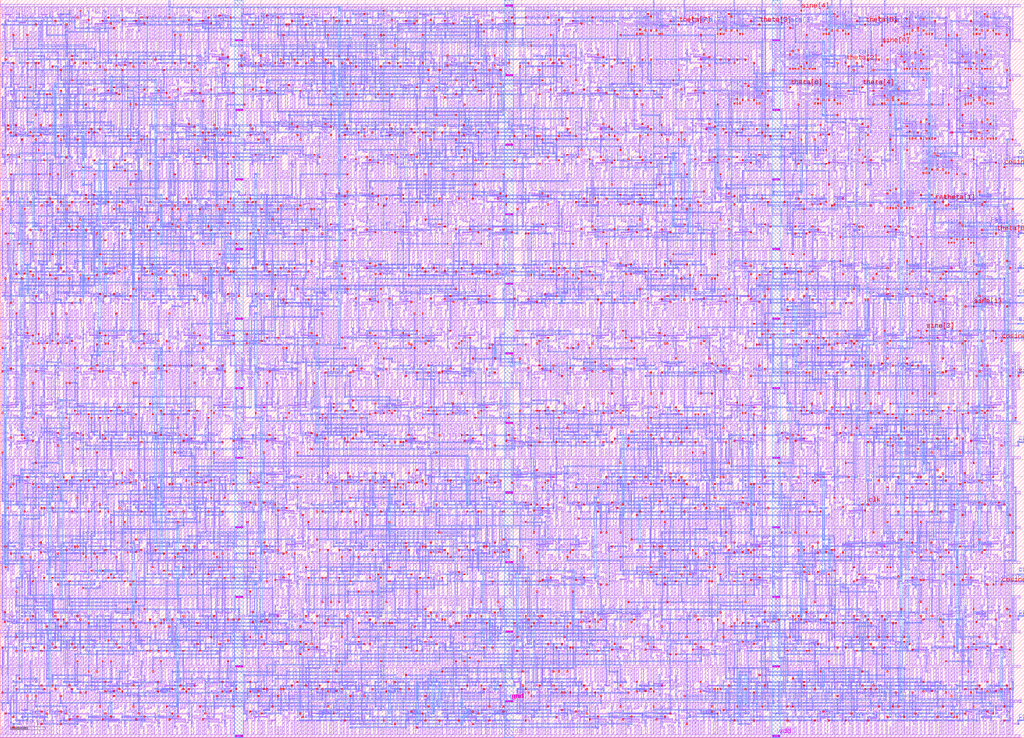
<source format=lef>
VERSION 5.7 ;
  NOWIREEXTENSIONATPIN ON ;
  DIVIDERCHAR "/" ;
  BUSBITCHARS "[]" ;
MACRO sincos
  CLASS BLOCK ;
  FOREIGN sincos ;
  ORIGIN -0.400 0.000 ;
  SIZE 588.700 BY 424.300 ;
  PIN vdd
    USE POWER ;
    PORT
      LAYER metal1 ;
        RECT 290.800 412.400 291.600 412.600 ;
        RECT 293.400 412.400 294.200 412.600 ;
        RECT 289.200 411.800 294.200 412.400 ;
        RECT 289.200 411.600 290.000 411.800 ;
        RECT 455.600 411.600 456.400 413.200 ;
        RECT 508.400 411.600 509.200 413.200 ;
        RECT 542.600 410.800 543.400 411.000 ;
        RECT 516.400 410.200 543.400 410.800 ;
        RECT 552.600 410.800 553.400 411.000 ;
        RECT 552.600 410.200 579.600 410.800 ;
        RECT 1.800 401.600 2.600 406.200 ;
        RECT 6.000 401.600 6.800 410.200 ;
        RECT 9.200 401.600 10.000 406.200 ;
        RECT 13.400 401.600 14.200 410.200 ;
        RECT 17.200 401.600 18.000 406.200 ;
        RECT 20.400 401.600 21.200 406.200 ;
        RECT 22.600 401.600 23.400 406.200 ;
        RECT 26.800 401.600 27.600 410.200 ;
        RECT 28.400 401.600 29.200 410.200 ;
        RECT 33.200 401.600 34.000 410.200 ;
        RECT 37.400 401.600 38.200 406.200 ;
        RECT 41.200 401.600 42.000 409.800 ;
        RECT 44.400 401.600 45.200 406.200 ;
        RECT 47.600 401.600 48.400 410.200 ;
        RECT 53.200 401.600 54.000 406.200 ;
        RECT 56.400 401.600 57.200 406.200 ;
        RECT 62.000 401.600 62.800 410.000 ;
        RECT 66.800 401.600 67.600 410.200 ;
        RECT 72.400 401.600 73.200 406.200 ;
        RECT 75.600 401.600 76.400 406.200 ;
        RECT 81.200 401.600 82.000 410.000 ;
        RECT 84.400 401.600 85.200 410.200 ;
        RECT 87.600 401.600 88.400 410.200 ;
        RECT 90.800 401.600 91.600 410.200 ;
        RECT 94.000 401.600 94.800 410.200 ;
        RECT 97.200 401.600 98.000 410.200 ;
        RECT 98.800 401.600 99.600 406.200 ;
        RECT 102.000 401.600 102.800 406.200 ;
        RECT 105.200 401.600 106.000 410.200 ;
        RECT 110.800 401.600 111.600 406.200 ;
        RECT 114.000 401.600 114.800 406.200 ;
        RECT 119.600 401.600 120.400 410.000 ;
        RECT 124.400 402.200 125.400 408.800 ;
        RECT 124.600 401.600 125.400 402.200 ;
        RECT 130.600 401.600 131.600 408.800 ;
        RECT 139.400 401.600 140.200 406.200 ;
        RECT 143.600 401.600 144.400 410.200 ;
        RECT 145.200 401.600 146.000 406.200 ;
        RECT 148.400 401.600 149.200 406.200 ;
        RECT 151.600 402.200 152.600 408.800 ;
        RECT 151.800 401.600 152.600 402.200 ;
        RECT 157.800 401.600 158.800 408.800 ;
        RECT 161.200 401.600 162.000 406.200 ;
        RECT 164.400 401.600 165.200 406.200 ;
        RECT 166.000 401.600 166.800 406.200 ;
        RECT 169.200 401.600 170.000 406.200 ;
        RECT 170.800 401.600 171.600 410.200 ;
        RECT 175.000 401.600 175.800 406.200 ;
        RECT 177.800 401.600 178.600 406.200 ;
        RECT 182.000 401.600 182.800 410.200 ;
        RECT 183.600 401.600 184.400 410.200 ;
        RECT 191.600 401.600 192.400 409.000 ;
        RECT 198.000 401.600 198.800 410.200 ;
        RECT 202.800 401.600 203.600 410.200 ;
        RECT 206.000 401.600 206.800 409.000 ;
        RECT 210.800 401.600 211.600 406.200 ;
        RECT 212.400 401.600 213.200 410.200 ;
        RECT 217.200 401.600 218.000 410.200 ;
        RECT 222.000 401.600 222.800 410.200 ;
        RECT 227.600 401.600 228.400 406.200 ;
        RECT 230.800 401.600 231.600 406.200 ;
        RECT 236.400 401.600 237.200 410.000 ;
        RECT 241.200 401.600 242.000 406.200 ;
        RECT 244.400 401.600 245.200 410.200 ;
        RECT 250.000 401.600 250.800 406.200 ;
        RECT 253.200 401.600 254.000 406.200 ;
        RECT 258.800 401.600 259.600 410.000 ;
        RECT 263.600 401.600 264.400 409.000 ;
        RECT 266.800 401.600 267.600 406.200 ;
        RECT 270.000 401.600 270.800 406.200 ;
        RECT 271.600 401.600 272.400 410.200 ;
        RECT 275.800 401.600 276.600 406.200 ;
        RECT 279.600 401.600 280.400 410.200 ;
        RECT 285.200 401.600 286.000 406.200 ;
        RECT 288.400 401.600 289.200 406.200 ;
        RECT 294.000 401.600 294.800 410.000 ;
        RECT 302.000 401.600 302.800 410.200 ;
        RECT 305.200 401.600 306.000 410.200 ;
        RECT 308.400 401.600 309.200 410.200 ;
        RECT 311.600 401.600 312.400 410.200 ;
        RECT 314.800 401.600 315.600 410.200 ;
        RECT 318.000 401.600 318.800 410.200 ;
        RECT 323.600 401.600 324.400 406.200 ;
        RECT 326.800 401.600 327.600 406.200 ;
        RECT 332.400 401.600 333.200 410.000 ;
        RECT 337.200 401.600 338.000 409.000 ;
        RECT 342.000 401.600 342.800 409.000 ;
        RECT 346.800 401.600 347.600 409.000 ;
        RECT 351.600 401.600 352.400 409.000 ;
        RECT 354.800 401.600 355.600 406.200 ;
        RECT 358.000 401.600 358.800 406.200 ;
        RECT 361.200 401.600 362.000 406.200 ;
        RECT 364.400 401.600 365.200 406.200 ;
        RECT 372.400 401.600 373.200 406.200 ;
        RECT 375.600 401.600 376.400 406.200 ;
        RECT 382.000 401.600 382.800 406.200 ;
        RECT 385.200 401.600 386.000 406.200 ;
        RECT 388.400 401.600 389.200 406.200 ;
        RECT 390.000 401.600 390.800 406.200 ;
        RECT 393.200 401.600 394.000 406.200 ;
        RECT 397.000 401.600 397.800 410.200 ;
        RECT 401.200 401.600 402.000 406.200 ;
        RECT 404.400 401.600 405.200 406.200 ;
        RECT 407.600 401.600 408.400 406.200 ;
        RECT 410.800 401.600 411.600 406.200 ;
        RECT 418.800 401.600 419.600 406.200 ;
        RECT 422.000 401.600 422.800 406.200 ;
        RECT 428.400 401.600 429.200 406.200 ;
        RECT 431.600 401.600 432.400 406.200 ;
        RECT 434.800 401.600 435.600 406.200 ;
        RECT 436.400 401.600 437.200 406.200 ;
        RECT 439.600 401.600 440.400 406.200 ;
        RECT 448.200 401.600 449.000 410.200 ;
        RECT 454.000 401.600 454.800 409.000 ;
        RECT 458.800 401.600 459.600 409.000 ;
        RECT 462.000 401.600 462.800 406.200 ;
        RECT 465.200 401.600 466.000 406.200 ;
        RECT 468.400 401.600 469.200 406.200 ;
        RECT 471.600 401.600 472.400 406.200 ;
        RECT 479.600 401.600 480.400 406.200 ;
        RECT 482.800 401.600 483.600 406.200 ;
        RECT 489.200 401.600 490.000 406.200 ;
        RECT 492.400 401.600 493.200 406.200 ;
        RECT 495.600 401.600 496.400 406.200 ;
        RECT 497.200 401.600 498.000 406.200 ;
        RECT 500.400 401.600 501.200 406.200 ;
        RECT 504.200 401.600 505.000 410.200 ;
        RECT 516.400 409.600 517.200 410.200 ;
        RECT 519.600 410.000 520.600 410.200 ;
        RECT 575.400 410.000 576.200 410.200 ;
        RECT 578.800 409.600 579.600 410.200 ;
        RECT 510.000 401.600 510.800 409.000 ;
        RECT 513.200 401.600 514.000 406.200 ;
        RECT 516.400 401.600 517.200 406.200 ;
        RECT 519.600 401.600 520.400 406.200 ;
        RECT 526.000 401.600 526.800 406.200 ;
        RECT 529.200 401.600 530.000 406.200 ;
        RECT 537.200 401.600 538.000 406.200 ;
        RECT 540.400 401.600 541.200 406.200 ;
        RECT 543.600 401.600 544.400 406.200 ;
        RECT 546.800 401.600 547.600 406.200 ;
        RECT 548.400 401.600 549.200 406.200 ;
        RECT 551.600 401.600 552.400 406.200 ;
        RECT 554.800 401.600 555.600 406.200 ;
        RECT 558.000 401.600 558.800 406.200 ;
        RECT 566.000 401.600 566.800 406.200 ;
        RECT 569.200 401.600 570.000 406.200 ;
        RECT 575.600 401.600 576.400 406.200 ;
        RECT 578.800 401.600 579.600 406.200 ;
        RECT 582.000 401.600 582.800 406.200 ;
        RECT 0.400 400.400 586.800 401.600 ;
        RECT 1.200 391.800 2.000 400.400 ;
        RECT 5.400 395.800 6.200 400.400 ;
        RECT 7.600 395.800 8.400 400.400 ;
        RECT 10.800 395.800 11.600 400.400 ;
        RECT 12.400 395.800 13.200 400.400 ;
        RECT 15.600 395.800 16.400 400.400 ;
        RECT 17.200 395.800 18.000 400.400 ;
        RECT 20.400 395.800 21.200 400.400 ;
        RECT 22.000 395.800 22.800 400.400 ;
        RECT 25.200 395.800 26.000 400.400 ;
        RECT 30.000 391.800 30.800 400.400 ;
        RECT 33.200 393.000 34.000 400.400 ;
        RECT 38.600 395.800 39.400 400.400 ;
        RECT 42.800 391.800 43.600 400.400 ;
        RECT 44.400 395.800 45.200 400.400 ;
        RECT 47.600 395.800 48.400 400.400 ;
        RECT 49.200 395.800 50.000 400.400 ;
        RECT 52.400 395.800 53.200 400.400 ;
        RECT 57.200 391.800 58.000 400.400 ;
        RECT 62.000 393.000 62.800 400.400 ;
        RECT 66.800 393.200 67.800 400.400 ;
        RECT 73.000 399.800 73.800 400.400 ;
        RECT 73.000 393.200 74.000 399.800 ;
        RECT 76.400 395.800 77.200 400.400 ;
        RECT 79.600 391.800 80.400 400.400 ;
        RECT 83.800 395.800 84.600 400.400 ;
        RECT 86.600 395.800 87.400 400.400 ;
        RECT 90.800 391.800 91.600 400.400 ;
        RECT 92.400 395.800 93.200 400.400 ;
        RECT 95.600 395.800 96.400 400.400 ;
        RECT 97.200 395.800 98.000 400.400 ;
        RECT 100.400 395.800 101.200 400.400 ;
        RECT 102.000 395.800 102.800 400.400 ;
        RECT 105.200 395.800 106.000 400.400 ;
        RECT 108.400 395.800 109.200 400.400 ;
        RECT 111.600 395.800 112.400 400.400 ;
        RECT 114.800 391.800 115.600 400.400 ;
        RECT 120.400 395.800 121.200 400.400 ;
        RECT 123.600 395.800 124.400 400.400 ;
        RECT 129.200 392.000 130.000 400.400 ;
        RECT 139.000 399.800 139.800 400.400 ;
        RECT 138.800 393.200 139.800 399.800 ;
        RECT 145.000 393.200 146.000 400.400 ;
        RECT 150.200 399.800 151.000 400.400 ;
        RECT 150.000 393.200 151.000 399.800 ;
        RECT 156.200 393.200 157.200 400.400 ;
        RECT 159.600 391.800 160.400 400.400 ;
        RECT 163.800 395.800 164.600 400.400 ;
        RECT 166.600 395.800 167.400 400.400 ;
        RECT 170.800 391.800 171.600 400.400 ;
        RECT 172.400 395.800 173.200 400.400 ;
        RECT 175.600 395.800 176.400 400.400 ;
        RECT 177.200 391.800 178.000 400.400 ;
        RECT 181.400 395.800 182.200 400.400 ;
        RECT 184.200 395.800 185.000 400.400 ;
        RECT 188.400 391.800 189.200 400.400 ;
        RECT 190.000 395.800 190.800 400.400 ;
        RECT 193.200 395.800 194.000 400.400 ;
        RECT 196.400 391.800 197.200 400.400 ;
        RECT 198.000 391.800 198.800 400.400 ;
        RECT 202.200 395.800 203.000 400.400 ;
        RECT 204.400 391.800 205.200 400.400 ;
        RECT 210.800 393.000 211.600 400.400 ;
        RECT 218.800 391.800 219.600 400.400 ;
        RECT 220.400 395.800 221.200 400.400 ;
        RECT 223.600 395.800 224.400 400.400 ;
        RECT 225.200 395.800 226.000 400.400 ;
        RECT 228.400 395.800 229.200 400.400 ;
        RECT 230.000 395.800 230.800 400.400 ;
        RECT 233.200 391.800 234.000 400.400 ;
        RECT 237.400 395.800 238.200 400.400 ;
        RECT 239.600 395.800 240.400 400.400 ;
        RECT 242.800 395.800 243.600 400.400 ;
        RECT 247.600 393.000 248.400 400.400 ;
        RECT 250.800 391.800 251.600 400.400 ;
        RECT 257.400 399.800 258.200 400.400 ;
        RECT 257.200 393.200 258.200 399.800 ;
        RECT 263.400 393.200 264.400 400.400 ;
        RECT 266.800 395.800 267.600 400.400 ;
        RECT 270.000 395.800 270.800 400.400 ;
        RECT 271.600 395.800 272.400 400.400 ;
        RECT 274.800 395.800 275.600 400.400 ;
        RECT 276.400 391.800 277.200 400.400 ;
        RECT 280.600 395.800 281.400 400.400 ;
        RECT 284.600 399.800 285.400 400.400 ;
        RECT 284.400 393.200 285.400 399.800 ;
        RECT 290.600 393.200 291.600 400.400 ;
        RECT 298.800 391.800 299.600 400.400 ;
        RECT 303.600 395.800 304.400 400.400 ;
        RECT 306.800 395.800 307.600 400.400 ;
        RECT 308.400 395.800 309.200 400.400 ;
        RECT 311.600 395.800 312.400 400.400 ;
        RECT 313.800 395.800 314.600 400.400 ;
        RECT 318.000 391.800 318.800 400.400 ;
        RECT 319.600 391.800 320.400 400.400 ;
        RECT 323.800 395.800 324.600 400.400 ;
        RECT 327.600 395.800 328.400 400.400 ;
        RECT 330.800 391.800 331.600 400.400 ;
        RECT 336.400 395.800 337.200 400.400 ;
        RECT 339.600 395.800 340.400 400.400 ;
        RECT 345.200 392.000 346.000 400.400 ;
        RECT 351.600 391.800 352.400 400.400 ;
        RECT 354.800 393.000 355.600 400.400 ;
        RECT 358.000 391.800 358.800 400.400 ;
        RECT 364.400 391.800 365.200 400.400 ;
        RECT 367.600 393.000 368.400 400.400 ;
        RECT 372.400 393.000 373.200 400.400 ;
        RECT 375.600 391.800 376.400 400.400 ;
        RECT 378.800 391.800 379.600 400.400 ;
        RECT 382.000 391.800 382.800 400.400 ;
        RECT 385.200 391.800 386.000 400.400 ;
        RECT 388.400 391.800 389.200 400.400 ;
        RECT 391.600 391.800 392.400 400.400 ;
        RECT 397.200 395.800 398.000 400.400 ;
        RECT 400.400 395.800 401.200 400.400 ;
        RECT 406.000 392.000 406.800 400.400 ;
        RECT 410.800 393.000 411.600 400.400 ;
        RECT 415.600 393.000 416.400 400.400 ;
        RECT 420.400 393.000 421.200 400.400 ;
        RECT 425.200 393.000 426.000 400.400 ;
        RECT 430.000 393.000 430.800 400.400 ;
        RECT 433.200 395.800 434.000 400.400 ;
        RECT 436.400 395.800 437.200 400.400 ;
        RECT 442.800 395.800 443.600 400.400 ;
        RECT 446.000 395.800 446.800 400.400 ;
        RECT 449.200 395.800 450.000 400.400 ;
        RECT 452.400 395.800 453.200 400.400 ;
        RECT 460.400 395.800 461.200 400.400 ;
        RECT 463.600 395.800 464.400 400.400 ;
        RECT 470.000 395.800 470.800 400.400 ;
        RECT 473.200 395.800 474.000 400.400 ;
        RECT 476.400 395.800 477.200 400.400 ;
        RECT 478.000 395.800 478.800 400.400 ;
        RECT 481.200 395.800 482.000 400.400 ;
        RECT 485.000 391.800 485.800 400.400 ;
        RECT 489.200 395.800 490.000 400.400 ;
        RECT 492.400 395.800 493.200 400.400 ;
        RECT 494.000 391.800 494.800 400.400 ;
        RECT 497.200 393.000 498.000 400.400 ;
        RECT 500.400 391.800 501.200 400.400 ;
        RECT 503.600 393.000 504.400 400.400 ;
        RECT 508.400 393.000 509.200 400.400 ;
        RECT 511.600 395.800 512.400 400.400 ;
        RECT 514.800 395.800 515.600 400.400 ;
        RECT 518.000 395.800 518.800 400.400 ;
        RECT 524.400 395.800 525.200 400.400 ;
        RECT 527.600 395.800 528.400 400.400 ;
        RECT 535.600 395.800 536.400 400.400 ;
        RECT 538.800 395.800 539.600 400.400 ;
        RECT 542.000 395.800 542.800 400.400 ;
        RECT 545.200 395.800 546.000 400.400 ;
        RECT 546.800 395.800 547.600 400.400 ;
        RECT 550.000 395.800 550.800 400.400 ;
        RECT 553.200 395.800 554.000 400.400 ;
        RECT 559.600 395.800 560.400 400.400 ;
        RECT 562.800 395.800 563.600 400.400 ;
        RECT 570.800 395.800 571.600 400.400 ;
        RECT 574.000 395.800 574.800 400.400 ;
        RECT 577.200 395.800 578.000 400.400 ;
        RECT 580.400 395.800 581.200 400.400 ;
        RECT 514.800 391.800 515.600 392.400 ;
        RECT 518.000 391.800 519.000 392.000 ;
        RECT 550.000 391.800 550.800 392.400 ;
        RECT 553.200 391.800 554.200 392.000 ;
        RECT 514.800 391.200 541.800 391.800 ;
        RECT 550.000 391.200 577.000 391.800 ;
        RECT 541.000 391.000 541.800 391.200 ;
        RECT 576.200 391.000 577.000 391.200 ;
        RECT 511.600 373.600 512.400 375.200 ;
        RECT 528.200 370.800 529.000 371.000 ;
        RECT 577.800 370.800 578.600 371.000 ;
        RECT 502.000 370.200 529.000 370.800 ;
        RECT 551.600 370.200 578.600 370.800 ;
        RECT 1.200 361.600 2.000 366.200 ;
        RECT 4.400 361.600 5.200 366.200 ;
        RECT 6.600 361.600 7.400 366.200 ;
        RECT 10.800 361.600 11.600 370.200 ;
        RECT 15.600 361.600 16.400 370.200 ;
        RECT 18.800 361.600 19.600 366.200 ;
        RECT 21.000 361.600 21.800 366.200 ;
        RECT 25.200 361.600 26.000 370.200 ;
        RECT 26.800 361.600 27.600 366.200 ;
        RECT 30.000 361.600 30.800 366.200 ;
        RECT 31.600 361.600 32.400 370.200 ;
        RECT 36.400 361.600 37.200 370.200 ;
        RECT 40.600 361.600 41.400 366.200 ;
        RECT 43.400 361.600 44.200 366.200 ;
        RECT 47.600 361.600 48.400 370.200 ;
        RECT 50.800 361.600 51.600 370.200 ;
        RECT 56.400 361.600 57.200 366.200 ;
        RECT 59.600 361.600 60.400 366.200 ;
        RECT 65.200 361.600 66.000 370.000 ;
        RECT 70.000 361.600 70.800 369.800 ;
        RECT 73.200 361.600 74.000 366.200 ;
        RECT 76.400 361.600 77.200 370.200 ;
        RECT 79.600 361.600 80.400 370.200 ;
        RECT 85.200 361.600 86.000 366.200 ;
        RECT 88.400 361.600 89.200 366.200 ;
        RECT 94.000 361.600 94.800 370.000 ;
        RECT 98.800 361.600 99.600 370.200 ;
        RECT 104.400 361.600 105.200 366.200 ;
        RECT 107.600 361.600 108.400 366.200 ;
        RECT 113.200 361.600 114.000 370.000 ;
        RECT 118.000 361.600 118.800 370.200 ;
        RECT 123.600 361.600 124.400 366.200 ;
        RECT 126.800 361.600 127.600 366.200 ;
        RECT 132.400 361.600 133.200 370.000 ;
        RECT 142.000 361.600 142.800 370.200 ;
        RECT 147.600 361.600 148.400 366.200 ;
        RECT 150.800 361.600 151.600 366.200 ;
        RECT 156.400 361.600 157.200 370.000 ;
        RECT 161.200 361.600 162.200 368.800 ;
        RECT 167.400 362.200 168.400 368.800 ;
        RECT 167.400 361.600 168.200 362.200 ;
        RECT 172.000 361.600 172.800 370.200 ;
        RECT 177.200 361.600 178.000 369.800 ;
        RECT 180.400 361.600 181.200 370.200 ;
        RECT 186.800 361.600 187.600 369.000 ;
        RECT 191.600 361.600 192.400 366.200 ;
        RECT 194.800 361.600 195.600 366.200 ;
        RECT 196.400 361.600 197.200 366.200 ;
        RECT 199.600 361.600 200.400 366.200 ;
        RECT 201.200 361.600 202.000 366.200 ;
        RECT 204.400 361.600 205.200 366.200 ;
        RECT 206.000 361.600 206.800 370.200 ;
        RECT 210.200 361.600 211.000 366.200 ;
        RECT 212.400 361.600 213.200 366.200 ;
        RECT 215.600 361.600 216.400 366.200 ;
        RECT 217.200 361.600 218.000 366.200 ;
        RECT 220.400 361.600 221.200 366.200 ;
        RECT 223.600 361.600 224.400 370.200 ;
        RECT 225.200 361.600 226.000 366.200 ;
        RECT 228.400 361.600 229.200 366.200 ;
        RECT 231.600 362.200 232.600 368.800 ;
        RECT 231.800 361.600 232.600 362.200 ;
        RECT 237.800 361.600 238.800 368.800 ;
        RECT 242.800 361.600 243.600 366.200 ;
        RECT 244.400 361.600 245.200 370.200 ;
        RECT 247.600 361.600 248.400 369.000 ;
        RECT 250.800 361.600 251.600 370.200 ;
        RECT 257.200 361.600 258.000 370.200 ;
        RECT 258.800 361.600 259.600 366.200 ;
        RECT 262.000 361.600 262.800 366.200 ;
        RECT 264.200 361.600 265.000 366.200 ;
        RECT 268.400 361.600 269.200 370.200 ;
        RECT 273.200 361.600 274.000 369.000 ;
        RECT 278.000 361.600 278.800 366.200 ;
        RECT 279.600 361.600 280.400 370.200 ;
        RECT 283.800 361.600 284.600 366.200 ;
        RECT 286.000 361.600 286.800 366.200 ;
        RECT 289.200 361.600 290.000 366.200 ;
        RECT 297.200 361.600 298.000 369.000 ;
        RECT 300.400 361.600 301.200 370.200 ;
        RECT 302.000 361.600 302.800 366.200 ;
        RECT 305.200 361.600 306.000 370.200 ;
        RECT 309.400 361.600 310.200 366.200 ;
        RECT 313.200 361.600 314.000 370.200 ;
        RECT 318.800 361.600 319.600 366.200 ;
        RECT 322.000 361.600 322.800 366.200 ;
        RECT 327.600 361.600 328.400 370.000 ;
        RECT 332.400 361.600 333.200 370.200 ;
        RECT 338.000 361.600 338.800 366.200 ;
        RECT 341.200 361.600 342.000 366.200 ;
        RECT 346.800 361.600 347.600 370.000 ;
        RECT 350.000 361.600 350.800 370.200 ;
        RECT 354.200 361.600 355.000 366.200 ;
        RECT 358.000 361.600 358.800 369.000 ;
        RECT 361.200 361.600 362.000 370.200 ;
        RECT 365.400 361.600 366.200 366.200 ;
        RECT 370.800 361.600 371.600 370.200 ;
        RECT 372.400 361.600 373.200 370.200 ;
        RECT 377.800 361.600 378.600 366.200 ;
        RECT 382.000 361.600 382.800 370.200 ;
        RECT 385.200 361.600 386.000 366.200 ;
        RECT 388.400 361.600 389.200 370.200 ;
        RECT 394.000 361.600 394.800 366.200 ;
        RECT 397.200 361.600 398.000 366.200 ;
        RECT 402.800 361.600 403.600 370.000 ;
        RECT 406.000 361.600 406.800 370.200 ;
        RECT 409.200 361.600 410.000 370.200 ;
        RECT 410.800 361.600 411.600 366.200 ;
        RECT 414.000 361.600 414.800 366.200 ;
        RECT 417.200 361.600 418.000 366.200 ;
        RECT 420.400 361.600 421.200 366.200 ;
        RECT 428.400 361.600 429.200 366.200 ;
        RECT 431.600 361.600 432.400 366.200 ;
        RECT 438.000 361.600 438.800 366.200 ;
        RECT 441.200 361.600 442.000 366.200 ;
        RECT 444.400 361.600 445.200 366.200 ;
        RECT 453.000 361.600 453.800 370.200 ;
        RECT 457.200 361.600 458.000 366.200 ;
        RECT 460.400 361.600 461.200 366.200 ;
        RECT 463.600 361.600 464.400 366.200 ;
        RECT 466.800 361.600 467.600 366.200 ;
        RECT 474.800 361.600 475.600 366.200 ;
        RECT 478.000 361.600 478.800 366.200 ;
        RECT 484.400 361.600 485.200 366.200 ;
        RECT 487.600 361.600 488.400 366.200 ;
        RECT 490.800 361.600 491.600 366.200 ;
        RECT 494.600 361.600 495.400 370.200 ;
        RECT 502.000 369.600 502.800 370.200 ;
        RECT 505.400 370.000 506.200 370.200 ;
        RECT 498.800 361.600 499.600 366.200 ;
        RECT 502.000 361.600 502.800 366.200 ;
        RECT 505.200 361.600 506.000 366.200 ;
        RECT 511.600 361.600 512.400 366.200 ;
        RECT 514.800 361.600 515.600 366.200 ;
        RECT 522.800 361.600 523.600 366.200 ;
        RECT 526.000 361.600 526.800 366.200 ;
        RECT 529.200 361.600 530.000 366.200 ;
        RECT 532.400 361.600 533.200 366.200 ;
        RECT 534.000 361.600 534.800 370.200 ;
        RECT 537.200 361.600 538.000 370.200 ;
        RECT 540.400 361.600 541.200 370.200 ;
        RECT 543.600 361.600 544.400 369.000 ;
        RECT 546.800 361.600 547.600 370.200 ;
        RECT 551.600 369.600 552.400 370.200 ;
        RECT 554.800 370.000 555.800 370.200 ;
        RECT 548.400 361.600 549.200 366.200 ;
        RECT 551.600 361.600 552.400 366.200 ;
        RECT 554.800 361.600 555.600 366.200 ;
        RECT 561.200 361.600 562.000 366.200 ;
        RECT 564.400 361.600 565.200 366.200 ;
        RECT 572.400 361.600 573.200 366.200 ;
        RECT 575.600 361.600 576.400 366.200 ;
        RECT 578.800 361.600 579.600 366.200 ;
        RECT 582.000 361.600 582.800 366.200 ;
        RECT 0.400 360.400 586.800 361.600 ;
        RECT 1.800 355.800 2.600 360.400 ;
        RECT 6.000 351.800 6.800 360.400 ;
        RECT 9.400 359.800 10.200 360.400 ;
        RECT 9.200 353.200 10.200 359.800 ;
        RECT 15.400 353.200 16.400 360.400 ;
        RECT 18.800 355.800 19.600 360.400 ;
        RECT 23.800 359.800 24.600 360.400 ;
        RECT 23.600 353.200 24.600 359.800 ;
        RECT 29.800 353.200 30.800 360.400 ;
        RECT 33.200 355.800 34.000 360.400 ;
        RECT 39.000 351.800 39.800 360.400 ;
        RECT 46.000 353.000 46.800 360.400 ;
        RECT 49.800 355.800 50.600 360.400 ;
        RECT 54.000 351.800 54.800 360.400 ;
        RECT 55.600 351.800 56.400 360.400 ;
        RECT 59.800 355.800 60.600 360.400 ;
        RECT 63.600 353.000 64.400 360.400 ;
        RECT 71.600 351.800 72.400 360.400 ;
        RECT 73.200 351.800 74.000 360.400 ;
        RECT 79.600 353.000 80.400 360.400 ;
        RECT 84.400 351.800 85.200 360.400 ;
        RECT 89.200 355.800 90.000 360.400 ;
        RECT 92.400 355.800 93.200 360.400 ;
        RECT 95.600 351.800 96.400 360.400 ;
        RECT 101.200 355.800 102.000 360.400 ;
        RECT 104.400 355.800 105.200 360.400 ;
        RECT 110.000 352.000 110.800 360.400 ;
        RECT 113.200 355.800 114.000 360.400 ;
        RECT 116.400 355.800 117.200 360.400 ;
        RECT 119.600 351.800 120.400 360.400 ;
        RECT 123.000 359.800 123.800 360.400 ;
        RECT 122.800 353.200 123.800 359.800 ;
        RECT 129.000 353.200 130.000 360.400 ;
        RECT 132.400 355.800 133.200 360.400 ;
        RECT 135.600 355.800 136.400 360.400 ;
        RECT 143.800 359.800 144.600 360.400 ;
        RECT 143.600 353.200 144.600 359.800 ;
        RECT 149.800 353.200 150.800 360.400 ;
        RECT 154.800 351.800 155.600 360.400 ;
        RECT 160.400 355.800 161.200 360.400 ;
        RECT 163.600 355.800 164.400 360.400 ;
        RECT 169.200 352.000 170.000 360.400 ;
        RECT 174.000 351.800 174.800 360.400 ;
        RECT 179.600 355.800 180.400 360.400 ;
        RECT 182.800 355.800 183.600 360.400 ;
        RECT 188.400 352.000 189.200 360.400 ;
        RECT 194.800 351.800 195.600 360.400 ;
        RECT 198.200 359.800 199.000 360.400 ;
        RECT 198.000 353.200 199.000 359.800 ;
        RECT 204.200 353.200 205.200 360.400 ;
        RECT 207.600 351.800 208.400 360.400 ;
        RECT 214.000 351.800 214.800 360.400 ;
        RECT 218.800 353.000 219.600 360.400 ;
        RECT 223.800 359.800 224.600 360.400 ;
        RECT 223.600 353.200 224.600 359.800 ;
        RECT 229.800 353.200 230.800 360.400 ;
        RECT 233.800 355.800 234.600 360.400 ;
        RECT 238.000 351.800 238.800 360.400 ;
        RECT 239.600 355.800 240.400 360.400 ;
        RECT 242.800 355.800 243.600 360.400 ;
        RECT 244.400 355.800 245.200 360.400 ;
        RECT 247.600 355.800 248.400 360.400 ;
        RECT 249.200 351.800 250.000 360.400 ;
        RECT 252.400 351.800 253.200 360.400 ;
        RECT 254.000 351.800 254.800 360.400 ;
        RECT 257.200 351.800 258.000 360.400 ;
        RECT 260.400 351.800 261.200 360.400 ;
        RECT 263.600 351.800 264.400 360.400 ;
        RECT 267.000 359.800 267.800 360.400 ;
        RECT 266.800 353.200 267.800 359.800 ;
        RECT 273.000 353.200 274.000 360.400 ;
        RECT 276.400 351.800 277.200 360.400 ;
        RECT 280.600 355.800 281.400 360.400 ;
        RECT 282.800 355.800 283.600 360.400 ;
        RECT 286.000 355.800 286.800 360.400 ;
        RECT 294.000 353.000 294.800 360.400 ;
        RECT 302.000 351.800 302.800 360.400 ;
        RECT 305.800 351.800 306.600 360.400 ;
        RECT 310.000 351.800 310.800 360.400 ;
        RECT 314.800 355.800 315.600 360.400 ;
        RECT 321.200 351.800 322.000 360.400 ;
        RECT 323.400 355.800 324.200 360.400 ;
        RECT 327.600 351.800 328.400 360.400 ;
        RECT 330.800 355.800 331.600 360.400 ;
        RECT 334.000 351.800 334.800 360.400 ;
        RECT 339.600 355.800 340.400 360.400 ;
        RECT 342.800 355.800 343.600 360.400 ;
        RECT 348.400 352.000 349.200 360.400 ;
        RECT 353.200 355.800 354.000 360.400 ;
        RECT 356.400 351.800 357.200 360.400 ;
        RECT 362.000 355.800 362.800 360.400 ;
        RECT 365.200 355.800 366.000 360.400 ;
        RECT 370.800 352.000 371.600 360.400 ;
        RECT 375.600 353.000 376.400 360.400 ;
        RECT 380.600 359.800 381.400 360.400 ;
        RECT 380.400 353.200 381.400 359.800 ;
        RECT 386.600 353.200 387.600 360.400 ;
        RECT 391.600 351.800 392.400 360.400 ;
        RECT 394.800 351.800 395.600 360.400 ;
        RECT 400.400 355.800 401.200 360.400 ;
        RECT 403.600 355.800 404.400 360.400 ;
        RECT 409.200 352.000 410.000 360.400 ;
        RECT 413.000 355.800 413.800 360.400 ;
        RECT 417.200 351.800 418.000 360.400 ;
        RECT 419.400 355.800 420.200 360.400 ;
        RECT 423.600 351.800 424.400 360.400 ;
        RECT 425.200 351.800 426.000 360.400 ;
        RECT 429.400 355.800 430.200 360.400 ;
        RECT 432.200 355.800 433.000 360.400 ;
        RECT 436.400 351.800 437.200 360.400 ;
        RECT 439.600 355.800 440.400 360.400 ;
        RECT 442.800 355.800 443.600 360.400 ;
        RECT 449.200 351.800 450.000 360.400 ;
        RECT 454.000 355.800 454.800 360.400 ;
        RECT 457.200 355.800 458.000 360.400 ;
        RECT 462.000 353.000 462.800 360.400 ;
        RECT 465.200 355.800 466.000 360.400 ;
        RECT 468.400 355.800 469.200 360.400 ;
        RECT 471.600 353.200 472.600 360.400 ;
        RECT 477.800 359.800 478.600 360.400 ;
        RECT 477.800 353.200 478.800 359.800 ;
        RECT 482.800 351.800 483.600 360.400 ;
        RECT 488.400 355.800 489.200 360.400 ;
        RECT 491.600 355.800 492.400 360.400 ;
        RECT 497.200 352.000 498.000 360.400 ;
        RECT 500.400 351.800 501.200 360.400 ;
        RECT 503.600 351.800 504.400 360.400 ;
        RECT 506.800 351.800 507.600 360.400 ;
        RECT 510.000 351.800 510.800 360.400 ;
        RECT 513.200 351.800 514.000 360.400 ;
        RECT 514.800 355.800 515.600 360.400 ;
        RECT 518.000 355.800 518.800 360.400 ;
        RECT 521.200 355.800 522.000 360.400 ;
        RECT 527.600 355.800 528.400 360.400 ;
        RECT 530.800 355.800 531.600 360.400 ;
        RECT 538.800 355.800 539.600 360.400 ;
        RECT 542.000 355.800 542.800 360.400 ;
        RECT 545.200 355.800 546.000 360.400 ;
        RECT 548.400 355.800 549.200 360.400 ;
        RECT 550.000 355.800 550.800 360.400 ;
        RECT 553.200 355.800 554.000 360.400 ;
        RECT 556.400 355.800 557.200 360.400 ;
        RECT 562.800 355.800 563.600 360.400 ;
        RECT 566.000 355.800 566.800 360.400 ;
        RECT 574.000 355.800 574.800 360.400 ;
        RECT 577.200 355.800 578.000 360.400 ;
        RECT 580.400 355.800 581.200 360.400 ;
        RECT 583.600 355.800 584.400 360.400 ;
        RECT 518.000 351.800 518.800 352.400 ;
        RECT 521.200 351.800 522.200 352.000 ;
        RECT 553.200 351.800 554.000 352.400 ;
        RECT 556.600 351.800 557.400 352.000 ;
        RECT 518.000 351.200 545.000 351.800 ;
        RECT 553.200 351.200 580.200 351.800 ;
        RECT 544.200 351.000 545.000 351.200 ;
        RECT 579.400 351.000 580.200 351.200 ;
        RECT 514.800 331.600 515.600 333.200 ;
        RECT 523.800 330.800 524.600 331.000 ;
        RECT 523.800 330.200 550.800 330.800 ;
        RECT 2.800 322.200 3.800 328.800 ;
        RECT 3.000 321.600 3.800 322.200 ;
        RECT 9.000 321.600 10.000 328.800 ;
        RECT 12.400 321.600 13.200 330.200 ;
        RECT 15.600 321.600 16.400 330.200 ;
        RECT 18.800 321.600 19.600 330.200 ;
        RECT 20.400 321.600 21.200 330.200 ;
        RECT 23.600 321.600 24.400 329.000 ;
        RECT 26.800 321.600 27.600 326.200 ;
        RECT 31.600 321.600 32.400 329.000 ;
        RECT 34.800 321.600 35.600 330.200 ;
        RECT 38.000 321.600 38.800 329.000 ;
        RECT 45.000 321.600 45.800 326.200 ;
        RECT 49.200 321.600 50.000 330.200 ;
        RECT 52.400 321.600 53.200 325.800 ;
        RECT 55.600 321.600 56.400 326.200 ;
        RECT 58.800 321.600 59.600 326.200 ;
        RECT 60.400 321.600 61.200 326.200 ;
        RECT 63.600 321.600 64.400 326.200 ;
        RECT 66.800 321.600 67.600 326.200 ;
        RECT 70.000 321.600 70.800 325.800 ;
        RECT 73.200 321.600 74.000 326.200 ;
        RECT 75.400 321.600 76.200 326.200 ;
        RECT 79.600 321.600 80.400 330.200 ;
        RECT 81.200 321.600 82.000 326.200 ;
        RECT 84.400 321.600 85.200 326.200 ;
        RECT 86.000 321.600 86.800 326.200 ;
        RECT 89.200 321.600 90.000 326.200 ;
        RECT 91.400 321.600 92.200 326.200 ;
        RECT 95.600 321.600 96.400 330.200 ;
        RECT 97.800 321.600 98.600 326.200 ;
        RECT 102.000 321.600 102.800 330.200 ;
        RECT 103.600 321.600 104.400 330.200 ;
        RECT 108.400 321.600 109.200 330.200 ;
        RECT 112.600 321.600 113.400 326.200 ;
        RECT 116.400 321.600 117.200 326.200 ;
        RECT 118.000 321.600 118.800 330.200 ;
        RECT 124.400 321.600 125.200 330.200 ;
        RECT 126.000 321.600 126.800 330.200 ;
        RECT 130.200 321.600 131.000 326.200 ;
        RECT 133.000 321.600 133.800 326.200 ;
        RECT 137.200 321.600 138.000 330.200 ;
        RECT 145.200 322.200 146.200 328.800 ;
        RECT 145.400 321.600 146.200 322.200 ;
        RECT 151.400 321.600 152.400 328.800 ;
        RECT 156.400 321.600 157.200 329.000 ;
        RECT 162.800 321.600 163.600 326.200 ;
        RECT 164.400 321.600 165.200 326.200 ;
        RECT 168.200 321.600 169.000 326.200 ;
        RECT 172.400 321.600 173.200 330.200 ;
        RECT 175.600 321.600 176.600 328.800 ;
        RECT 181.800 322.200 182.800 328.800 ;
        RECT 181.800 321.600 182.600 322.200 ;
        RECT 185.200 321.600 186.000 330.200 ;
        RECT 188.400 321.600 189.200 330.200 ;
        RECT 191.600 321.600 192.400 330.200 ;
        RECT 194.800 321.600 195.600 330.200 ;
        RECT 198.000 321.600 198.800 330.200 ;
        RECT 201.200 321.600 202.000 330.200 ;
        RECT 206.800 321.600 207.600 326.200 ;
        RECT 210.000 321.600 210.800 326.200 ;
        RECT 215.600 321.600 216.400 330.000 ;
        RECT 220.400 321.600 221.400 328.800 ;
        RECT 226.600 322.200 227.600 328.800 ;
        RECT 226.600 321.600 227.400 322.200 ;
        RECT 231.600 321.600 232.600 328.800 ;
        RECT 237.800 322.200 238.800 328.800 ;
        RECT 237.800 321.600 238.600 322.200 ;
        RECT 241.800 321.600 242.600 326.200 ;
        RECT 246.000 321.600 246.800 330.200 ;
        RECT 247.600 321.600 248.400 326.200 ;
        RECT 250.800 321.600 251.600 326.200 ;
        RECT 252.400 321.600 253.200 326.200 ;
        RECT 255.600 321.600 256.400 325.800 ;
        RECT 258.800 321.600 259.600 326.200 ;
        RECT 262.000 321.600 262.800 326.200 ;
        RECT 265.200 321.600 266.000 329.000 ;
        RECT 270.000 321.600 270.800 330.200 ;
        RECT 274.800 321.600 275.600 330.200 ;
        RECT 279.000 321.600 279.800 326.200 ;
        RECT 281.200 321.600 282.000 326.200 ;
        RECT 286.000 321.600 286.800 329.000 ;
        RECT 298.800 321.600 299.600 330.200 ;
        RECT 300.400 321.600 301.200 330.200 ;
        RECT 304.600 321.600 305.400 326.200 ;
        RECT 306.800 321.600 307.600 326.200 ;
        RECT 310.000 321.600 310.800 326.200 ;
        RECT 314.800 321.600 315.600 329.000 ;
        RECT 318.000 321.600 318.800 330.200 ;
        RECT 324.400 322.200 325.400 328.800 ;
        RECT 324.600 321.600 325.400 322.200 ;
        RECT 330.600 321.600 331.600 328.800 ;
        RECT 335.600 321.600 336.400 330.200 ;
        RECT 341.200 321.600 342.000 326.200 ;
        RECT 344.400 321.600 345.200 326.200 ;
        RECT 350.000 321.600 350.800 330.000 ;
        RECT 354.800 321.600 355.600 326.200 ;
        RECT 358.000 321.600 358.800 330.200 ;
        RECT 363.600 321.600 364.400 326.200 ;
        RECT 366.800 321.600 367.600 326.200 ;
        RECT 372.400 321.600 373.200 330.000 ;
        RECT 375.600 321.600 376.400 330.200 ;
        RECT 382.000 321.600 382.800 330.200 ;
        RECT 384.200 321.600 385.000 326.200 ;
        RECT 388.400 321.600 389.200 330.200 ;
        RECT 390.000 321.600 390.800 326.200 ;
        RECT 393.200 321.600 394.000 326.200 ;
        RECT 396.400 321.600 397.200 330.200 ;
        RECT 402.000 321.600 402.800 326.200 ;
        RECT 405.200 321.600 406.000 326.200 ;
        RECT 410.800 321.600 411.600 330.000 ;
        RECT 415.600 321.600 416.400 330.200 ;
        RECT 421.200 321.600 422.000 326.200 ;
        RECT 424.400 321.600 425.200 326.200 ;
        RECT 430.000 321.600 430.800 330.000 ;
        RECT 434.800 322.200 435.800 328.800 ;
        RECT 435.000 321.600 435.800 322.200 ;
        RECT 441.000 321.600 442.000 328.800 ;
        RECT 450.800 321.600 451.600 329.000 ;
        RECT 454.000 321.600 454.800 330.200 ;
        RECT 458.200 321.600 459.000 326.200 ;
        RECT 463.600 321.600 464.400 330.200 ;
        RECT 465.200 321.600 466.000 326.200 ;
        RECT 468.400 321.600 469.200 326.200 ;
        RECT 470.000 321.600 470.800 330.200 ;
        RECT 474.200 321.600 475.000 326.200 ;
        RECT 478.000 321.600 478.800 330.000 ;
        RECT 483.600 321.600 484.400 326.200 ;
        RECT 486.800 321.600 487.600 326.200 ;
        RECT 492.400 321.600 493.200 330.200 ;
        RECT 497.200 321.600 498.000 330.000 ;
        RECT 502.800 321.600 503.600 326.200 ;
        RECT 506.000 321.600 506.800 326.200 ;
        RECT 511.600 321.600 512.400 330.200 ;
        RECT 546.600 330.000 547.400 330.200 ;
        RECT 550.000 329.600 550.800 330.200 ;
        RECT 516.400 321.600 517.200 329.000 ;
        RECT 519.600 321.600 520.400 326.200 ;
        RECT 522.800 321.600 523.600 326.200 ;
        RECT 526.000 321.600 526.800 326.200 ;
        RECT 529.200 321.600 530.000 326.200 ;
        RECT 537.200 321.600 538.000 326.200 ;
        RECT 540.400 321.600 541.200 326.200 ;
        RECT 546.800 321.600 547.600 326.200 ;
        RECT 550.000 321.600 550.800 326.200 ;
        RECT 553.200 321.600 554.000 326.200 ;
        RECT 556.400 321.600 557.200 330.200 ;
        RECT 562.000 321.600 562.800 326.200 ;
        RECT 565.200 321.600 566.000 326.200 ;
        RECT 570.800 321.600 571.600 330.000 ;
        RECT 575.600 321.600 576.400 329.000 ;
        RECT 580.400 321.600 581.200 329.000 ;
        RECT 0.400 320.400 586.800 321.600 ;
        RECT 1.800 315.800 2.600 320.400 ;
        RECT 6.000 311.800 6.800 320.400 ;
        RECT 7.600 311.800 8.400 320.400 ;
        RECT 12.400 311.800 13.200 320.400 ;
        RECT 17.200 311.800 18.000 320.400 ;
        RECT 23.600 311.800 24.400 320.400 ;
        RECT 25.800 315.800 26.600 320.400 ;
        RECT 30.000 311.800 30.800 320.400 ;
        RECT 31.600 315.800 32.400 320.400 ;
        RECT 34.800 315.800 35.600 320.400 ;
        RECT 39.600 311.800 40.400 320.400 ;
        RECT 41.200 315.800 42.000 320.400 ;
        RECT 44.400 315.800 45.200 320.400 ;
        RECT 46.600 315.800 47.400 320.400 ;
        RECT 50.800 311.800 51.600 320.400 ;
        RECT 54.200 319.800 55.000 320.400 ;
        RECT 54.000 313.200 55.000 319.800 ;
        RECT 60.200 313.200 61.200 320.400 ;
        RECT 63.600 315.800 64.400 320.400 ;
        RECT 66.800 315.800 67.600 320.400 ;
        RECT 68.400 315.800 69.200 320.400 ;
        RECT 73.200 313.000 74.000 320.400 ;
        RECT 76.400 311.800 77.200 320.400 ;
        RECT 82.800 313.000 83.600 320.400 ;
        RECT 86.000 315.800 86.800 320.400 ;
        RECT 89.200 315.800 90.000 320.400 ;
        RECT 92.400 315.800 93.200 320.400 ;
        RECT 94.000 311.800 94.800 320.400 ;
        RECT 98.200 315.800 99.000 320.400 ;
        RECT 100.400 311.800 101.200 320.400 ;
        RECT 105.200 311.800 106.000 320.400 ;
        RECT 109.400 315.800 110.200 320.400 ;
        RECT 113.200 313.000 114.000 320.400 ;
        RECT 118.000 311.800 118.800 320.400 ;
        RECT 122.200 315.800 123.000 320.400 ;
        RECT 124.400 315.800 125.200 320.400 ;
        RECT 127.600 315.800 128.400 320.400 ;
        RECT 130.800 315.800 131.600 320.400 ;
        RECT 134.000 315.800 134.800 320.400 ;
        RECT 141.000 315.800 141.800 320.400 ;
        RECT 145.200 311.800 146.000 320.400 ;
        RECT 146.800 315.800 147.600 320.400 ;
        RECT 150.000 315.800 150.800 320.400 ;
        RECT 152.200 315.800 153.000 320.400 ;
        RECT 156.400 311.800 157.200 320.400 ;
        RECT 161.200 311.800 162.000 320.400 ;
        RECT 165.000 311.800 165.800 320.400 ;
        RECT 172.400 311.800 173.200 320.400 ;
        RECT 174.000 315.800 174.800 320.400 ;
        RECT 177.200 312.200 178.000 320.400 ;
        RECT 182.000 311.800 182.800 320.400 ;
        RECT 187.600 315.800 188.400 320.400 ;
        RECT 190.800 315.800 191.600 320.400 ;
        RECT 196.400 312.000 197.200 320.400 ;
        RECT 201.200 311.800 202.000 320.400 ;
        RECT 206.800 315.800 207.600 320.400 ;
        RECT 210.000 315.800 210.800 320.400 ;
        RECT 215.600 312.000 216.400 320.400 ;
        RECT 220.400 313.000 221.200 320.400 ;
        RECT 225.200 313.000 226.000 320.400 ;
        RECT 229.000 315.800 229.800 320.400 ;
        RECT 233.200 311.800 234.000 320.400 ;
        RECT 235.400 315.800 236.200 320.400 ;
        RECT 239.600 311.800 240.400 320.400 ;
        RECT 244.400 313.000 245.200 320.400 ;
        RECT 249.200 315.800 250.000 320.400 ;
        RECT 250.800 311.800 251.600 320.400 ;
        RECT 255.000 315.800 255.800 320.400 ;
        RECT 258.400 311.800 259.200 320.400 ;
        RECT 263.600 312.200 264.400 320.400 ;
        RECT 266.800 311.800 267.600 320.400 ;
        RECT 270.000 313.000 270.800 320.400 ;
        RECT 274.800 311.800 275.600 320.400 ;
        RECT 280.400 315.800 281.200 320.400 ;
        RECT 283.600 315.800 284.400 320.400 ;
        RECT 289.200 312.000 290.000 320.400 ;
        RECT 298.800 311.800 299.600 320.400 ;
        RECT 304.400 315.800 305.200 320.400 ;
        RECT 307.600 315.800 308.400 320.400 ;
        RECT 313.200 312.000 314.000 320.400 ;
        RECT 318.000 313.000 318.800 320.400 ;
        RECT 321.200 311.800 322.000 320.400 ;
        RECT 322.800 315.800 323.600 320.400 ;
        RECT 326.000 315.800 326.800 320.400 ;
        RECT 327.600 315.800 328.400 320.400 ;
        RECT 330.800 315.800 331.600 320.400 ;
        RECT 333.000 315.800 333.800 320.400 ;
        RECT 337.200 311.800 338.000 320.400 ;
        RECT 339.400 315.800 340.200 320.400 ;
        RECT 343.600 311.800 344.400 320.400 ;
        RECT 345.800 315.800 346.600 320.400 ;
        RECT 350.000 311.800 350.800 320.400 ;
        RECT 353.200 315.800 354.000 320.400 ;
        RECT 356.400 313.200 357.400 320.400 ;
        RECT 362.600 319.800 363.400 320.400 ;
        RECT 367.800 319.800 368.600 320.400 ;
        RECT 362.600 313.200 363.600 319.800 ;
        RECT 367.600 313.200 368.600 319.800 ;
        RECT 373.800 313.200 374.800 320.400 ;
        RECT 377.200 315.800 378.000 320.400 ;
        RECT 380.400 315.800 381.200 320.400 ;
        RECT 382.000 311.800 382.800 320.400 ;
        RECT 386.800 311.800 387.600 320.400 ;
        RECT 393.200 311.800 394.000 320.400 ;
        RECT 396.400 315.800 397.200 320.400 ;
        RECT 400.200 311.800 401.000 320.400 ;
        RECT 406.000 311.800 406.800 320.400 ;
        RECT 411.600 315.800 412.400 320.400 ;
        RECT 414.800 315.800 415.600 320.400 ;
        RECT 420.400 312.000 421.200 320.400 ;
        RECT 428.400 313.000 429.200 320.400 ;
        RECT 431.600 315.800 432.400 320.400 ;
        RECT 435.400 315.800 436.200 320.400 ;
        RECT 439.600 311.800 440.400 320.400 ;
        RECT 441.200 315.800 442.000 320.400 ;
        RECT 444.400 315.800 445.200 320.400 ;
        RECT 450.800 315.800 451.600 320.400 ;
        RECT 454.000 315.800 454.800 320.400 ;
        RECT 456.200 315.800 457.000 320.400 ;
        RECT 460.400 311.800 461.200 320.400 ;
        RECT 463.600 315.800 464.400 320.400 ;
        RECT 466.800 313.200 467.800 320.400 ;
        RECT 473.000 319.800 473.800 320.400 ;
        RECT 473.000 313.200 474.000 319.800 ;
        RECT 478.000 315.800 478.800 320.400 ;
        RECT 481.200 312.000 482.000 320.400 ;
        RECT 486.800 315.800 487.600 320.400 ;
        RECT 490.000 315.800 490.800 320.400 ;
        RECT 495.600 311.800 496.400 320.400 ;
        RECT 498.800 315.800 499.600 320.400 ;
        RECT 502.000 315.800 502.800 320.400 ;
        RECT 505.200 315.800 506.000 320.400 ;
        RECT 508.400 315.800 509.200 320.400 ;
        RECT 516.400 315.800 517.200 320.400 ;
        RECT 519.600 315.800 520.400 320.400 ;
        RECT 526.000 315.800 526.800 320.400 ;
        RECT 529.200 315.800 530.000 320.400 ;
        RECT 532.400 315.800 533.200 320.400 ;
        RECT 534.000 315.800 534.800 320.400 ;
        RECT 537.200 315.800 538.000 320.400 ;
        RECT 541.000 311.800 541.800 320.400 ;
        RECT 546.800 312.000 547.600 320.400 ;
        RECT 552.400 315.800 553.200 320.400 ;
        RECT 555.600 315.800 556.400 320.400 ;
        RECT 561.200 311.800 562.000 320.400 ;
        RECT 566.000 312.000 566.800 320.400 ;
        RECT 571.600 315.800 572.400 320.400 ;
        RECT 574.800 315.800 575.600 320.400 ;
        RECT 580.400 311.800 581.200 320.400 ;
        RECT 1.200 281.600 2.000 286.200 ;
        RECT 6.000 281.600 6.800 286.200 ;
        RECT 8.200 281.600 9.000 286.200 ;
        RECT 12.400 281.600 13.200 290.200 ;
        RECT 15.600 281.600 16.400 285.800 ;
        RECT 18.800 281.600 19.600 286.200 ;
        RECT 20.400 281.600 21.200 290.200 ;
        RECT 24.600 281.600 25.400 286.200 ;
        RECT 28.400 281.600 29.200 286.200 ;
        RECT 30.600 281.600 31.400 286.200 ;
        RECT 34.800 281.600 35.600 290.200 ;
        RECT 39.600 281.600 40.400 289.000 ;
        RECT 44.400 281.600 45.200 289.000 ;
        RECT 50.800 281.600 51.600 290.200 ;
        RECT 55.000 281.600 55.800 286.200 ;
        RECT 57.800 281.600 58.600 286.200 ;
        RECT 62.000 281.600 62.800 290.200 ;
        RECT 63.600 281.600 64.400 290.200 ;
        RECT 67.800 281.600 68.600 286.200 ;
        RECT 70.000 281.600 70.800 286.200 ;
        RECT 73.200 281.600 74.000 286.200 ;
        RECT 78.000 281.600 78.800 290.200 ;
        RECT 84.400 281.600 85.200 289.000 ;
        RECT 87.600 281.600 88.400 286.200 ;
        RECT 90.800 281.600 91.600 286.200 ;
        RECT 94.000 281.600 95.000 288.800 ;
        RECT 100.200 282.200 101.200 288.800 ;
        RECT 100.200 281.600 101.000 282.200 ;
        RECT 105.200 281.600 106.000 290.200 ;
        RECT 106.800 281.600 107.600 290.200 ;
        RECT 111.000 281.600 111.800 286.200 ;
        RECT 113.200 281.600 114.000 286.200 ;
        RECT 119.600 281.600 120.400 289.000 ;
        RECT 123.400 281.600 124.200 286.200 ;
        RECT 127.600 281.600 128.400 290.200 ;
        RECT 129.200 281.600 130.000 286.200 ;
        RECT 132.400 281.600 133.200 286.200 ;
        RECT 134.000 281.600 134.800 286.200 ;
        RECT 137.200 281.600 138.000 286.200 ;
        RECT 143.600 281.600 144.400 286.200 ;
        RECT 146.800 281.600 147.600 286.200 ;
        RECT 151.600 281.600 152.400 290.200 ;
        RECT 154.800 281.600 155.600 289.000 ;
        RECT 159.600 281.600 160.400 290.200 ;
        RECT 163.800 281.600 164.600 286.200 ;
        RECT 167.600 281.600 168.400 286.200 ;
        RECT 172.400 281.600 173.200 289.000 ;
        RECT 178.800 281.600 179.600 290.200 ;
        RECT 180.400 281.600 181.200 290.200 ;
        RECT 184.600 281.600 185.400 286.200 ;
        RECT 188.400 282.200 189.400 288.800 ;
        RECT 188.600 281.600 189.400 282.200 ;
        RECT 194.600 281.600 195.600 288.800 ;
        RECT 199.600 281.600 200.400 290.200 ;
        RECT 205.200 281.600 206.000 286.200 ;
        RECT 208.400 281.600 209.200 286.200 ;
        RECT 214.000 281.600 214.800 290.000 ;
        RECT 218.800 281.600 219.600 289.000 ;
        RECT 223.600 281.600 224.400 289.000 ;
        RECT 228.400 281.600 229.200 290.000 ;
        RECT 234.000 281.600 234.800 286.200 ;
        RECT 237.200 281.600 238.000 286.200 ;
        RECT 242.800 281.600 243.600 290.200 ;
        RECT 247.600 281.600 248.600 288.800 ;
        RECT 253.800 282.200 254.800 288.800 ;
        RECT 253.800 281.600 254.600 282.200 ;
        RECT 258.800 281.600 259.600 290.200 ;
        RECT 264.400 281.600 265.200 286.200 ;
        RECT 267.600 281.600 268.400 286.200 ;
        RECT 273.200 281.600 274.000 290.000 ;
        RECT 278.000 281.600 278.800 290.200 ;
        RECT 283.600 281.600 284.400 286.200 ;
        RECT 286.800 281.600 287.600 286.200 ;
        RECT 292.400 281.600 293.200 290.000 ;
        RECT 300.400 281.600 301.200 286.200 ;
        RECT 303.600 281.600 304.400 286.200 ;
        RECT 306.800 281.600 307.800 288.800 ;
        RECT 313.000 282.200 314.000 288.800 ;
        RECT 313.000 281.600 313.800 282.200 ;
        RECT 317.000 281.600 317.800 286.200 ;
        RECT 321.200 281.600 322.000 290.200 ;
        RECT 325.000 281.600 325.800 290.200 ;
        RECT 330.800 281.600 331.600 290.200 ;
        RECT 336.400 281.600 337.200 286.200 ;
        RECT 339.600 281.600 340.400 286.200 ;
        RECT 345.200 281.600 346.000 290.000 ;
        RECT 350.000 281.600 350.800 290.200 ;
        RECT 355.600 281.600 356.400 286.200 ;
        RECT 358.800 281.600 359.600 286.200 ;
        RECT 364.400 281.600 365.200 290.000 ;
        RECT 369.200 281.600 370.000 290.200 ;
        RECT 374.800 281.600 375.600 286.200 ;
        RECT 378.000 281.600 378.800 286.200 ;
        RECT 383.600 281.600 384.400 290.000 ;
        RECT 388.400 281.600 389.400 288.800 ;
        RECT 394.600 282.200 395.600 288.800 ;
        RECT 394.600 281.600 395.400 282.200 ;
        RECT 398.600 281.600 399.400 286.200 ;
        RECT 402.800 281.600 403.600 290.200 ;
        RECT 404.400 281.600 405.200 286.200 ;
        RECT 408.200 281.600 409.000 286.200 ;
        RECT 412.400 281.600 413.200 290.200 ;
        RECT 415.600 281.600 416.400 290.200 ;
        RECT 421.200 281.600 422.000 286.200 ;
        RECT 424.400 281.600 425.200 286.200 ;
        RECT 430.000 281.600 430.800 290.000 ;
        RECT 434.800 281.600 435.800 288.800 ;
        RECT 441.000 282.200 442.000 288.800 ;
        RECT 441.000 281.600 441.800 282.200 ;
        RECT 449.200 281.600 450.000 286.200 ;
        RECT 452.400 281.600 453.200 290.200 ;
        RECT 456.600 281.600 457.400 286.200 ;
        RECT 458.800 281.600 459.600 290.200 ;
        RECT 463.000 281.600 463.800 286.200 ;
        RECT 466.800 281.600 467.600 290.000 ;
        RECT 472.400 281.600 473.200 286.200 ;
        RECT 475.600 281.600 476.400 286.200 ;
        RECT 481.200 281.600 482.000 290.200 ;
        RECT 486.000 281.600 487.000 288.800 ;
        RECT 492.200 282.200 493.200 288.800 ;
        RECT 492.200 281.600 493.000 282.200 ;
        RECT 495.600 281.600 496.400 290.200 ;
        RECT 498.800 281.600 499.600 290.200 ;
        RECT 502.000 281.600 502.800 290.200 ;
        RECT 505.200 281.600 506.000 290.200 ;
        RECT 508.400 281.600 509.200 290.200 ;
        RECT 511.600 281.600 512.400 290.000 ;
        RECT 517.200 281.600 518.000 286.200 ;
        RECT 520.400 281.600 521.200 286.200 ;
        RECT 526.000 281.600 526.800 290.200 ;
        RECT 530.800 281.600 531.600 289.000 ;
        RECT 534.000 281.600 534.800 286.200 ;
        RECT 537.200 281.600 538.000 286.200 ;
        RECT 540.400 281.600 541.200 286.200 ;
        RECT 543.600 281.600 544.400 286.200 ;
        RECT 551.600 281.600 552.400 286.200 ;
        RECT 554.800 281.600 555.600 286.200 ;
        RECT 561.200 281.600 562.000 286.200 ;
        RECT 564.400 281.600 565.200 286.200 ;
        RECT 567.600 281.600 568.400 286.200 ;
        RECT 569.200 281.600 570.000 286.200 ;
        RECT 572.400 281.600 573.200 286.200 ;
        RECT 576.200 281.600 577.000 290.200 ;
        RECT 582.000 281.600 582.800 289.000 ;
        RECT 0.400 280.400 586.800 281.600 ;
        RECT 4.400 273.000 5.200 280.400 ;
        RECT 9.200 273.200 10.200 280.400 ;
        RECT 15.400 279.800 16.200 280.400 ;
        RECT 15.400 273.200 16.400 279.800 ;
        RECT 18.800 275.800 19.600 280.400 ;
        RECT 22.600 275.800 23.400 280.400 ;
        RECT 26.800 271.800 27.600 280.400 ;
        RECT 28.400 275.800 29.200 280.400 ;
        RECT 32.200 275.800 33.000 280.400 ;
        RECT 36.400 271.800 37.200 280.400 ;
        RECT 41.200 273.000 42.000 280.400 ;
        RECT 46.000 275.800 46.800 280.400 ;
        RECT 49.200 273.000 50.000 280.400 ;
        RECT 55.600 275.800 56.400 280.400 ;
        RECT 60.400 273.200 61.400 280.400 ;
        RECT 66.600 279.800 67.400 280.400 ;
        RECT 66.600 273.200 67.600 279.800 ;
        RECT 71.600 272.200 72.400 280.400 ;
        RECT 76.800 271.800 77.600 280.400 ;
        RECT 80.200 275.800 81.000 280.400 ;
        RECT 84.400 271.800 85.200 280.400 ;
        RECT 87.800 279.800 88.600 280.400 ;
        RECT 87.600 273.200 88.600 279.800 ;
        RECT 93.800 273.200 94.800 280.400 ;
        RECT 98.800 273.000 99.600 280.400 ;
        RECT 105.200 275.800 106.000 280.400 ;
        RECT 106.800 271.800 107.600 280.400 ;
        RECT 113.200 273.000 114.000 280.400 ;
        RECT 116.400 271.800 117.200 280.400 ;
        RECT 118.600 275.800 119.400 280.400 ;
        RECT 122.800 271.800 123.600 280.400 ;
        RECT 124.400 271.800 125.200 280.400 ;
        RECT 128.200 275.800 129.000 280.400 ;
        RECT 132.400 271.800 133.200 280.400 ;
        RECT 134.000 275.800 134.800 280.400 ;
        RECT 137.200 275.800 138.000 280.400 ;
        RECT 143.600 271.800 144.400 280.400 ;
        RECT 147.800 275.800 148.600 280.400 ;
        RECT 150.600 275.800 151.400 280.400 ;
        RECT 154.800 271.800 155.600 280.400 ;
        RECT 158.000 275.800 158.800 280.400 ;
        RECT 159.600 271.800 160.400 280.400 ;
        RECT 166.000 271.800 166.800 280.400 ;
        RECT 167.600 271.800 168.400 280.400 ;
        RECT 171.800 275.800 172.600 280.400 ;
        RECT 174.000 275.800 174.800 280.400 ;
        RECT 177.200 275.800 178.000 280.400 ;
        RECT 180.400 271.800 181.200 280.400 ;
        RECT 186.000 275.800 186.800 280.400 ;
        RECT 189.200 275.800 190.000 280.400 ;
        RECT 194.800 272.000 195.600 280.400 ;
        RECT 199.600 271.800 200.400 280.400 ;
        RECT 205.200 275.800 206.000 280.400 ;
        RECT 208.400 275.800 209.200 280.400 ;
        RECT 214.000 272.000 214.800 280.400 ;
        RECT 219.000 279.800 219.800 280.400 ;
        RECT 218.800 273.200 219.800 279.800 ;
        RECT 225.000 273.200 226.000 280.400 ;
        RECT 230.000 273.000 230.800 280.400 ;
        RECT 234.800 271.800 235.600 280.400 ;
        RECT 240.200 275.800 241.000 280.400 ;
        RECT 244.400 271.800 245.200 280.400 ;
        RECT 246.600 275.800 247.400 280.400 ;
        RECT 250.800 271.800 251.600 280.400 ;
        RECT 254.000 272.200 254.800 280.400 ;
        RECT 257.200 275.800 258.000 280.400 ;
        RECT 258.800 275.800 259.600 280.400 ;
        RECT 262.000 275.800 262.800 280.400 ;
        RECT 263.600 271.800 264.400 280.400 ;
        RECT 267.800 275.800 268.600 280.400 ;
        RECT 271.800 279.800 272.600 280.400 ;
        RECT 271.600 273.200 272.600 279.800 ;
        RECT 277.800 273.200 278.800 280.400 ;
        RECT 282.800 275.800 283.600 280.400 ;
        RECT 286.200 279.800 287.000 280.400 ;
        RECT 286.000 273.200 287.000 279.800 ;
        RECT 292.200 273.200 293.200 280.400 ;
        RECT 303.600 271.800 304.400 280.400 ;
        RECT 305.200 271.800 306.000 280.400 ;
        RECT 311.600 275.800 312.400 280.400 ;
        RECT 313.800 275.800 314.600 280.400 ;
        RECT 318.000 271.800 318.800 280.400 ;
        RECT 319.600 271.800 320.400 280.400 ;
        RECT 326.000 271.800 326.800 280.400 ;
        RECT 329.200 275.800 330.000 280.400 ;
        RECT 330.800 275.800 331.600 280.400 ;
        RECT 334.000 275.800 334.800 280.400 ;
        RECT 337.800 271.800 338.600 280.400 ;
        RECT 343.600 271.800 344.400 280.400 ;
        RECT 349.200 275.800 350.000 280.400 ;
        RECT 352.400 275.800 353.200 280.400 ;
        RECT 358.000 272.000 358.800 280.400 ;
        RECT 363.000 279.800 363.800 280.400 ;
        RECT 362.800 273.200 363.800 279.800 ;
        RECT 369.000 273.200 370.000 280.400 ;
        RECT 373.000 275.800 373.800 280.400 ;
        RECT 377.200 271.800 378.000 280.400 ;
        RECT 380.400 275.800 381.200 280.400 ;
        RECT 382.000 275.800 382.800 280.400 ;
        RECT 385.200 276.200 386.000 280.400 ;
        RECT 390.000 273.000 390.800 280.400 ;
        RECT 396.400 275.800 397.200 280.400 ;
        RECT 398.000 275.800 398.800 280.400 ;
        RECT 401.200 275.800 402.000 280.400 ;
        RECT 402.800 271.800 403.600 280.400 ;
        RECT 407.600 275.800 408.400 280.400 ;
        RECT 412.400 275.800 413.200 280.400 ;
        RECT 415.600 271.800 416.400 280.400 ;
        RECT 421.200 275.800 422.000 280.400 ;
        RECT 424.400 275.800 425.200 280.400 ;
        RECT 430.000 272.000 430.800 280.400 ;
        RECT 436.400 271.800 437.200 280.400 ;
        RECT 438.600 275.800 439.400 280.400 ;
        RECT 442.800 271.800 443.600 280.400 ;
        RECT 451.000 279.800 451.800 280.400 ;
        RECT 450.800 273.200 451.800 279.800 ;
        RECT 457.000 273.200 458.000 280.400 ;
        RECT 460.400 275.800 461.200 280.400 ;
        RECT 463.600 275.800 464.400 280.400 ;
        RECT 466.800 272.000 467.600 280.400 ;
        RECT 472.400 275.800 473.200 280.400 ;
        RECT 475.600 275.800 476.400 280.400 ;
        RECT 481.200 271.800 482.000 280.400 ;
        RECT 486.000 272.000 486.800 280.400 ;
        RECT 491.600 275.800 492.400 280.400 ;
        RECT 494.800 275.800 495.600 280.400 ;
        RECT 500.400 271.800 501.200 280.400 ;
        RECT 505.200 272.000 506.000 280.400 ;
        RECT 510.800 275.800 511.600 280.400 ;
        RECT 514.000 275.800 514.800 280.400 ;
        RECT 519.600 271.800 520.400 280.400 ;
        RECT 524.400 272.000 525.200 280.400 ;
        RECT 530.000 275.800 530.800 280.400 ;
        RECT 533.200 275.800 534.000 280.400 ;
        RECT 538.800 271.800 539.600 280.400 ;
        RECT 543.600 272.000 544.400 280.400 ;
        RECT 549.200 275.800 550.000 280.400 ;
        RECT 552.400 275.800 553.200 280.400 ;
        RECT 558.000 271.800 558.800 280.400 ;
        RECT 562.800 272.000 563.600 280.400 ;
        RECT 568.400 275.800 569.200 280.400 ;
        RECT 571.600 275.800 572.400 280.400 ;
        RECT 577.200 271.800 578.000 280.400 ;
        RECT 582.000 273.000 582.800 280.400 ;
        RECT 1.200 241.600 2.000 250.200 ;
        RECT 5.400 241.600 6.200 246.200 ;
        RECT 7.600 241.600 8.400 246.200 ;
        RECT 10.800 241.600 11.600 246.200 ;
        RECT 12.400 241.600 13.200 250.200 ;
        RECT 15.600 241.600 16.400 246.200 ;
        RECT 20.400 241.600 21.200 249.000 ;
        RECT 26.800 241.600 27.600 249.800 ;
        RECT 32.000 241.600 32.800 250.200 ;
        RECT 35.400 241.600 36.200 246.200 ;
        RECT 39.600 241.600 40.400 250.200 ;
        RECT 41.200 241.600 42.000 246.200 ;
        RECT 44.400 241.600 45.200 246.200 ;
        RECT 49.200 241.600 50.000 250.200 ;
        RECT 52.400 241.600 53.400 248.800 ;
        RECT 58.600 242.200 59.600 248.800 ;
        RECT 63.600 242.200 64.600 248.800 ;
        RECT 58.600 241.600 59.400 242.200 ;
        RECT 63.800 241.600 64.600 242.200 ;
        RECT 69.800 241.600 70.800 248.800 ;
        RECT 74.800 241.600 75.600 249.000 ;
        RECT 81.200 241.600 82.000 246.200 ;
        RECT 82.800 241.600 83.600 250.200 ;
        RECT 87.000 241.600 87.800 246.200 ;
        RECT 90.800 241.600 91.600 246.200 ;
        RECT 94.000 241.600 94.800 246.200 ;
        RECT 95.600 241.600 96.400 246.200 ;
        RECT 98.800 241.600 99.600 245.800 ;
        RECT 102.000 241.600 102.800 250.200 ;
        RECT 106.200 241.600 107.000 246.200 ;
        RECT 110.000 241.600 110.800 246.200 ;
        RECT 114.800 241.600 115.600 250.200 ;
        RECT 117.000 241.600 117.800 246.200 ;
        RECT 121.200 241.600 122.000 250.200 ;
        RECT 126.000 241.600 126.800 250.200 ;
        RECT 129.200 242.200 130.200 248.800 ;
        RECT 129.400 241.600 130.200 242.200 ;
        RECT 135.400 241.600 136.400 248.800 ;
        RECT 145.200 242.200 146.200 248.800 ;
        RECT 145.400 241.600 146.200 242.200 ;
        RECT 151.400 241.600 152.400 248.800 ;
        RECT 154.800 241.600 155.600 246.200 ;
        RECT 158.000 241.600 158.800 246.200 ;
        RECT 159.600 241.600 160.400 250.200 ;
        RECT 163.800 241.600 164.600 246.200 ;
        RECT 166.000 241.600 166.800 246.200 ;
        RECT 169.200 241.600 170.000 246.200 ;
        RECT 171.400 241.600 172.200 246.200 ;
        RECT 175.600 241.600 176.400 250.200 ;
        RECT 180.400 241.600 181.200 250.200 ;
        RECT 182.600 241.600 183.400 246.200 ;
        RECT 186.800 241.600 187.600 250.200 ;
        RECT 190.000 241.600 190.800 246.200 ;
        RECT 193.200 241.600 194.000 246.200 ;
        RECT 198.000 241.600 198.800 250.200 ;
        RECT 201.200 241.600 202.000 250.200 ;
        RECT 206.800 241.600 207.600 246.200 ;
        RECT 210.000 241.600 210.800 246.200 ;
        RECT 215.600 241.600 216.400 250.000 ;
        RECT 220.400 241.600 221.200 250.200 ;
        RECT 226.000 241.600 226.800 246.200 ;
        RECT 229.200 241.600 230.000 246.200 ;
        RECT 234.800 241.600 235.600 250.000 ;
        RECT 239.600 241.600 240.400 249.000 ;
        RECT 244.400 241.600 245.200 250.200 ;
        RECT 250.000 241.600 250.800 246.200 ;
        RECT 253.200 241.600 254.000 246.200 ;
        RECT 258.800 241.600 259.600 250.000 ;
        RECT 263.600 241.600 264.400 250.200 ;
        RECT 269.200 241.600 270.000 246.200 ;
        RECT 272.400 241.600 273.200 246.200 ;
        RECT 278.000 241.600 278.800 250.000 ;
        RECT 282.800 241.600 283.600 249.000 ;
        RECT 292.400 241.600 293.200 250.200 ;
        RECT 298.000 241.600 298.800 246.200 ;
        RECT 301.200 241.600 302.000 246.200 ;
        RECT 306.800 241.600 307.600 250.000 ;
        RECT 311.600 242.200 312.600 248.800 ;
        RECT 311.800 241.600 312.600 242.200 ;
        RECT 317.800 241.600 318.800 248.800 ;
        RECT 321.800 241.600 322.600 246.200 ;
        RECT 326.000 241.600 326.800 250.200 ;
        RECT 327.600 241.600 328.400 246.200 ;
        RECT 330.800 241.600 331.600 246.200 ;
        RECT 332.400 241.600 333.200 250.200 ;
        RECT 338.800 241.600 339.600 250.200 ;
        RECT 340.400 241.600 341.200 250.200 ;
        RECT 345.200 241.600 346.000 246.200 ;
        RECT 348.400 241.600 349.200 246.200 ;
        RECT 350.000 241.600 350.800 250.200 ;
        RECT 356.400 241.600 357.200 246.200 ;
        RECT 358.600 241.600 359.400 246.200 ;
        RECT 362.800 241.600 363.600 250.200 ;
        RECT 366.000 241.600 366.800 246.200 ;
        RECT 369.200 241.600 370.000 250.200 ;
        RECT 374.800 241.600 375.600 246.200 ;
        RECT 378.000 241.600 378.800 246.200 ;
        RECT 383.600 241.600 384.400 250.000 ;
        RECT 388.400 241.600 389.200 249.000 ;
        RECT 394.800 241.600 395.600 250.200 ;
        RECT 401.200 241.600 402.000 250.200 ;
        RECT 406.800 241.600 407.600 246.200 ;
        RECT 410.000 241.600 410.800 246.200 ;
        RECT 415.600 241.600 416.400 250.000 ;
        RECT 420.400 241.600 421.200 250.200 ;
        RECT 426.000 241.600 426.800 246.200 ;
        RECT 429.200 241.600 430.000 246.200 ;
        RECT 434.800 241.600 435.600 250.000 ;
        RECT 439.600 241.600 440.400 249.000 ;
        RECT 450.800 241.600 451.600 245.800 ;
        RECT 454.000 241.600 454.800 246.200 ;
        RECT 458.800 241.600 459.600 250.200 ;
        RECT 462.000 241.600 462.800 249.000 ;
        RECT 468.400 241.600 469.200 246.200 ;
        RECT 472.200 241.600 473.000 246.200 ;
        RECT 476.400 241.600 477.200 250.200 ;
        RECT 478.000 241.600 478.800 246.200 ;
        RECT 481.200 241.600 482.000 246.200 ;
        RECT 483.400 241.600 484.200 246.200 ;
        RECT 487.600 241.600 488.400 250.200 ;
        RECT 489.200 241.600 490.000 246.200 ;
        RECT 492.400 241.600 493.200 246.200 ;
        RECT 494.000 241.600 494.800 250.200 ;
        RECT 502.000 241.600 502.800 250.200 ;
        RECT 505.200 241.600 506.200 248.800 ;
        RECT 511.400 242.200 512.400 248.800 ;
        RECT 516.400 242.200 517.400 248.800 ;
        RECT 511.400 241.600 512.200 242.200 ;
        RECT 516.600 241.600 517.400 242.200 ;
        RECT 522.600 241.600 523.600 248.800 ;
        RECT 527.600 241.600 528.600 248.800 ;
        RECT 533.800 242.200 534.800 248.800 ;
        RECT 533.800 241.600 534.600 242.200 ;
        RECT 538.800 241.600 539.600 250.000 ;
        RECT 544.400 241.600 545.200 246.200 ;
        RECT 547.600 241.600 548.400 246.200 ;
        RECT 553.200 241.600 554.000 250.200 ;
        RECT 558.000 241.600 558.800 249.000 ;
        RECT 562.800 241.600 563.600 250.000 ;
        RECT 568.400 241.600 569.200 246.200 ;
        RECT 571.600 241.600 572.400 246.200 ;
        RECT 577.200 241.600 578.000 250.200 ;
        RECT 582.000 241.600 582.800 249.000 ;
        RECT 0.400 240.400 586.800 241.600 ;
        RECT 2.800 231.800 3.600 240.400 ;
        RECT 8.400 235.800 9.200 240.400 ;
        RECT 11.600 235.800 12.400 240.400 ;
        RECT 17.200 232.000 18.000 240.400 ;
        RECT 22.000 233.200 23.000 240.400 ;
        RECT 28.200 239.800 29.000 240.400 ;
        RECT 28.200 233.200 29.200 239.800 ;
        RECT 33.200 233.200 34.200 240.400 ;
        RECT 39.400 239.800 40.200 240.400 ;
        RECT 39.400 233.200 40.400 239.800 ;
        RECT 44.400 231.800 45.200 240.400 ;
        RECT 50.000 235.800 50.800 240.400 ;
        RECT 53.200 235.800 54.000 240.400 ;
        RECT 58.800 232.000 59.600 240.400 ;
        RECT 63.600 232.000 64.400 240.400 ;
        RECT 69.200 235.800 70.000 240.400 ;
        RECT 72.400 235.800 73.200 240.400 ;
        RECT 78.000 231.800 78.800 240.400 ;
        RECT 83.000 239.800 83.800 240.400 ;
        RECT 82.800 233.200 83.800 239.800 ;
        RECT 89.000 233.200 90.000 240.400 ;
        RECT 92.400 235.800 93.200 240.400 ;
        RECT 95.600 235.800 96.400 240.400 ;
        RECT 98.800 231.800 99.600 240.400 ;
        RECT 104.400 235.800 105.200 240.400 ;
        RECT 107.600 235.800 108.400 240.400 ;
        RECT 113.200 232.000 114.000 240.400 ;
        RECT 118.000 231.800 118.800 240.400 ;
        RECT 123.600 235.800 124.400 240.400 ;
        RECT 126.800 235.800 127.600 240.400 ;
        RECT 132.400 232.000 133.200 240.400 ;
        RECT 142.200 239.800 143.000 240.400 ;
        RECT 142.000 233.200 143.000 239.800 ;
        RECT 148.200 233.200 149.200 240.400 ;
        RECT 151.600 231.800 152.400 240.400 ;
        RECT 155.800 235.800 156.600 240.400 ;
        RECT 158.000 231.800 158.800 240.400 ;
        RECT 162.200 235.800 163.000 240.400 ;
        RECT 166.000 231.800 166.800 240.400 ;
        RECT 171.600 235.800 172.400 240.400 ;
        RECT 174.800 235.800 175.600 240.400 ;
        RECT 180.400 232.000 181.200 240.400 ;
        RECT 183.600 231.800 184.400 240.400 ;
        RECT 186.800 231.800 187.600 240.400 ;
        RECT 190.000 231.800 190.800 240.400 ;
        RECT 193.200 231.800 194.000 240.400 ;
        RECT 196.400 231.800 197.200 240.400 ;
        RECT 199.600 231.800 200.400 240.400 ;
        RECT 205.200 235.800 206.000 240.400 ;
        RECT 208.400 235.800 209.200 240.400 ;
        RECT 214.000 232.000 214.800 240.400 ;
        RECT 218.800 231.800 219.600 240.400 ;
        RECT 224.400 235.800 225.200 240.400 ;
        RECT 227.600 235.800 228.400 240.400 ;
        RECT 233.200 232.000 234.000 240.400 ;
        RECT 236.400 235.800 237.200 240.400 ;
        RECT 241.200 233.000 242.000 240.400 ;
        RECT 246.000 232.000 246.800 240.400 ;
        RECT 251.600 235.800 252.400 240.400 ;
        RECT 254.800 235.800 255.600 240.400 ;
        RECT 260.400 231.800 261.200 240.400 ;
        RECT 265.200 232.000 266.000 240.400 ;
        RECT 270.800 235.800 271.600 240.400 ;
        RECT 274.000 235.800 274.800 240.400 ;
        RECT 279.600 231.800 280.400 240.400 ;
        RECT 282.800 235.800 283.600 240.400 ;
        RECT 286.000 235.800 286.800 240.400 ;
        RECT 289.200 235.800 290.000 240.400 ;
        RECT 298.800 231.800 299.600 240.400 ;
        RECT 302.000 235.800 302.800 240.400 ;
        RECT 303.600 231.800 304.400 240.400 ;
        RECT 310.000 232.000 310.800 240.400 ;
        RECT 315.600 235.800 316.400 240.400 ;
        RECT 318.800 235.800 319.600 240.400 ;
        RECT 324.400 231.800 325.200 240.400 ;
        RECT 327.600 235.800 328.400 240.400 ;
        RECT 330.800 235.800 331.600 240.400 ;
        RECT 332.400 235.800 333.200 240.400 ;
        RECT 335.600 235.800 336.400 240.400 ;
        RECT 338.800 235.800 339.600 240.400 ;
        RECT 342.000 232.000 342.800 240.400 ;
        RECT 347.600 235.800 348.400 240.400 ;
        RECT 350.800 235.800 351.600 240.400 ;
        RECT 356.400 231.800 357.200 240.400 ;
        RECT 361.200 233.000 362.000 240.400 ;
        RECT 366.000 231.800 366.800 240.400 ;
        RECT 371.600 235.800 372.400 240.400 ;
        RECT 374.800 235.800 375.600 240.400 ;
        RECT 380.400 232.000 381.200 240.400 ;
        RECT 385.200 232.000 386.000 240.400 ;
        RECT 390.800 235.800 391.600 240.400 ;
        RECT 394.000 235.800 394.800 240.400 ;
        RECT 399.600 231.800 400.400 240.400 ;
        RECT 404.400 232.000 405.200 240.400 ;
        RECT 410.000 235.800 410.800 240.400 ;
        RECT 413.200 235.800 414.000 240.400 ;
        RECT 418.800 231.800 419.600 240.400 ;
        RECT 422.000 235.800 422.800 240.400 ;
        RECT 425.200 235.800 426.000 240.400 ;
        RECT 426.800 231.800 427.600 240.400 ;
        RECT 434.800 231.800 435.600 240.400 ;
        RECT 436.400 235.800 437.200 240.400 ;
        RECT 441.200 236.200 442.000 240.400 ;
        RECT 444.400 235.800 445.200 240.400 ;
        RECT 452.400 235.800 453.200 240.400 ;
        RECT 457.200 231.800 458.000 240.400 ;
        RECT 458.800 235.800 459.600 240.400 ;
        RECT 462.000 235.800 462.800 240.400 ;
        RECT 463.600 235.800 464.400 240.400 ;
        RECT 466.800 235.800 467.600 240.400 ;
        RECT 468.400 231.800 469.200 240.400 ;
        RECT 474.800 231.800 475.600 240.400 ;
        RECT 476.400 235.800 477.200 240.400 ;
        RECT 481.200 233.200 482.200 240.400 ;
        RECT 487.400 239.800 488.200 240.400 ;
        RECT 487.400 233.200 488.400 239.800 ;
        RECT 492.400 232.000 493.200 240.400 ;
        RECT 498.000 235.800 498.800 240.400 ;
        RECT 501.200 235.800 502.000 240.400 ;
        RECT 506.800 231.800 507.600 240.400 ;
        RECT 511.600 232.000 512.400 240.400 ;
        RECT 517.200 235.800 518.000 240.400 ;
        RECT 520.400 235.800 521.200 240.400 ;
        RECT 526.000 231.800 526.800 240.400 ;
        RECT 530.800 233.000 531.600 240.400 ;
        RECT 535.600 232.000 536.400 240.400 ;
        RECT 541.200 235.800 542.000 240.400 ;
        RECT 544.400 235.800 545.200 240.400 ;
        RECT 550.000 231.800 550.800 240.400 ;
        RECT 554.800 232.000 555.600 240.400 ;
        RECT 560.400 235.800 561.200 240.400 ;
        RECT 563.600 235.800 564.400 240.400 ;
        RECT 569.200 231.800 570.000 240.400 ;
        RECT 574.000 233.000 574.800 240.400 ;
        RECT 578.800 233.000 579.600 240.400 ;
        RECT 2.800 201.600 3.600 210.000 ;
        RECT 8.400 201.600 9.200 206.200 ;
        RECT 11.600 201.600 12.400 206.200 ;
        RECT 17.200 201.600 18.000 210.200 ;
        RECT 22.000 201.600 22.800 210.000 ;
        RECT 27.600 201.600 28.400 206.200 ;
        RECT 30.800 201.600 31.600 206.200 ;
        RECT 36.400 201.600 37.200 210.200 ;
        RECT 41.200 201.600 42.000 210.200 ;
        RECT 46.800 201.600 47.600 206.200 ;
        RECT 50.000 201.600 50.800 206.200 ;
        RECT 55.600 201.600 56.400 210.000 ;
        RECT 60.400 201.600 61.200 210.000 ;
        RECT 66.000 201.600 66.800 206.200 ;
        RECT 69.200 201.600 70.000 206.200 ;
        RECT 74.800 201.600 75.600 210.200 ;
        RECT 79.600 201.600 80.400 210.200 ;
        RECT 85.200 201.600 86.000 206.200 ;
        RECT 88.400 201.600 89.200 206.200 ;
        RECT 94.000 201.600 94.800 210.000 ;
        RECT 97.200 201.600 98.000 210.200 ;
        RECT 100.400 201.600 101.200 210.200 ;
        RECT 103.600 201.600 104.400 210.200 ;
        RECT 106.800 201.600 107.600 210.200 ;
        RECT 110.000 201.600 110.800 210.200 ;
        RECT 113.200 201.600 114.000 210.200 ;
        RECT 118.800 201.600 119.600 206.200 ;
        RECT 122.000 201.600 122.800 206.200 ;
        RECT 127.600 201.600 128.400 210.000 ;
        RECT 137.200 201.600 138.000 210.000 ;
        RECT 142.800 201.600 143.600 206.200 ;
        RECT 146.000 201.600 146.800 206.200 ;
        RECT 151.600 201.600 152.400 210.200 ;
        RECT 156.400 201.600 157.200 210.000 ;
        RECT 162.000 201.600 162.800 206.200 ;
        RECT 165.200 201.600 166.000 206.200 ;
        RECT 170.800 201.600 171.600 210.200 ;
        RECT 174.000 201.600 174.800 206.200 ;
        RECT 177.200 201.600 178.000 210.200 ;
        RECT 182.000 201.600 182.800 210.200 ;
        RECT 186.200 201.600 187.000 206.200 ;
        RECT 188.400 201.600 189.200 210.200 ;
        RECT 193.200 201.600 194.000 206.200 ;
        RECT 196.400 201.600 197.200 210.200 ;
        RECT 200.600 201.600 201.400 206.200 ;
        RECT 204.400 201.600 205.200 210.000 ;
        RECT 210.000 201.600 210.800 206.200 ;
        RECT 213.200 201.600 214.000 206.200 ;
        RECT 218.800 201.600 219.600 210.200 ;
        RECT 225.200 201.600 226.000 210.200 ;
        RECT 226.800 201.600 227.600 206.200 ;
        RECT 230.000 201.600 230.800 210.200 ;
        RECT 234.800 201.600 235.600 210.200 ;
        RECT 239.000 201.600 239.800 206.200 ;
        RECT 241.200 201.600 242.000 210.200 ;
        RECT 245.400 201.600 246.200 206.200 ;
        RECT 247.600 201.600 248.400 210.200 ;
        RECT 251.800 201.600 252.600 206.200 ;
        RECT 255.600 201.600 256.400 210.000 ;
        RECT 261.200 201.600 262.000 206.200 ;
        RECT 264.400 201.600 265.200 206.200 ;
        RECT 270.000 201.600 270.800 210.200 ;
        RECT 273.200 201.600 274.000 206.200 ;
        RECT 276.400 201.600 277.200 210.200 ;
        RECT 281.200 201.600 282.000 206.200 ;
        RECT 284.400 201.600 285.200 206.200 ;
        RECT 287.600 201.600 288.400 206.200 ;
        RECT 294.000 201.600 294.800 210.200 ;
        RECT 300.400 201.600 301.200 210.200 ;
        RECT 306.000 201.600 306.800 206.200 ;
        RECT 309.200 201.600 310.000 206.200 ;
        RECT 314.800 201.600 315.600 210.000 ;
        RECT 319.600 201.600 320.400 209.000 ;
        RECT 324.400 201.600 325.200 210.200 ;
        RECT 330.000 201.600 330.800 206.200 ;
        RECT 333.200 201.600 334.000 206.200 ;
        RECT 338.800 201.600 339.600 210.000 ;
        RECT 343.600 201.600 344.400 209.000 ;
        RECT 348.400 201.600 349.200 210.000 ;
        RECT 354.000 201.600 354.800 206.200 ;
        RECT 357.200 201.600 358.000 206.200 ;
        RECT 362.800 201.600 363.600 210.200 ;
        RECT 366.000 201.600 366.800 206.200 ;
        RECT 369.200 201.600 370.000 210.200 ;
        RECT 373.400 201.600 374.200 206.200 ;
        RECT 375.600 201.600 376.400 210.200 ;
        RECT 379.800 201.600 380.600 206.200 ;
        RECT 383.600 202.200 384.600 208.800 ;
        RECT 383.800 201.600 384.600 202.200 ;
        RECT 389.800 201.600 390.800 208.800 ;
        RECT 393.200 201.600 394.000 206.200 ;
        RECT 397.000 201.600 397.800 206.200 ;
        RECT 401.200 201.600 402.000 210.200 ;
        RECT 404.400 201.600 405.400 208.800 ;
        RECT 410.600 202.200 411.600 208.800 ;
        RECT 410.600 201.600 411.400 202.200 ;
        RECT 415.600 201.600 416.400 210.000 ;
        RECT 421.200 201.600 422.000 206.200 ;
        RECT 424.400 201.600 425.200 206.200 ;
        RECT 430.000 201.600 430.800 210.200 ;
        RECT 435.400 201.600 436.200 210.200 ;
        RECT 442.800 201.600 443.600 210.200 ;
        RECT 449.200 201.600 450.000 206.200 ;
        RECT 452.400 201.600 453.200 206.200 ;
        RECT 457.200 201.600 458.000 210.200 ;
        RECT 458.800 201.600 459.600 210.200 ;
        RECT 463.000 201.600 463.800 206.200 ;
        RECT 465.200 201.600 466.000 206.200 ;
        RECT 468.400 201.600 469.200 206.200 ;
        RECT 470.000 201.600 470.800 210.200 ;
        RECT 474.200 201.600 475.000 206.200 ;
        RECT 476.400 201.600 477.200 210.200 ;
        RECT 480.600 201.600 481.400 206.200 ;
        RECT 482.800 201.600 483.600 206.200 ;
        RECT 486.000 201.600 486.800 206.200 ;
        RECT 487.600 201.600 488.400 206.200 ;
        RECT 490.800 201.600 491.600 210.200 ;
        RECT 497.200 201.600 498.000 210.200 ;
        RECT 498.800 201.600 499.600 206.200 ;
        RECT 502.000 201.600 502.800 206.200 ;
        RECT 505.200 202.200 506.200 208.800 ;
        RECT 505.400 201.600 506.200 202.200 ;
        RECT 511.400 201.600 512.400 208.800 ;
        RECT 516.400 201.600 517.400 208.800 ;
        RECT 522.600 202.200 523.600 208.800 ;
        RECT 522.600 201.600 523.400 202.200 ;
        RECT 527.600 201.600 528.400 209.000 ;
        RECT 534.000 201.600 534.800 206.200 ;
        RECT 537.200 201.600 538.000 206.200 ;
        RECT 538.800 201.600 539.600 206.200 ;
        RECT 542.000 201.600 542.800 206.200 ;
        RECT 545.200 201.600 546.000 210.000 ;
        RECT 550.800 201.600 551.600 206.200 ;
        RECT 554.000 201.600 554.800 206.200 ;
        RECT 559.600 201.600 560.400 210.200 ;
        RECT 564.400 201.600 565.200 210.000 ;
        RECT 570.000 201.600 570.800 206.200 ;
        RECT 573.200 201.600 574.000 206.200 ;
        RECT 578.800 201.600 579.600 210.200 ;
        RECT 583.600 201.600 584.400 209.000 ;
        RECT 0.400 200.400 586.800 201.600 ;
        RECT 2.800 192.000 3.600 200.400 ;
        RECT 8.400 195.800 9.200 200.400 ;
        RECT 11.600 195.800 12.400 200.400 ;
        RECT 17.200 191.800 18.000 200.400 ;
        RECT 22.000 192.000 22.800 200.400 ;
        RECT 27.600 195.800 28.400 200.400 ;
        RECT 30.800 195.800 31.600 200.400 ;
        RECT 36.400 191.800 37.200 200.400 ;
        RECT 39.600 195.800 40.400 200.400 ;
        RECT 42.800 195.800 43.600 200.400 ;
        RECT 47.000 191.800 47.800 200.400 ;
        RECT 50.800 191.800 51.600 200.400 ;
        RECT 55.600 195.800 56.400 200.400 ;
        RECT 58.800 195.800 59.600 200.400 ;
        RECT 60.400 195.800 61.200 200.400 ;
        RECT 63.600 195.800 64.400 200.400 ;
        RECT 65.800 195.800 66.600 200.400 ;
        RECT 70.000 191.800 70.800 200.400 ;
        RECT 71.600 195.800 72.400 200.400 ;
        RECT 74.800 192.200 75.600 200.400 ;
        RECT 78.000 195.800 78.800 200.400 ;
        RECT 81.200 195.800 82.000 200.400 ;
        RECT 84.400 195.800 85.200 200.400 ;
        RECT 87.600 195.800 88.400 200.400 ;
        RECT 89.200 195.800 90.000 200.400 ;
        RECT 92.400 195.800 93.200 200.400 ;
        RECT 94.000 195.800 94.800 200.400 ;
        RECT 97.200 191.800 98.000 200.400 ;
        RECT 101.400 195.800 102.200 200.400 ;
        RECT 104.200 195.800 105.000 200.400 ;
        RECT 108.400 191.800 109.200 200.400 ;
        RECT 110.000 195.800 110.800 200.400 ;
        RECT 113.200 195.800 114.000 200.400 ;
        RECT 114.800 195.800 115.600 200.400 ;
        RECT 118.000 195.800 118.800 200.400 ;
        RECT 121.200 195.800 122.000 200.400 ;
        RECT 124.400 192.000 125.200 200.400 ;
        RECT 130.000 195.800 130.800 200.400 ;
        RECT 133.200 195.800 134.000 200.400 ;
        RECT 138.800 191.800 139.600 200.400 ;
        RECT 148.400 192.000 149.200 200.400 ;
        RECT 154.000 195.800 154.800 200.400 ;
        RECT 157.200 195.800 158.000 200.400 ;
        RECT 162.800 191.800 163.600 200.400 ;
        RECT 167.600 192.000 168.400 200.400 ;
        RECT 173.200 195.800 174.000 200.400 ;
        RECT 176.400 195.800 177.200 200.400 ;
        RECT 182.000 191.800 182.800 200.400 ;
        RECT 185.200 195.800 186.000 200.400 ;
        RECT 189.000 195.800 189.800 200.400 ;
        RECT 193.200 191.800 194.000 200.400 ;
        RECT 194.800 195.800 195.600 200.400 ;
        RECT 198.000 195.800 198.800 200.400 ;
        RECT 200.200 195.800 201.000 200.400 ;
        RECT 204.400 191.800 205.200 200.400 ;
        RECT 206.000 195.800 206.800 200.400 ;
        RECT 209.200 195.800 210.000 200.400 ;
        RECT 212.400 195.800 213.200 200.400 ;
        RECT 215.600 193.200 216.600 200.400 ;
        RECT 221.800 199.800 222.600 200.400 ;
        RECT 221.800 193.200 222.800 199.800 ;
        RECT 226.800 192.000 227.600 200.400 ;
        RECT 232.400 195.800 233.200 200.400 ;
        RECT 235.600 195.800 236.400 200.400 ;
        RECT 241.200 191.800 242.000 200.400 ;
        RECT 245.000 195.800 245.800 200.400 ;
        RECT 249.200 191.800 250.000 200.400 ;
        RECT 250.800 195.800 251.600 200.400 ;
        RECT 257.200 191.800 258.000 200.400 ;
        RECT 260.600 199.800 261.400 200.400 ;
        RECT 260.400 193.200 261.400 199.800 ;
        RECT 266.600 193.200 267.600 200.400 ;
        RECT 270.000 195.800 270.800 200.400 ;
        RECT 273.200 195.800 274.000 200.400 ;
        RECT 276.400 192.000 277.200 200.400 ;
        RECT 282.000 195.800 282.800 200.400 ;
        RECT 285.200 195.800 286.000 200.400 ;
        RECT 290.800 191.800 291.600 200.400 ;
        RECT 298.800 195.800 299.600 200.400 ;
        RECT 302.000 195.800 302.800 200.400 ;
        RECT 303.600 195.800 304.400 200.400 ;
        RECT 306.800 195.800 307.600 200.400 ;
        RECT 310.000 191.800 310.800 200.400 ;
        RECT 312.200 195.800 313.000 200.400 ;
        RECT 316.400 191.800 317.200 200.400 ;
        RECT 318.000 195.800 318.800 200.400 ;
        RECT 321.200 195.800 322.000 200.400 ;
        RECT 324.600 199.800 325.400 200.400 ;
        RECT 324.400 193.200 325.400 199.800 ;
        RECT 330.600 193.200 331.600 200.400 ;
        RECT 334.000 191.800 334.800 200.400 ;
        RECT 338.200 195.800 339.000 200.400 ;
        RECT 340.400 195.800 341.200 200.400 ;
        RECT 343.600 195.800 344.400 200.400 ;
        RECT 346.800 193.200 347.800 200.400 ;
        RECT 353.000 199.800 353.800 200.400 ;
        RECT 353.000 193.200 354.000 199.800 ;
        RECT 358.000 192.000 358.800 200.400 ;
        RECT 363.600 195.800 364.400 200.400 ;
        RECT 366.800 195.800 367.600 200.400 ;
        RECT 372.400 191.800 373.200 200.400 ;
        RECT 377.200 192.200 378.000 200.400 ;
        RECT 382.400 191.800 383.200 200.400 ;
        RECT 385.800 195.800 386.600 200.400 ;
        RECT 390.000 191.800 390.800 200.400 ;
        RECT 391.600 191.800 392.400 200.400 ;
        RECT 399.600 191.800 400.400 200.400 ;
        RECT 401.200 195.800 402.000 200.400 ;
        RECT 404.400 191.800 405.200 200.400 ;
        RECT 410.800 191.800 411.600 200.400 ;
        RECT 416.400 195.800 417.200 200.400 ;
        RECT 419.600 195.800 420.400 200.400 ;
        RECT 425.200 192.000 426.000 200.400 ;
        RECT 430.000 192.000 430.800 200.400 ;
        RECT 435.600 195.800 436.400 200.400 ;
        RECT 438.800 195.800 439.600 200.400 ;
        RECT 444.400 191.800 445.200 200.400 ;
        RECT 454.000 193.000 454.800 200.400 ;
        RECT 459.400 195.800 460.200 200.400 ;
        RECT 463.600 191.800 464.400 200.400 ;
        RECT 467.000 199.800 467.800 200.400 ;
        RECT 466.800 193.200 467.800 199.800 ;
        RECT 473.000 193.200 474.000 200.400 ;
        RECT 476.400 191.800 477.200 200.400 ;
        RECT 480.600 195.800 481.400 200.400 ;
        RECT 484.400 195.800 485.200 200.400 ;
        RECT 486.000 191.800 486.800 200.400 ;
        RECT 490.200 195.800 491.000 200.400 ;
        RECT 494.000 193.000 494.800 200.400 ;
        RECT 500.400 193.200 501.400 200.400 ;
        RECT 506.600 199.800 507.400 200.400 ;
        RECT 506.600 193.200 507.600 199.800 ;
        RECT 510.000 195.800 510.800 200.400 ;
        RECT 513.200 191.800 514.000 200.400 ;
        RECT 518.000 195.800 518.800 200.400 ;
        RECT 521.200 195.800 522.000 200.400 ;
        RECT 522.800 191.800 523.600 200.400 ;
        RECT 526.000 191.800 526.800 200.400 ;
        RECT 527.600 195.800 528.400 200.400 ;
        RECT 530.800 195.800 531.600 200.400 ;
        RECT 532.400 195.800 533.200 200.400 ;
        RECT 535.600 195.800 536.400 200.400 ;
        RECT 538.800 195.800 539.600 200.400 ;
        RECT 542.000 191.800 542.800 200.400 ;
        RECT 543.600 191.800 544.400 200.400 ;
        RECT 547.800 195.800 548.600 200.400 ;
        RECT 553.200 191.800 554.000 200.400 ;
        RECT 556.400 193.200 557.400 200.400 ;
        RECT 562.600 199.800 563.400 200.400 ;
        RECT 562.600 193.200 563.600 199.800 ;
        RECT 567.600 192.000 568.400 200.400 ;
        RECT 573.200 195.800 574.000 200.400 ;
        RECT 576.400 195.800 577.200 200.400 ;
        RECT 582.000 191.800 582.800 200.400 ;
        RECT 2.800 161.600 3.600 170.200 ;
        RECT 8.400 161.600 9.200 166.200 ;
        RECT 11.600 161.600 12.400 166.200 ;
        RECT 17.200 161.600 18.000 170.000 ;
        RECT 21.000 161.600 21.800 166.200 ;
        RECT 25.200 161.600 26.000 170.200 ;
        RECT 28.400 161.600 29.400 168.800 ;
        RECT 34.600 162.200 35.600 168.800 ;
        RECT 34.600 161.600 35.400 162.200 ;
        RECT 39.600 161.600 40.600 168.800 ;
        RECT 45.800 162.200 46.800 168.800 ;
        RECT 45.800 161.600 46.600 162.200 ;
        RECT 49.800 161.600 50.600 166.200 ;
        RECT 54.000 161.600 54.800 170.200 ;
        RECT 58.800 161.600 59.600 169.000 ;
        RECT 62.600 161.600 63.400 166.200 ;
        RECT 66.800 161.600 67.600 170.200 ;
        RECT 70.000 161.600 70.800 166.200 ;
        RECT 71.600 161.600 72.400 170.200 ;
        RECT 76.400 161.600 77.200 170.200 ;
        RECT 80.600 161.600 81.400 166.200 ;
        RECT 84.400 161.600 85.400 168.800 ;
        RECT 90.600 162.200 91.600 168.800 ;
        RECT 95.600 162.200 96.600 168.800 ;
        RECT 90.600 161.600 91.400 162.200 ;
        RECT 95.800 161.600 96.600 162.200 ;
        RECT 101.800 161.600 102.800 168.800 ;
        RECT 106.800 161.600 107.600 170.000 ;
        RECT 112.400 161.600 113.200 166.200 ;
        RECT 115.600 161.600 116.400 166.200 ;
        RECT 121.200 161.600 122.000 170.200 ;
        RECT 124.400 161.600 125.200 166.200 ;
        RECT 127.600 161.600 128.400 166.200 ;
        RECT 135.600 161.600 136.400 170.000 ;
        RECT 141.200 161.600 142.000 166.200 ;
        RECT 144.400 161.600 145.200 166.200 ;
        RECT 150.000 161.600 150.800 170.200 ;
        RECT 154.800 161.600 155.600 170.000 ;
        RECT 160.400 161.600 161.200 166.200 ;
        RECT 163.600 161.600 164.400 166.200 ;
        RECT 169.200 161.600 170.000 170.200 ;
        RECT 174.000 161.600 175.000 168.800 ;
        RECT 180.200 162.200 181.200 168.800 ;
        RECT 180.200 161.600 181.000 162.200 ;
        RECT 183.600 161.600 184.400 170.200 ;
        RECT 187.800 161.600 188.600 166.200 ;
        RECT 190.000 161.600 190.800 166.200 ;
        RECT 193.200 161.600 194.000 166.200 ;
        RECT 194.800 161.600 195.600 170.200 ;
        RECT 199.000 161.600 199.800 166.200 ;
        RECT 204.400 161.600 205.200 169.000 ;
        RECT 209.200 161.600 210.000 166.200 ;
        RECT 210.800 161.600 211.600 170.200 ;
        RECT 215.000 161.600 215.800 166.200 ;
        RECT 217.800 161.600 218.600 166.200 ;
        RECT 222.000 161.600 222.800 170.200 ;
        RECT 223.600 161.600 224.400 166.200 ;
        RECT 226.800 161.600 227.600 166.200 ;
        RECT 228.400 161.600 229.200 166.200 ;
        RECT 231.600 161.600 232.400 166.200 ;
        RECT 234.800 161.600 235.600 170.000 ;
        RECT 240.400 161.600 241.200 166.200 ;
        RECT 243.600 161.600 244.400 166.200 ;
        RECT 249.200 161.600 250.000 170.200 ;
        RECT 252.400 161.600 253.200 170.200 ;
        RECT 255.600 161.600 256.400 170.200 ;
        RECT 258.800 161.600 259.600 170.200 ;
        RECT 262.000 161.600 262.800 170.200 ;
        RECT 265.200 161.600 266.000 170.200 ;
        RECT 268.400 161.600 269.200 170.000 ;
        RECT 274.000 161.600 274.800 166.200 ;
        RECT 277.200 161.600 278.000 166.200 ;
        RECT 282.800 161.600 283.600 170.200 ;
        RECT 292.400 161.600 293.200 170.000 ;
        RECT 298.000 161.600 298.800 166.200 ;
        RECT 301.200 161.600 302.000 166.200 ;
        RECT 306.800 161.600 307.600 170.200 ;
        RECT 310.000 161.600 310.800 166.200 ;
        RECT 313.200 161.600 314.000 166.200 ;
        RECT 314.800 161.600 315.600 170.200 ;
        RECT 319.000 161.600 319.800 166.200 ;
        RECT 321.200 161.600 322.000 166.200 ;
        RECT 324.400 161.600 325.200 166.200 ;
        RECT 326.600 161.600 327.400 166.200 ;
        RECT 330.800 161.600 331.600 170.200 ;
        RECT 333.000 161.600 333.800 166.200 ;
        RECT 337.200 161.600 338.000 170.200 ;
        RECT 340.400 161.600 341.200 166.200 ;
        RECT 342.000 161.600 342.800 170.200 ;
        RECT 346.200 161.600 347.000 166.200 ;
        RECT 348.400 161.600 349.200 166.200 ;
        RECT 351.600 161.600 352.400 166.200 ;
        RECT 356.400 161.600 357.200 170.200 ;
        RECT 358.000 161.600 358.800 170.200 ;
        RECT 364.400 161.600 365.200 166.200 ;
        RECT 369.200 161.600 370.000 170.200 ;
        RECT 374.000 161.600 374.800 169.000 ;
        RECT 377.200 161.600 378.000 170.200 ;
        RECT 382.000 161.600 382.800 166.200 ;
        RECT 385.200 161.600 386.000 166.200 ;
        RECT 386.800 161.600 387.600 170.200 ;
        RECT 391.000 161.600 391.800 166.200 ;
        RECT 393.200 161.600 394.000 166.200 ;
        RECT 396.400 161.600 397.200 166.200 ;
        RECT 399.600 161.600 400.400 166.200 ;
        RECT 401.800 161.600 402.600 166.200 ;
        RECT 406.000 161.600 406.800 170.200 ;
        RECT 409.200 161.600 410.000 166.200 ;
        RECT 410.800 161.600 411.600 170.200 ;
        RECT 415.000 161.600 415.800 166.200 ;
        RECT 417.200 161.600 418.000 166.200 ;
        RECT 420.400 161.600 421.200 166.200 ;
        RECT 423.600 161.600 424.400 170.000 ;
        RECT 429.200 161.600 430.000 166.200 ;
        RECT 432.400 161.600 433.200 166.200 ;
        RECT 438.000 161.600 438.800 170.200 ;
        RECT 447.600 162.200 448.600 168.800 ;
        RECT 447.800 161.600 448.600 162.200 ;
        RECT 453.800 161.600 454.800 168.800 ;
        RECT 458.800 161.600 459.600 170.000 ;
        RECT 464.400 161.600 465.200 166.200 ;
        RECT 467.600 161.600 468.400 166.200 ;
        RECT 473.200 161.600 474.000 170.200 ;
        RECT 478.000 161.600 478.800 170.200 ;
        RECT 481.200 162.200 482.200 168.800 ;
        RECT 481.400 161.600 482.200 162.200 ;
        RECT 487.400 161.600 488.400 168.800 ;
        RECT 490.800 161.600 491.600 170.200 ;
        RECT 494.000 161.600 494.800 170.200 ;
        RECT 498.200 161.600 499.000 166.200 ;
        RECT 501.000 161.600 501.800 166.200 ;
        RECT 505.200 161.600 506.000 170.200 ;
        RECT 506.800 161.600 507.600 166.200 ;
        RECT 510.000 161.600 510.800 166.200 ;
        RECT 516.400 161.600 517.200 169.000 ;
        RECT 520.200 161.600 521.000 166.200 ;
        RECT 524.400 161.600 525.200 170.200 ;
        RECT 529.200 161.600 530.000 170.200 ;
        RECT 530.800 161.600 531.600 166.200 ;
        RECT 534.000 161.600 534.800 166.200 ;
        RECT 537.200 161.600 538.000 165.800 ;
        RECT 540.400 161.600 541.200 166.200 ;
        RECT 542.000 161.600 542.800 170.200 ;
        RECT 546.800 161.600 547.600 166.200 ;
        RECT 550.000 161.600 550.800 165.800 ;
        RECT 556.400 161.600 557.200 170.200 ;
        RECT 559.600 161.600 560.400 170.000 ;
        RECT 565.200 161.600 566.000 166.200 ;
        RECT 568.400 161.600 569.200 166.200 ;
        RECT 574.000 161.600 574.800 170.200 ;
        RECT 578.800 161.600 579.600 169.000 ;
        RECT 0.400 160.400 586.800 161.600 ;
        RECT 1.200 155.800 2.000 160.400 ;
        RECT 4.400 152.200 5.200 160.400 ;
        RECT 10.200 151.800 11.000 160.400 ;
        RECT 14.000 151.800 14.800 160.400 ;
        RECT 18.200 155.800 19.000 160.400 ;
        RECT 23.600 153.000 24.400 160.400 ;
        RECT 30.000 153.000 30.800 160.400 ;
        RECT 33.800 155.800 34.600 160.400 ;
        RECT 38.000 151.800 38.800 160.400 ;
        RECT 39.600 151.800 40.400 160.400 ;
        RECT 43.800 155.800 44.600 160.400 ;
        RECT 46.000 155.800 46.800 160.400 ;
        RECT 49.200 155.800 50.000 160.400 ;
        RECT 50.800 155.800 51.600 160.400 ;
        RECT 54.000 155.800 54.800 160.400 ;
        RECT 55.600 151.800 56.400 160.400 ;
        RECT 59.800 155.800 60.600 160.400 ;
        RECT 62.000 151.800 62.800 160.400 ;
        RECT 66.200 155.800 67.000 160.400 ;
        RECT 70.000 153.200 71.000 160.400 ;
        RECT 76.200 159.800 77.000 160.400 ;
        RECT 76.200 153.200 77.200 159.800 ;
        RECT 81.200 153.000 82.000 160.400 ;
        RECT 89.200 153.000 90.000 160.400 ;
        RECT 97.200 155.800 98.000 160.400 ;
        RECT 98.800 151.800 99.600 160.400 ;
        RECT 103.600 155.800 104.400 160.400 ;
        RECT 106.800 155.800 107.600 160.400 ;
        RECT 110.000 155.800 110.800 160.400 ;
        RECT 113.200 153.200 114.200 160.400 ;
        RECT 119.400 159.800 120.200 160.400 ;
        RECT 119.400 153.200 120.400 159.800 ;
        RECT 124.400 153.000 125.200 160.400 ;
        RECT 130.800 153.000 131.600 160.400 ;
        RECT 143.600 153.200 144.600 160.400 ;
        RECT 149.800 159.800 150.600 160.400 ;
        RECT 149.800 153.200 150.800 159.800 ;
        RECT 154.800 152.000 155.600 160.400 ;
        RECT 160.400 155.800 161.200 160.400 ;
        RECT 163.600 155.800 164.400 160.400 ;
        RECT 169.200 151.800 170.000 160.400 ;
        RECT 172.400 151.800 173.200 160.400 ;
        RECT 175.600 151.800 176.400 160.400 ;
        RECT 178.800 151.800 179.600 160.400 ;
        RECT 182.000 151.800 182.800 160.400 ;
        RECT 185.200 151.800 186.000 160.400 ;
        RECT 188.600 159.800 189.400 160.400 ;
        RECT 188.400 153.200 189.400 159.800 ;
        RECT 194.600 153.200 195.600 160.400 ;
        RECT 199.800 159.800 200.600 160.400 ;
        RECT 199.600 153.200 200.600 159.800 ;
        RECT 205.800 153.200 206.800 160.400 ;
        RECT 209.200 155.800 210.000 160.400 ;
        RECT 212.400 155.800 213.200 160.400 ;
        RECT 215.600 153.200 216.600 160.400 ;
        RECT 221.800 159.800 222.600 160.400 ;
        RECT 221.800 153.200 222.800 159.800 ;
        RECT 228.400 151.800 229.200 160.400 ;
        RECT 231.600 155.800 232.400 160.400 ;
        RECT 234.800 153.200 235.800 160.400 ;
        RECT 241.000 159.800 241.800 160.400 ;
        RECT 241.000 153.200 242.000 159.800 ;
        RECT 247.000 151.800 247.800 160.400 ;
        RECT 250.800 155.800 251.600 160.400 ;
        RECT 254.000 155.800 254.800 160.400 ;
        RECT 255.600 155.800 256.400 160.400 ;
        RECT 258.800 155.800 259.600 160.400 ;
        RECT 260.400 151.800 261.200 160.400 ;
        RECT 265.200 155.800 266.000 160.400 ;
        RECT 268.400 152.200 269.200 160.400 ;
        RECT 272.200 155.800 273.000 160.400 ;
        RECT 276.400 151.800 277.200 160.400 ;
        RECT 279.600 153.200 280.600 160.400 ;
        RECT 285.800 159.800 286.600 160.400 ;
        RECT 285.800 153.200 286.800 159.800 ;
        RECT 295.600 152.000 296.400 160.400 ;
        RECT 301.200 155.800 302.000 160.400 ;
        RECT 304.400 155.800 305.200 160.400 ;
        RECT 310.000 151.800 310.800 160.400 ;
        RECT 314.800 152.000 315.600 160.400 ;
        RECT 320.400 155.800 321.200 160.400 ;
        RECT 323.600 155.800 324.400 160.400 ;
        RECT 329.200 151.800 330.000 160.400 ;
        RECT 332.400 151.800 333.200 160.400 ;
        RECT 335.600 151.800 336.400 160.400 ;
        RECT 338.800 151.800 339.600 160.400 ;
        RECT 342.000 151.800 342.800 160.400 ;
        RECT 345.200 151.800 346.000 160.400 ;
        RECT 346.800 151.800 347.600 160.400 ;
        RECT 351.000 155.800 351.800 160.400 ;
        RECT 353.800 155.800 354.600 160.400 ;
        RECT 358.000 151.800 358.800 160.400 ;
        RECT 361.200 155.800 362.000 160.400 ;
        RECT 362.800 151.800 363.600 160.400 ;
        RECT 367.000 155.800 367.800 160.400 ;
        RECT 369.200 151.800 370.000 160.400 ;
        RECT 373.400 155.800 374.200 160.400 ;
        RECT 375.600 151.800 376.400 160.400 ;
        RECT 379.800 155.800 380.600 160.400 ;
        RECT 382.600 155.800 383.400 160.400 ;
        RECT 386.800 151.800 387.600 160.400 ;
        RECT 389.000 155.800 389.800 160.400 ;
        RECT 393.200 151.800 394.000 160.400 ;
        RECT 394.800 155.800 395.600 160.400 ;
        RECT 402.800 153.000 403.600 160.400 ;
        RECT 407.600 153.000 408.400 160.400 ;
        RECT 415.600 152.200 416.400 160.400 ;
        RECT 420.800 151.800 421.600 160.400 ;
        RECT 425.200 153.000 426.000 160.400 ;
        RECT 431.600 155.800 432.400 160.400 ;
        RECT 433.200 155.800 434.000 160.400 ;
        RECT 437.000 155.800 437.800 160.400 ;
        RECT 441.200 151.800 442.000 160.400 ;
        RECT 449.200 155.800 450.000 160.400 ;
        RECT 452.400 153.000 453.200 160.400 ;
        RECT 457.200 151.800 458.000 160.400 ;
        RECT 461.400 155.800 462.200 160.400 ;
        RECT 463.600 155.800 464.400 160.400 ;
        RECT 466.800 155.800 467.600 160.400 ;
        RECT 470.000 152.000 470.800 160.400 ;
        RECT 475.600 155.800 476.400 160.400 ;
        RECT 478.800 155.800 479.600 160.400 ;
        RECT 484.400 151.800 485.200 160.400 ;
        RECT 487.600 151.800 488.400 160.400 ;
        RECT 490.800 151.800 491.600 160.400 ;
        RECT 494.000 151.800 494.800 160.400 ;
        RECT 497.200 151.800 498.000 160.400 ;
        RECT 500.400 151.800 501.200 160.400 ;
        RECT 502.000 155.800 502.800 160.400 ;
        RECT 505.200 155.800 506.000 160.400 ;
        RECT 511.600 153.000 512.400 160.400 ;
        RECT 514.800 151.800 515.600 160.400 ;
        RECT 519.000 155.800 519.800 160.400 ;
        RECT 521.200 155.800 522.000 160.400 ;
        RECT 524.400 155.800 525.200 160.400 ;
        RECT 526.000 151.800 526.800 160.400 ;
        RECT 530.200 155.800 531.000 160.400 ;
        RECT 532.400 151.800 533.200 160.400 ;
        RECT 538.800 156.200 539.600 160.400 ;
        RECT 542.000 155.800 542.800 160.400 ;
        RECT 543.600 155.800 544.400 160.400 ;
        RECT 546.800 155.800 547.600 160.400 ;
        RECT 551.600 151.800 552.400 160.400 ;
        RECT 555.000 159.800 555.800 160.400 ;
        RECT 554.800 153.200 555.800 159.800 ;
        RECT 561.000 153.200 562.000 160.400 ;
        RECT 566.000 152.000 566.800 160.400 ;
        RECT 571.600 155.800 572.400 160.400 ;
        RECT 574.800 155.800 575.600 160.400 ;
        RECT 580.400 151.800 581.200 160.400 ;
        RECT 554.800 131.600 555.600 133.200 ;
        RECT 578.800 131.600 579.600 133.200 ;
        RECT 1.200 121.600 2.000 126.200 ;
        RECT 7.600 121.600 8.400 130.200 ;
        RECT 9.200 121.600 10.000 130.200 ;
        RECT 13.400 121.600 14.200 126.200 ;
        RECT 15.600 121.600 16.400 130.200 ;
        RECT 20.400 121.600 21.200 130.200 ;
        RECT 28.400 121.600 29.200 130.200 ;
        RECT 33.200 121.600 34.000 130.200 ;
        RECT 34.800 121.600 35.600 126.200 ;
        RECT 38.000 121.600 38.800 126.200 ;
        RECT 41.200 121.600 42.000 126.200 ;
        RECT 42.800 121.600 43.600 126.200 ;
        RECT 46.000 121.600 46.800 126.200 ;
        RECT 47.600 121.600 48.400 126.200 ;
        RECT 50.800 121.600 51.600 126.200 ;
        RECT 52.400 121.600 53.200 130.200 ;
        RECT 56.600 121.600 57.400 126.200 ;
        RECT 58.800 121.600 59.600 126.200 ;
        RECT 62.000 121.600 62.800 126.200 ;
        RECT 65.200 121.600 66.000 130.200 ;
        RECT 68.000 121.600 68.800 130.200 ;
        RECT 73.200 121.600 74.000 129.800 ;
        RECT 76.400 121.600 77.200 130.200 ;
        RECT 80.600 121.600 81.400 126.200 ;
        RECT 83.400 121.600 84.200 126.200 ;
        RECT 87.600 121.600 88.400 130.200 ;
        RECT 90.800 121.600 91.600 126.200 ;
        RECT 92.400 121.600 93.200 130.200 ;
        RECT 96.600 121.600 97.400 126.200 ;
        RECT 99.400 121.600 100.200 126.200 ;
        RECT 103.600 121.600 104.400 130.200 ;
        RECT 105.200 121.600 106.000 126.200 ;
        RECT 108.400 121.600 109.200 126.200 ;
        RECT 110.600 121.600 111.400 126.200 ;
        RECT 114.800 121.600 115.600 130.200 ;
        RECT 116.400 121.600 117.200 126.200 ;
        RECT 119.600 121.600 120.400 126.200 ;
        RECT 121.800 121.600 122.600 126.200 ;
        RECT 126.000 121.600 126.800 130.200 ;
        RECT 127.600 121.600 128.400 126.200 ;
        RECT 130.800 121.600 131.600 126.200 ;
        RECT 138.800 121.600 139.800 128.800 ;
        RECT 145.000 122.200 146.000 128.800 ;
        RECT 150.000 122.200 151.000 128.800 ;
        RECT 145.000 121.600 145.800 122.200 ;
        RECT 150.200 121.600 151.000 122.200 ;
        RECT 156.200 121.600 157.200 128.800 ;
        RECT 161.200 121.600 162.000 130.000 ;
        RECT 166.800 121.600 167.600 126.200 ;
        RECT 170.000 121.600 170.800 126.200 ;
        RECT 175.600 121.600 176.400 130.200 ;
        RECT 178.800 121.600 179.600 126.200 ;
        RECT 182.000 121.600 182.800 126.200 ;
        RECT 183.600 121.600 184.400 126.200 ;
        RECT 186.800 121.600 187.600 126.200 ;
        RECT 188.400 121.600 189.200 126.200 ;
        RECT 191.600 121.600 192.400 130.200 ;
        RECT 195.800 121.600 196.600 126.200 ;
        RECT 198.000 121.600 198.800 126.200 ;
        RECT 201.200 121.600 202.000 126.200 ;
        RECT 206.000 121.600 206.800 130.200 ;
        RECT 208.200 121.600 209.000 126.200 ;
        RECT 212.400 121.600 213.200 130.200 ;
        RECT 214.000 121.600 214.800 130.200 ;
        RECT 218.200 121.600 219.000 126.200 ;
        RECT 221.000 121.600 221.800 126.200 ;
        RECT 225.200 121.600 226.000 130.200 ;
        RECT 226.800 121.600 227.600 130.200 ;
        RECT 231.000 121.600 231.800 126.200 ;
        RECT 233.200 121.600 234.000 130.200 ;
        RECT 237.400 121.600 238.200 126.200 ;
        RECT 240.800 121.600 241.600 130.200 ;
        RECT 246.000 121.600 246.800 129.800 ;
        RECT 250.800 121.600 251.600 129.000 ;
        RECT 255.600 121.600 256.400 130.200 ;
        RECT 260.400 121.600 261.200 126.200 ;
        RECT 263.600 121.600 264.400 130.200 ;
        RECT 267.800 121.600 268.600 126.200 ;
        RECT 270.000 121.600 270.800 130.200 ;
        RECT 274.200 121.600 275.000 126.200 ;
        RECT 276.400 121.600 277.200 126.200 ;
        RECT 279.600 121.600 280.400 126.200 ;
        RECT 281.200 121.600 282.000 126.200 ;
        RECT 284.400 121.600 285.200 130.200 ;
        RECT 288.600 121.600 289.400 126.200 ;
        RECT 297.200 121.600 298.200 128.800 ;
        RECT 303.400 122.200 304.400 128.800 ;
        RECT 303.400 121.600 304.200 122.200 ;
        RECT 308.400 121.600 309.200 130.000 ;
        RECT 314.000 121.600 314.800 126.200 ;
        RECT 317.200 121.600 318.000 126.200 ;
        RECT 322.800 121.600 323.600 130.200 ;
        RECT 327.600 121.600 328.600 128.800 ;
        RECT 333.800 122.200 334.800 128.800 ;
        RECT 333.800 121.600 334.600 122.200 ;
        RECT 338.800 121.600 339.800 128.800 ;
        RECT 345.000 122.200 346.000 128.800 ;
        RECT 350.000 122.200 351.000 128.800 ;
        RECT 345.000 121.600 345.800 122.200 ;
        RECT 350.200 121.600 351.000 122.200 ;
        RECT 356.200 121.600 357.200 128.800 ;
        RECT 359.600 121.600 360.400 126.200 ;
        RECT 362.800 121.600 363.600 126.200 ;
        RECT 364.400 121.600 365.200 126.200 ;
        RECT 367.600 121.600 368.400 126.200 ;
        RECT 369.200 121.600 370.000 126.200 ;
        RECT 372.400 121.600 373.200 126.200 ;
        RECT 375.600 121.600 376.400 126.200 ;
        RECT 377.200 121.600 378.000 126.200 ;
        RECT 380.400 121.600 381.200 126.200 ;
        RECT 383.600 121.600 384.400 126.200 ;
        RECT 385.200 121.600 386.000 126.200 ;
        RECT 388.400 121.600 389.200 126.200 ;
        RECT 390.000 121.600 390.800 126.200 ;
        RECT 393.200 121.600 394.000 126.200 ;
        RECT 398.000 121.600 398.800 130.200 ;
        RECT 404.400 121.600 405.200 129.000 ;
        RECT 409.200 121.600 410.000 129.000 ;
        RECT 418.800 121.600 419.600 130.200 ;
        RECT 422.000 121.600 423.000 128.800 ;
        RECT 428.200 122.200 429.200 128.800 ;
        RECT 428.200 121.600 429.000 122.200 ;
        RECT 432.200 121.600 433.000 126.200 ;
        RECT 436.400 121.600 437.200 130.200 ;
        RECT 438.000 121.600 438.800 130.200 ;
        RECT 447.600 121.600 448.400 130.200 ;
        RECT 452.400 121.600 453.200 130.200 ;
        RECT 457.200 121.600 458.000 130.200 ;
        RECT 461.400 121.600 462.200 126.200 ;
        RECT 463.600 121.600 464.400 126.200 ;
        RECT 466.800 121.600 467.600 130.200 ;
        RECT 471.000 121.600 471.800 126.200 ;
        RECT 473.200 121.600 474.000 126.200 ;
        RECT 476.400 121.600 477.200 125.800 ;
        RECT 481.200 121.600 482.000 130.200 ;
        RECT 486.800 121.600 487.600 126.200 ;
        RECT 490.000 121.600 490.800 126.200 ;
        RECT 495.600 121.600 496.400 130.000 ;
        RECT 498.800 121.600 499.600 130.200 ;
        RECT 502.000 121.600 502.800 130.200 ;
        RECT 505.200 121.600 506.000 130.200 ;
        RECT 508.400 121.600 509.200 130.200 ;
        RECT 511.600 121.600 512.400 130.200 ;
        RECT 513.200 121.600 514.000 126.200 ;
        RECT 516.400 121.600 517.200 126.200 ;
        RECT 518.000 121.600 518.800 126.200 ;
        RECT 521.200 121.600 522.000 126.200 ;
        RECT 522.800 121.600 523.600 126.200 ;
        RECT 526.000 121.600 526.800 126.200 ;
        RECT 527.600 121.600 528.400 130.200 ;
        RECT 530.800 121.600 531.600 130.200 ;
        RECT 532.400 121.600 533.200 126.200 ;
        RECT 535.600 121.600 536.400 126.200 ;
        RECT 538.800 121.600 539.600 126.200 ;
        RECT 540.400 121.600 541.200 126.200 ;
        RECT 543.600 121.600 544.400 126.200 ;
        RECT 547.400 121.600 548.200 130.200 ;
        RECT 553.200 121.600 554.000 129.000 ;
        RECT 558.000 121.600 559.000 128.800 ;
        RECT 564.200 122.200 565.200 128.800 ;
        RECT 564.200 121.600 565.000 122.200 ;
        RECT 569.200 121.600 570.200 128.800 ;
        RECT 575.400 122.200 576.400 128.800 ;
        RECT 575.400 121.600 576.200 122.200 ;
        RECT 580.400 121.600 581.200 129.000 ;
        RECT 0.400 120.400 586.800 121.600 ;
        RECT 1.200 111.800 2.000 120.400 ;
        RECT 5.400 115.800 6.200 120.400 ;
        RECT 9.200 113.000 10.000 120.400 ;
        RECT 18.800 113.000 19.600 120.400 ;
        RECT 23.800 119.800 24.600 120.400 ;
        RECT 23.600 113.200 24.600 119.800 ;
        RECT 29.800 113.200 30.800 120.400 ;
        RECT 33.200 111.800 34.000 120.400 ;
        RECT 38.000 111.800 38.800 120.400 ;
        RECT 41.200 111.800 42.000 120.400 ;
        RECT 45.400 115.800 46.200 120.400 ;
        RECT 47.600 111.800 48.400 120.400 ;
        RECT 54.000 115.800 54.800 120.400 ;
        RECT 56.200 115.800 57.000 120.400 ;
        RECT 60.400 111.800 61.200 120.400 ;
        RECT 62.000 115.800 62.800 120.400 ;
        RECT 68.400 113.000 69.200 120.400 ;
        RECT 73.200 113.200 74.200 120.400 ;
        RECT 79.400 119.800 80.200 120.400 ;
        RECT 79.400 113.200 80.400 119.800 ;
        RECT 82.800 115.800 83.600 120.400 ;
        RECT 86.000 112.200 86.800 120.400 ;
        RECT 89.200 115.800 90.000 120.400 ;
        RECT 92.400 115.800 93.200 120.400 ;
        RECT 94.000 111.800 94.800 120.400 ;
        RECT 102.000 111.800 102.800 120.400 ;
        RECT 103.600 111.800 104.400 120.400 ;
        RECT 107.800 115.800 108.600 120.400 ;
        RECT 110.000 111.800 110.800 120.400 ;
        RECT 114.200 115.800 115.000 120.400 ;
        RECT 116.400 111.800 117.200 120.400 ;
        RECT 120.600 115.800 121.400 120.400 ;
        RECT 122.800 111.800 123.600 120.400 ;
        RECT 127.600 115.800 128.400 120.400 ;
        RECT 132.400 113.000 133.200 120.400 ;
        RECT 143.600 115.800 144.400 120.400 ;
        RECT 145.200 111.800 146.000 120.400 ;
        RECT 151.800 119.800 152.600 120.400 ;
        RECT 151.600 113.200 152.600 119.800 ;
        RECT 157.800 113.200 158.800 120.400 ;
        RECT 162.800 115.800 163.600 120.400 ;
        RECT 166.000 112.000 166.800 120.400 ;
        RECT 171.600 115.800 172.400 120.400 ;
        RECT 174.800 115.800 175.600 120.400 ;
        RECT 180.400 111.800 181.200 120.400 ;
        RECT 183.600 111.800 184.400 120.400 ;
        RECT 186.800 111.800 187.600 120.400 ;
        RECT 188.400 115.800 189.200 120.400 ;
        RECT 191.600 115.800 192.400 120.400 ;
        RECT 193.200 115.800 194.000 120.400 ;
        RECT 197.000 115.800 197.800 120.400 ;
        RECT 201.200 111.800 202.000 120.400 ;
        RECT 204.400 113.000 205.200 120.400 ;
        RECT 210.800 115.800 211.600 120.400 ;
        RECT 214.000 115.800 214.800 120.400 ;
        RECT 218.800 113.000 219.600 120.400 ;
        RECT 223.600 113.000 224.400 120.400 ;
        RECT 230.600 115.800 231.400 120.400 ;
        RECT 234.800 111.800 235.600 120.400 ;
        RECT 237.600 111.800 238.400 120.400 ;
        RECT 242.800 112.200 243.600 120.400 ;
        RECT 247.600 113.200 248.600 120.400 ;
        RECT 253.800 119.800 254.600 120.400 ;
        RECT 253.800 113.200 254.800 119.800 ;
        RECT 257.200 115.800 258.000 120.400 ;
        RECT 260.400 115.800 261.200 120.400 ;
        RECT 263.600 115.800 264.400 120.400 ;
        RECT 265.800 115.800 266.600 120.400 ;
        RECT 270.000 111.800 270.800 120.400 ;
        RECT 271.600 115.800 272.400 120.400 ;
        RECT 274.800 115.800 275.600 120.400 ;
        RECT 276.400 111.800 277.200 120.400 ;
        RECT 280.600 115.800 281.400 120.400 ;
        RECT 284.400 113.200 285.400 120.400 ;
        RECT 290.600 119.800 291.400 120.400 ;
        RECT 290.600 113.200 291.600 119.800 ;
        RECT 298.800 111.800 299.600 120.400 ;
        RECT 302.000 111.800 302.800 120.400 ;
        RECT 305.200 113.000 306.000 120.400 ;
        RECT 310.000 112.000 310.800 120.400 ;
        RECT 315.600 115.800 316.400 120.400 ;
        RECT 318.800 115.800 319.600 120.400 ;
        RECT 324.400 111.800 325.200 120.400 ;
        RECT 329.200 112.000 330.000 120.400 ;
        RECT 334.800 115.800 335.600 120.400 ;
        RECT 338.000 115.800 338.800 120.400 ;
        RECT 343.600 111.800 344.400 120.400 ;
        RECT 346.800 111.800 347.600 120.400 ;
        RECT 350.000 113.000 350.800 120.400 ;
        RECT 354.800 113.000 355.600 120.400 ;
        RECT 358.000 111.800 358.800 120.400 ;
        RECT 361.200 113.000 362.000 120.400 ;
        RECT 364.400 111.800 365.200 120.400 ;
        RECT 366.000 111.800 366.800 120.400 ;
        RECT 370.200 115.800 371.000 120.400 ;
        RECT 373.600 111.800 374.400 120.400 ;
        RECT 378.800 112.200 379.600 120.400 ;
        RECT 382.600 115.800 383.400 120.400 ;
        RECT 386.800 111.800 387.600 120.400 ;
        RECT 388.400 111.800 389.200 120.400 ;
        RECT 392.600 115.800 393.400 120.400 ;
        RECT 394.800 115.800 395.600 120.400 ;
        RECT 398.000 115.800 398.800 120.400 ;
        RECT 399.600 111.800 400.400 120.400 ;
        RECT 406.000 115.800 406.800 120.400 ;
        RECT 407.600 111.800 408.400 120.400 ;
        RECT 411.800 115.800 412.600 120.400 ;
        RECT 414.600 115.800 415.400 120.400 ;
        RECT 418.800 111.800 419.600 120.400 ;
        RECT 422.000 113.200 423.000 120.400 ;
        RECT 428.200 119.800 429.000 120.400 ;
        RECT 428.200 113.200 429.200 119.800 ;
        RECT 433.200 112.000 434.000 120.400 ;
        RECT 438.800 115.800 439.600 120.400 ;
        RECT 442.000 115.800 442.800 120.400 ;
        RECT 447.600 111.800 448.400 120.400 ;
        RECT 455.600 111.800 456.400 120.400 ;
        RECT 458.800 111.800 459.600 120.400 ;
        RECT 462.000 111.800 462.800 120.400 ;
        RECT 465.200 113.000 466.000 120.400 ;
        RECT 470.000 113.200 471.000 120.400 ;
        RECT 476.200 119.800 477.000 120.400 ;
        RECT 476.200 113.200 477.200 119.800 ;
        RECT 479.600 111.800 480.400 120.400 ;
        RECT 482.800 111.800 483.600 120.400 ;
        RECT 486.000 112.000 486.800 120.400 ;
        RECT 491.600 115.800 492.400 120.400 ;
        RECT 494.800 115.800 495.600 120.400 ;
        RECT 500.400 111.800 501.200 120.400 ;
        RECT 505.200 112.000 506.000 120.400 ;
        RECT 510.800 115.800 511.600 120.400 ;
        RECT 514.000 115.800 514.800 120.400 ;
        RECT 519.600 111.800 520.400 120.400 ;
        RECT 524.600 119.800 525.400 120.400 ;
        RECT 524.400 113.200 525.400 119.800 ;
        RECT 530.600 113.200 531.600 120.400 ;
        RECT 535.800 119.800 536.600 120.400 ;
        RECT 535.600 113.200 536.600 119.800 ;
        RECT 541.800 113.200 542.800 120.400 ;
        RECT 546.800 112.000 547.600 120.400 ;
        RECT 552.400 115.800 553.200 120.400 ;
        RECT 555.600 115.800 556.400 120.400 ;
        RECT 561.200 111.800 562.000 120.400 ;
        RECT 566.000 112.000 566.800 120.400 ;
        RECT 571.600 115.800 572.400 120.400 ;
        RECT 574.800 115.800 575.600 120.400 ;
        RECT 580.400 111.800 581.200 120.400 ;
        RECT 1.200 81.600 2.000 90.200 ;
        RECT 4.400 81.600 5.200 86.200 ;
        RECT 7.600 81.600 8.400 86.200 ;
        RECT 10.800 81.600 11.600 85.800 ;
        RECT 14.000 81.600 14.800 90.200 ;
        RECT 18.200 81.600 19.000 86.200 ;
        RECT 20.400 81.600 21.200 90.200 ;
        RECT 23.600 81.600 24.400 89.000 ;
        RECT 26.800 81.600 27.600 90.200 ;
        RECT 31.600 81.600 32.400 86.200 ;
        RECT 34.800 81.600 35.600 90.200 ;
        RECT 39.000 81.600 39.800 86.200 ;
        RECT 41.200 81.600 42.000 86.200 ;
        RECT 45.000 81.600 45.800 86.200 ;
        RECT 49.200 81.600 50.000 90.200 ;
        RECT 50.800 81.600 51.600 86.200 ;
        RECT 54.000 81.600 54.800 86.200 ;
        RECT 57.200 81.600 58.000 85.800 ;
        RECT 63.600 81.600 64.400 89.000 ;
        RECT 66.800 81.600 67.600 90.200 ;
        RECT 71.000 81.600 71.800 86.200 ;
        RECT 73.200 81.600 74.000 86.200 ;
        RECT 76.400 81.600 77.200 86.200 ;
        RECT 78.000 81.600 78.800 86.200 ;
        RECT 81.200 81.600 82.000 86.200 ;
        RECT 84.400 81.600 85.200 86.200 ;
        RECT 86.000 81.600 86.800 86.200 ;
        RECT 89.200 81.600 90.000 86.200 ;
        RECT 90.800 81.600 91.600 86.200 ;
        RECT 94.000 81.600 94.800 86.200 ;
        RECT 97.200 81.600 98.000 89.000 ;
        RECT 103.600 81.600 104.400 89.000 ;
        RECT 110.000 81.600 110.800 89.000 ;
        RECT 114.800 81.600 115.600 86.200 ;
        RECT 118.600 81.600 119.400 86.200 ;
        RECT 122.800 81.600 123.600 90.200 ;
        RECT 127.600 81.600 128.400 89.000 ;
        RECT 130.800 81.600 131.600 90.200 ;
        RECT 141.000 81.600 141.800 86.200 ;
        RECT 145.200 81.600 146.000 90.200 ;
        RECT 147.400 81.600 148.200 86.200 ;
        RECT 151.600 81.600 152.400 90.200 ;
        RECT 153.200 81.600 154.000 86.200 ;
        RECT 156.400 81.600 157.200 86.200 ;
        RECT 159.600 81.600 160.400 90.000 ;
        RECT 165.200 81.600 166.000 86.200 ;
        RECT 168.400 81.600 169.200 86.200 ;
        RECT 174.000 81.600 174.800 90.200 ;
        RECT 180.400 81.600 181.200 90.200 ;
        RECT 182.000 81.600 182.800 90.200 ;
        RECT 190.000 81.600 190.800 90.200 ;
        RECT 191.600 81.600 192.400 90.200 ;
        RECT 196.400 81.600 197.200 90.200 ;
        RECT 200.600 81.600 201.400 86.200 ;
        RECT 203.400 81.600 204.200 86.200 ;
        RECT 207.600 81.600 208.400 90.200 ;
        RECT 209.200 81.600 210.000 86.200 ;
        RECT 217.200 81.600 218.000 89.000 ;
        RECT 220.400 81.600 221.200 86.200 ;
        RECT 223.600 81.600 224.400 86.200 ;
        RECT 225.800 81.600 226.600 86.200 ;
        RECT 230.000 81.600 230.800 90.200 ;
        RECT 233.200 81.600 234.000 86.200 ;
        RECT 236.400 81.600 237.200 89.000 ;
        RECT 242.800 81.600 243.600 90.200 ;
        RECT 249.200 81.600 250.000 89.800 ;
        RECT 254.400 81.600 255.200 90.200 ;
        RECT 258.800 81.600 259.800 88.800 ;
        RECT 265.000 82.200 266.000 88.800 ;
        RECT 265.000 81.600 265.800 82.200 ;
        RECT 268.400 81.600 269.200 86.200 ;
        RECT 271.600 81.600 272.400 86.200 ;
        RECT 274.800 81.600 275.600 86.200 ;
        RECT 276.400 81.600 277.200 90.200 ;
        RECT 279.600 81.600 280.400 89.000 ;
        RECT 282.800 81.600 283.600 86.200 ;
        RECT 286.000 81.600 286.800 86.200 ;
        RECT 293.000 81.600 293.800 86.200 ;
        RECT 297.200 81.600 298.000 90.200 ;
        RECT 298.800 81.600 299.600 86.200 ;
        RECT 302.000 81.600 302.800 86.200 ;
        RECT 303.600 81.600 304.400 86.200 ;
        RECT 306.800 81.600 307.600 86.200 ;
        RECT 310.000 81.600 310.800 86.200 ;
        RECT 313.200 81.600 314.000 90.000 ;
        RECT 318.800 81.600 319.600 86.200 ;
        RECT 322.000 81.600 322.800 86.200 ;
        RECT 327.600 81.600 328.400 90.200 ;
        RECT 332.400 81.600 333.200 90.000 ;
        RECT 338.000 81.600 338.800 86.200 ;
        RECT 341.200 81.600 342.000 86.200 ;
        RECT 346.800 81.600 347.600 90.200 ;
        RECT 351.600 81.600 352.400 89.000 ;
        RECT 354.800 81.600 355.600 90.200 ;
        RECT 359.000 81.600 359.800 90.200 ;
        RECT 362.800 81.600 363.600 86.200 ;
        RECT 366.000 81.600 366.800 86.200 ;
        RECT 369.200 81.600 370.200 88.800 ;
        RECT 375.400 82.200 376.400 88.800 ;
        RECT 375.400 81.600 376.200 82.200 ;
        RECT 378.800 81.600 379.600 90.200 ;
        RECT 383.600 81.600 384.400 90.200 ;
        RECT 387.800 81.600 388.600 86.200 ;
        RECT 391.600 81.600 392.400 89.000 ;
        RECT 396.400 81.600 397.200 86.200 ;
        RECT 399.600 81.600 400.400 89.800 ;
        RECT 402.800 81.600 403.600 90.200 ;
        RECT 407.000 81.600 407.800 86.200 ;
        RECT 409.200 81.600 410.000 86.200 ;
        RECT 412.400 81.600 413.200 86.200 ;
        RECT 415.600 81.600 416.400 89.000 ;
        RECT 419.400 81.600 420.200 86.200 ;
        RECT 423.600 81.600 424.400 90.200 ;
        RECT 425.800 81.600 426.600 86.200 ;
        RECT 430.000 81.600 430.800 90.200 ;
        RECT 433.200 81.600 434.000 90.000 ;
        RECT 438.800 81.600 439.600 86.200 ;
        RECT 442.000 81.600 442.800 86.200 ;
        RECT 447.600 81.600 448.400 90.200 ;
        RECT 457.200 81.600 458.200 88.800 ;
        RECT 463.400 82.200 464.400 88.800 ;
        RECT 468.400 82.200 469.400 88.800 ;
        RECT 463.400 81.600 464.200 82.200 ;
        RECT 468.600 81.600 469.400 82.200 ;
        RECT 474.600 81.600 475.600 88.800 ;
        RECT 478.000 81.600 478.800 86.200 ;
        RECT 481.200 81.600 482.000 86.200 ;
        RECT 484.400 81.600 485.200 85.800 ;
        RECT 487.600 81.600 488.400 86.200 ;
        RECT 490.800 81.600 491.600 86.200 ;
        RECT 494.000 81.600 494.800 90.000 ;
        RECT 499.600 81.600 500.400 86.200 ;
        RECT 502.800 81.600 503.600 86.200 ;
        RECT 508.400 81.600 509.200 90.200 ;
        RECT 513.200 81.600 514.000 90.200 ;
        RECT 518.800 81.600 519.600 86.200 ;
        RECT 522.000 81.600 522.800 86.200 ;
        RECT 527.600 81.600 528.400 90.000 ;
        RECT 532.400 81.600 533.200 90.000 ;
        RECT 538.000 81.600 538.800 86.200 ;
        RECT 541.200 81.600 542.000 86.200 ;
        RECT 546.800 81.600 547.600 90.200 ;
        RECT 551.600 81.600 552.400 90.200 ;
        RECT 554.800 81.600 555.600 90.000 ;
        RECT 560.400 81.600 561.200 86.200 ;
        RECT 563.600 81.600 564.400 86.200 ;
        RECT 569.200 81.600 570.000 90.200 ;
        RECT 574.000 81.600 574.800 89.000 ;
        RECT 578.800 81.600 579.600 89.000 ;
        RECT 0.400 80.400 586.800 81.600 ;
        RECT 3.000 79.800 3.800 80.400 ;
        RECT 2.800 73.200 3.800 79.800 ;
        RECT 9.000 73.200 10.000 80.400 ;
        RECT 12.400 75.800 13.200 80.400 ;
        RECT 15.600 75.800 16.400 80.400 ;
        RECT 17.200 71.800 18.000 80.400 ;
        RECT 21.400 75.800 22.200 80.400 ;
        RECT 23.600 75.800 24.400 80.400 ;
        RECT 26.800 75.800 27.600 80.400 ;
        RECT 29.000 75.800 29.800 80.400 ;
        RECT 33.200 71.800 34.000 80.400 ;
        RECT 36.400 71.800 37.200 80.400 ;
        RECT 38.000 71.800 38.800 80.400 ;
        RECT 42.800 71.800 43.600 80.400 ;
        RECT 47.000 75.800 47.800 80.400 ;
        RECT 50.800 75.800 51.600 80.400 ;
        RECT 55.600 71.800 56.400 80.400 ;
        RECT 60.400 71.800 61.200 80.400 ;
        RECT 62.000 71.800 62.800 80.400 ;
        RECT 66.200 75.800 67.000 80.400 ;
        RECT 68.400 71.800 69.200 80.400 ;
        RECT 71.600 71.800 72.400 80.400 ;
        RECT 74.800 71.800 75.600 80.400 ;
        RECT 76.400 75.800 77.200 80.400 ;
        RECT 81.200 73.000 82.000 80.400 ;
        RECT 84.400 71.800 85.200 80.400 ;
        RECT 86.000 75.800 86.800 80.400 ;
        RECT 89.200 75.800 90.000 80.400 ;
        RECT 92.400 75.800 93.200 80.400 ;
        RECT 94.000 75.800 94.800 80.400 ;
        RECT 97.200 75.800 98.000 80.400 ;
        RECT 98.800 75.800 99.600 80.400 ;
        RECT 102.000 75.800 102.800 80.400 ;
        RECT 103.600 71.800 104.400 80.400 ;
        RECT 107.800 75.800 108.600 80.400 ;
        RECT 113.200 71.800 114.000 80.400 ;
        RECT 118.000 73.000 118.800 80.400 ;
        RECT 121.200 71.800 122.000 80.400 ;
        RECT 125.400 75.800 126.200 80.400 ;
        RECT 127.600 75.800 128.400 80.400 ;
        RECT 130.800 75.800 131.600 80.400 ;
        RECT 133.000 75.800 133.800 80.400 ;
        RECT 137.200 71.800 138.000 80.400 ;
        RECT 145.200 73.200 146.200 80.400 ;
        RECT 151.400 79.800 152.200 80.400 ;
        RECT 151.400 73.200 152.400 79.800 ;
        RECT 156.400 72.000 157.200 80.400 ;
        RECT 162.000 75.800 162.800 80.400 ;
        RECT 165.200 75.800 166.000 80.400 ;
        RECT 170.800 71.800 171.600 80.400 ;
        RECT 174.000 71.800 174.800 80.400 ;
        RECT 178.200 75.800 179.000 80.400 ;
        RECT 180.400 75.800 181.200 80.400 ;
        RECT 186.800 71.800 187.600 80.400 ;
        RECT 188.400 75.800 189.200 80.400 ;
        RECT 191.600 75.800 192.400 80.400 ;
        RECT 196.400 71.800 197.200 80.400 ;
        RECT 198.000 71.800 198.800 80.400 ;
        RECT 202.200 75.800 203.000 80.400 ;
        RECT 206.000 75.800 206.800 80.400 ;
        RECT 208.200 75.800 209.000 80.400 ;
        RECT 212.400 71.800 213.200 80.400 ;
        RECT 217.200 73.000 218.000 80.400 ;
        RECT 220.400 75.800 221.200 80.400 ;
        RECT 223.600 75.800 224.400 80.400 ;
        RECT 226.800 71.800 227.600 80.400 ;
        RECT 231.000 75.800 231.800 80.400 ;
        RECT 234.800 75.800 235.600 80.400 ;
        RECT 239.600 73.000 240.400 80.400 ;
        RECT 244.400 76.200 245.200 80.400 ;
        RECT 247.600 75.800 248.400 80.400 ;
        RECT 249.200 71.800 250.000 80.400 ;
        RECT 253.400 75.800 254.200 80.400 ;
        RECT 255.600 75.800 256.400 80.400 ;
        RECT 258.800 75.800 259.600 80.400 ;
        RECT 262.000 75.800 262.800 80.400 ;
        RECT 263.600 75.800 264.400 80.400 ;
        RECT 266.800 71.800 267.600 80.400 ;
        RECT 271.000 75.800 271.800 80.400 ;
        RECT 273.800 75.800 274.600 80.400 ;
        RECT 278.000 71.800 278.800 80.400 ;
        RECT 279.600 71.800 280.400 80.400 ;
        RECT 284.400 75.800 285.200 80.400 ;
        RECT 287.600 76.200 288.400 80.400 ;
        RECT 295.600 75.800 296.400 80.400 ;
        RECT 299.400 75.800 300.200 80.400 ;
        RECT 303.600 71.800 304.400 80.400 ;
        RECT 306.800 75.800 307.600 80.400 ;
        RECT 308.400 71.800 309.200 80.400 ;
        RECT 312.600 75.800 313.400 80.400 ;
        RECT 316.400 75.800 317.200 80.400 ;
        RECT 321.200 73.000 322.000 80.400 ;
        RECT 327.600 71.800 328.400 80.400 ;
        RECT 330.800 75.800 331.600 80.400 ;
        RECT 334.000 73.200 335.000 80.400 ;
        RECT 340.200 79.800 341.000 80.400 ;
        RECT 340.200 73.200 341.200 79.800 ;
        RECT 345.200 72.000 346.000 80.400 ;
        RECT 350.800 75.800 351.600 80.400 ;
        RECT 354.000 75.800 354.800 80.400 ;
        RECT 359.600 71.800 360.400 80.400 ;
        RECT 364.400 72.000 365.200 80.400 ;
        RECT 370.000 75.800 370.800 80.400 ;
        RECT 373.200 75.800 374.000 80.400 ;
        RECT 378.800 71.800 379.600 80.400 ;
        RECT 382.000 75.800 382.800 80.400 ;
        RECT 385.200 75.800 386.000 80.400 ;
        RECT 386.800 75.800 387.600 80.400 ;
        RECT 390.000 71.800 390.800 80.400 ;
        RECT 394.200 75.800 395.000 80.400 ;
        RECT 397.000 75.800 397.800 80.400 ;
        RECT 401.200 71.800 402.000 80.400 ;
        RECT 402.800 75.800 403.600 80.400 ;
        RECT 406.000 75.800 406.800 80.400 ;
        RECT 407.600 75.800 408.400 80.400 ;
        RECT 410.800 75.800 411.600 80.400 ;
        RECT 412.400 71.800 413.200 80.400 ;
        RECT 415.600 75.800 416.400 80.400 ;
        RECT 422.000 71.800 422.800 80.400 ;
        RECT 423.600 75.800 424.400 80.400 ;
        RECT 426.800 75.800 427.600 80.400 ;
        RECT 430.000 75.800 430.800 80.400 ;
        RECT 433.200 73.000 434.000 80.400 ;
        RECT 439.600 73.200 440.600 80.400 ;
        RECT 445.800 79.800 446.600 80.400 ;
        RECT 445.800 73.200 446.800 79.800 ;
        RECT 454.000 71.800 454.800 80.400 ;
        RECT 460.400 71.800 461.200 80.400 ;
        RECT 463.800 79.800 464.600 80.400 ;
        RECT 463.600 73.200 464.600 79.800 ;
        RECT 469.800 73.200 470.800 80.400 ;
        RECT 473.200 71.800 474.000 80.400 ;
        RECT 477.400 75.800 478.200 80.400 ;
        RECT 479.600 71.800 480.400 80.400 ;
        RECT 484.400 75.800 485.200 80.400 ;
        RECT 488.200 75.800 489.000 80.400 ;
        RECT 492.400 71.800 493.200 80.400 ;
        RECT 494.600 75.800 495.400 80.400 ;
        RECT 498.800 71.800 499.600 80.400 ;
        RECT 500.400 75.800 501.200 80.400 ;
        RECT 504.200 75.800 505.000 80.400 ;
        RECT 508.400 71.800 509.200 80.400 ;
        RECT 513.200 71.800 514.000 80.400 ;
        RECT 514.800 71.800 515.600 80.400 ;
        RECT 519.600 71.800 520.400 80.400 ;
        RECT 523.800 75.800 524.600 80.400 ;
        RECT 526.600 75.800 527.400 80.400 ;
        RECT 530.800 71.800 531.600 80.400 ;
        RECT 534.000 73.000 534.800 80.400 ;
        RECT 538.800 73.000 539.600 80.400 ;
        RECT 543.600 72.000 544.400 80.400 ;
        RECT 549.200 75.800 550.000 80.400 ;
        RECT 552.400 75.800 553.200 80.400 ;
        RECT 558.000 71.800 558.800 80.400 ;
        RECT 562.800 72.000 563.600 80.400 ;
        RECT 568.400 75.800 569.200 80.400 ;
        RECT 571.600 75.800 572.400 80.400 ;
        RECT 577.200 71.800 578.000 80.400 ;
        RECT 582.000 73.000 582.800 80.400 ;
        RECT 4.400 41.600 5.200 50.200 ;
        RECT 6.000 41.600 6.800 46.200 ;
        RECT 9.200 41.600 10.000 46.200 ;
        RECT 10.800 41.600 11.600 46.200 ;
        RECT 14.000 41.600 14.800 46.200 ;
        RECT 15.600 41.600 16.400 50.200 ;
        RECT 20.400 41.600 21.200 46.200 ;
        RECT 23.600 41.600 24.400 46.200 ;
        RECT 30.000 41.600 30.800 49.000 ;
        RECT 33.200 41.600 34.000 46.200 ;
        RECT 41.200 41.600 42.000 49.000 ;
        RECT 46.000 41.600 46.800 45.800 ;
        RECT 49.200 41.600 50.000 46.200 ;
        RECT 51.400 41.600 52.200 46.200 ;
        RECT 55.600 41.600 56.400 50.200 ;
        RECT 57.200 41.600 58.000 46.200 ;
        RECT 60.400 41.600 61.200 46.200 ;
        RECT 66.800 41.600 67.600 49.000 ;
        RECT 71.200 41.600 72.000 50.200 ;
        RECT 76.400 41.600 77.200 49.800 ;
        RECT 79.600 41.600 80.400 50.200 ;
        RECT 83.800 41.600 84.600 46.200 ;
        RECT 86.000 41.600 86.800 46.200 ;
        RECT 89.200 41.600 90.000 46.200 ;
        RECT 90.800 41.600 91.600 46.200 ;
        RECT 94.000 41.600 94.800 46.200 ;
        RECT 95.600 41.600 96.400 46.200 ;
        RECT 98.800 41.600 99.600 46.200 ;
        RECT 100.400 41.600 101.200 50.200 ;
        RECT 104.600 41.600 105.400 46.200 ;
        RECT 106.800 41.600 107.600 46.200 ;
        RECT 110.000 41.600 110.800 50.200 ;
        RECT 114.200 41.600 115.000 46.200 ;
        RECT 116.400 41.600 117.200 50.200 ;
        RECT 122.800 41.600 123.600 46.200 ;
        RECT 125.000 41.600 125.800 46.200 ;
        RECT 129.200 41.600 130.000 50.200 ;
        RECT 132.400 41.600 133.200 46.200 ;
        RECT 138.800 41.600 139.600 50.200 ;
        RECT 143.000 41.600 143.800 46.200 ;
        RECT 146.800 41.600 147.600 46.200 ;
        RECT 151.600 41.600 152.400 49.000 ;
        RECT 156.400 41.600 157.400 48.800 ;
        RECT 162.600 42.200 163.600 48.800 ;
        RECT 162.600 41.600 163.400 42.200 ;
        RECT 167.600 41.600 168.600 48.800 ;
        RECT 173.800 42.200 174.800 48.800 ;
        RECT 173.800 41.600 174.600 42.200 ;
        RECT 178.800 41.600 179.600 50.000 ;
        RECT 184.400 41.600 185.200 46.200 ;
        RECT 187.600 41.600 188.400 46.200 ;
        RECT 193.200 41.600 194.000 50.200 ;
        RECT 198.000 41.600 198.800 50.200 ;
        RECT 201.200 41.600 202.200 48.800 ;
        RECT 207.400 42.200 208.400 48.800 ;
        RECT 207.400 41.600 208.200 42.200 ;
        RECT 211.400 41.600 212.200 46.200 ;
        RECT 215.600 41.600 216.400 50.200 ;
        RECT 217.200 41.600 218.000 50.200 ;
        RECT 223.600 41.600 224.400 50.200 ;
        RECT 228.400 41.600 229.200 50.200 ;
        RECT 230.000 41.600 230.800 50.200 ;
        RECT 234.800 41.600 235.600 50.200 ;
        RECT 239.000 41.600 239.800 46.200 ;
        RECT 242.800 42.200 243.800 48.800 ;
        RECT 243.000 41.600 243.800 42.200 ;
        RECT 249.000 41.600 250.000 48.800 ;
        RECT 254.000 41.600 254.800 49.000 ;
        RECT 257.200 41.600 258.000 50.200 ;
        RECT 260.400 41.600 261.200 49.000 ;
        RECT 265.200 41.600 266.000 49.000 ;
        RECT 268.400 41.600 269.200 50.200 ;
        RECT 271.600 41.600 272.400 49.000 ;
        RECT 276.400 41.600 277.200 50.200 ;
        RECT 281.200 41.600 282.000 50.200 ;
        RECT 286.000 41.600 286.800 50.200 ;
        RECT 292.400 41.600 293.200 50.200 ;
        RECT 296.600 41.600 297.400 46.200 ;
        RECT 302.000 41.600 302.800 49.000 ;
        RECT 305.200 41.600 306.000 46.200 ;
        RECT 308.400 41.600 309.200 46.200 ;
        RECT 311.600 41.600 312.400 46.200 ;
        RECT 314.800 41.600 315.600 49.000 ;
        RECT 322.800 41.600 323.600 49.000 ;
        RECT 332.400 41.600 333.200 50.200 ;
        RECT 335.600 41.600 336.400 49.000 ;
        RECT 338.800 41.600 339.600 50.200 ;
        RECT 343.000 41.600 343.800 46.200 ;
        RECT 345.800 41.600 346.600 46.200 ;
        RECT 350.000 41.600 350.800 50.200 ;
        RECT 353.200 41.600 354.000 50.000 ;
        RECT 358.800 41.600 359.600 46.200 ;
        RECT 362.000 41.600 362.800 46.200 ;
        RECT 367.600 41.600 368.400 50.200 ;
        RECT 372.400 41.600 373.200 50.000 ;
        RECT 378.000 41.600 378.800 46.200 ;
        RECT 381.200 41.600 382.000 46.200 ;
        RECT 386.800 41.600 387.600 50.200 ;
        RECT 390.000 41.600 390.800 46.200 ;
        RECT 393.200 41.600 394.000 46.200 ;
        RECT 396.400 41.600 397.200 46.200 ;
        RECT 399.600 41.600 400.400 50.000 ;
        RECT 405.200 41.600 406.000 46.200 ;
        RECT 408.400 41.600 409.200 46.200 ;
        RECT 414.000 41.600 414.800 50.200 ;
        RECT 418.800 41.600 419.600 49.000 ;
        RECT 422.000 41.600 422.800 50.200 ;
        RECT 425.200 42.200 426.200 48.800 ;
        RECT 425.400 41.600 426.200 42.200 ;
        RECT 431.400 41.600 432.400 48.800 ;
        RECT 434.800 41.600 435.600 50.200 ;
        RECT 439.000 41.600 439.800 46.200 ;
        RECT 441.200 41.600 442.000 46.200 ;
        RECT 449.200 41.600 450.000 46.200 ;
        RECT 452.400 41.600 453.200 46.200 ;
        RECT 454.600 41.600 455.400 46.200 ;
        RECT 458.800 41.600 459.600 50.200 ;
        RECT 460.400 41.600 461.200 46.200 ;
        RECT 463.600 41.600 464.400 46.200 ;
        RECT 466.800 41.600 467.600 49.800 ;
        RECT 470.000 41.600 470.800 46.200 ;
        RECT 473.200 41.600 474.000 49.000 ;
        RECT 478.000 41.600 478.800 50.200 ;
        RECT 482.800 41.600 483.600 50.200 ;
        RECT 487.600 41.600 488.400 50.200 ;
        RECT 491.800 41.600 492.600 46.200 ;
        RECT 494.000 41.600 494.800 46.200 ;
        RECT 500.400 41.600 501.200 49.000 ;
        RECT 506.800 41.600 507.600 49.000 ;
        RECT 511.600 41.600 512.400 46.200 ;
        RECT 514.800 41.600 515.800 48.800 ;
        RECT 521.000 42.200 522.000 48.800 ;
        RECT 521.000 41.600 521.800 42.200 ;
        RECT 526.000 41.600 526.800 50.000 ;
        RECT 531.600 41.600 532.400 46.200 ;
        RECT 534.800 41.600 535.600 46.200 ;
        RECT 540.400 41.600 541.200 50.200 ;
        RECT 545.200 41.600 546.000 50.200 ;
        RECT 550.800 41.600 551.600 46.200 ;
        RECT 554.000 41.600 554.800 46.200 ;
        RECT 559.600 41.600 560.400 50.000 ;
        RECT 564.400 41.600 565.200 50.200 ;
        RECT 570.000 41.600 570.800 46.200 ;
        RECT 573.200 41.600 574.000 46.200 ;
        RECT 578.800 41.600 579.600 50.000 ;
        RECT 0.400 40.400 586.800 41.600 ;
        RECT 1.200 35.800 2.000 40.400 ;
        RECT 4.400 35.800 5.200 40.400 ;
        RECT 7.600 35.800 8.400 40.400 ;
        RECT 9.200 35.800 10.000 40.400 ;
        RECT 12.400 35.800 13.200 40.400 ;
        RECT 17.200 33.000 18.000 40.400 ;
        RECT 21.000 35.800 21.800 40.400 ;
        RECT 25.200 31.800 26.000 40.400 ;
        RECT 28.400 33.000 29.200 40.400 ;
        RECT 31.600 35.800 32.400 40.400 ;
        RECT 34.800 35.800 35.600 40.400 ;
        RECT 37.000 35.800 37.800 40.400 ;
        RECT 41.200 31.800 42.000 40.400 ;
        RECT 44.400 33.000 45.200 40.400 ;
        RECT 49.200 35.800 50.000 40.400 ;
        RECT 54.000 33.000 54.800 40.400 ;
        RECT 57.200 31.800 58.000 40.400 ;
        RECT 60.400 33.200 61.400 40.400 ;
        RECT 66.600 39.800 67.400 40.400 ;
        RECT 66.600 33.200 67.600 39.800 ;
        RECT 71.600 32.000 72.400 40.400 ;
        RECT 77.200 35.800 78.000 40.400 ;
        RECT 80.400 35.800 81.200 40.400 ;
        RECT 86.000 31.800 86.800 40.400 ;
        RECT 91.000 39.800 91.800 40.400 ;
        RECT 90.800 33.200 91.800 39.800 ;
        RECT 97.000 33.200 98.000 40.400 ;
        RECT 101.000 35.800 101.800 40.400 ;
        RECT 105.200 31.800 106.000 40.400 ;
        RECT 108.400 32.000 109.200 40.400 ;
        RECT 114.000 35.800 114.800 40.400 ;
        RECT 117.200 35.800 118.000 40.400 ;
        RECT 122.800 31.800 123.600 40.400 ;
        RECT 127.600 33.200 128.600 40.400 ;
        RECT 133.800 39.800 134.600 40.400 ;
        RECT 133.800 33.200 134.800 39.800 ;
        RECT 143.600 33.200 144.600 40.400 ;
        RECT 149.800 39.800 150.600 40.400 ;
        RECT 149.800 33.200 150.800 39.800 ;
        RECT 153.200 35.800 154.000 40.400 ;
        RECT 156.400 35.800 157.200 40.400 ;
        RECT 158.000 35.800 158.800 40.400 ;
        RECT 161.200 35.800 162.000 40.400 ;
        RECT 164.400 35.800 165.200 40.400 ;
        RECT 166.000 31.800 166.800 40.400 ;
        RECT 172.400 31.800 173.200 40.400 ;
        RECT 174.000 31.800 174.800 40.400 ;
        RECT 178.200 35.800 179.000 40.400 ;
        RECT 181.000 35.800 181.800 40.400 ;
        RECT 185.200 31.800 186.000 40.400 ;
        RECT 188.400 33.200 189.400 40.400 ;
        RECT 194.600 39.800 195.400 40.400 ;
        RECT 194.600 33.200 195.600 39.800 ;
        RECT 199.600 33.000 200.400 40.400 ;
        RECT 204.400 35.800 205.200 40.400 ;
        RECT 207.600 32.200 208.400 40.400 ;
        RECT 210.800 35.800 211.600 40.400 ;
        RECT 214.000 35.800 214.800 40.400 ;
        RECT 215.600 35.800 216.400 40.400 ;
        RECT 218.800 35.800 219.600 40.400 ;
        RECT 222.200 39.800 223.000 40.400 ;
        RECT 222.000 33.200 223.000 39.800 ;
        RECT 228.200 33.200 229.200 40.400 ;
        RECT 231.600 35.800 232.400 40.400 ;
        RECT 234.800 35.800 235.600 40.400 ;
        RECT 236.400 31.800 237.200 40.400 ;
        RECT 246.000 33.000 246.800 40.400 ;
        RECT 250.800 33.000 251.600 40.400 ;
        RECT 257.200 35.800 258.000 40.400 ;
        RECT 260.400 35.800 261.200 40.400 ;
        RECT 262.000 35.800 262.800 40.400 ;
        RECT 265.200 35.800 266.000 40.400 ;
        RECT 266.800 31.800 267.600 40.400 ;
        RECT 271.000 35.800 271.800 40.400 ;
        RECT 273.800 35.800 274.600 40.400 ;
        RECT 278.000 31.800 278.800 40.400 ;
        RECT 279.600 31.800 280.400 40.400 ;
        RECT 283.800 35.800 284.600 40.400 ;
        RECT 286.000 31.800 286.800 40.400 ;
        RECT 290.200 35.800 291.000 40.400 ;
        RECT 297.800 35.800 298.600 40.400 ;
        RECT 302.000 31.800 302.800 40.400 ;
        RECT 303.600 31.800 304.400 40.400 ;
        RECT 308.400 31.800 309.200 40.400 ;
        RECT 312.600 35.800 313.400 40.400 ;
        RECT 315.400 35.800 316.200 40.400 ;
        RECT 319.600 31.800 320.400 40.400 ;
        RECT 322.800 35.800 323.600 40.400 ;
        RECT 324.400 35.800 325.200 40.400 ;
        RECT 327.600 31.800 328.400 40.400 ;
        RECT 333.000 35.800 333.800 40.400 ;
        RECT 337.200 31.800 338.000 40.400 ;
        RECT 342.000 31.800 342.800 40.400 ;
        RECT 346.800 33.000 347.600 40.400 ;
        RECT 350.000 35.800 350.800 40.400 ;
        RECT 353.200 35.800 354.000 40.400 ;
        RECT 354.800 31.800 355.600 40.400 ;
        RECT 359.000 35.800 359.800 40.400 ;
        RECT 361.200 35.800 362.000 40.400 ;
        RECT 366.000 33.200 367.000 40.400 ;
        RECT 372.200 39.800 373.000 40.400 ;
        RECT 372.200 33.200 373.200 39.800 ;
        RECT 377.200 32.000 378.000 40.400 ;
        RECT 382.800 35.800 383.600 40.400 ;
        RECT 386.000 35.800 386.800 40.400 ;
        RECT 391.600 31.800 392.400 40.400 ;
        RECT 396.400 33.000 397.200 40.400 ;
        RECT 399.600 31.800 400.400 40.400 ;
        RECT 403.000 39.800 403.800 40.400 ;
        RECT 402.800 33.200 403.800 39.800 ;
        RECT 409.000 33.200 410.000 40.400 ;
        RECT 412.400 35.800 413.200 40.400 ;
        RECT 415.600 35.800 416.400 40.400 ;
        RECT 417.200 31.800 418.000 40.400 ;
        RECT 421.400 35.800 422.200 40.400 ;
        RECT 423.600 35.800 424.400 40.400 ;
        RECT 426.800 35.800 427.600 40.400 ;
        RECT 428.400 35.800 429.200 40.400 ;
        RECT 431.600 35.800 432.400 40.400 ;
        RECT 433.200 31.800 434.000 40.400 ;
        RECT 438.000 31.800 438.800 40.400 ;
        RECT 442.200 35.800 443.000 40.400 ;
        RECT 449.200 35.800 450.000 40.400 ;
        RECT 452.400 35.800 453.200 40.400 ;
        RECT 454.000 35.800 454.800 40.400 ;
        RECT 457.200 35.800 458.000 40.400 ;
        RECT 459.400 35.800 460.200 40.400 ;
        RECT 463.600 31.800 464.400 40.400 ;
        RECT 465.200 35.800 466.000 40.400 ;
        RECT 468.400 35.800 469.200 40.400 ;
        RECT 474.800 33.000 475.600 40.400 ;
        RECT 482.800 33.000 483.600 40.400 ;
        RECT 486.000 31.800 486.800 40.400 ;
        RECT 490.200 35.800 491.000 40.400 ;
        RECT 493.000 35.800 493.800 40.400 ;
        RECT 497.200 31.800 498.000 40.400 ;
        RECT 499.400 35.800 500.200 40.400 ;
        RECT 503.600 31.800 504.400 40.400 ;
        RECT 506.800 33.000 507.600 40.400 ;
        RECT 514.800 35.800 515.600 40.400 ;
        RECT 518.000 33.000 518.800 40.400 ;
        RECT 524.400 31.800 525.200 40.400 ;
        RECT 530.800 33.200 531.800 40.400 ;
        RECT 537.000 39.800 537.800 40.400 ;
        RECT 537.000 33.200 538.000 39.800 ;
        RECT 543.600 31.800 544.400 40.400 ;
        RECT 548.400 33.000 549.200 40.400 ;
        RECT 551.600 35.800 552.400 40.400 ;
        RECT 554.800 35.800 555.600 40.400 ;
        RECT 558.000 35.800 558.800 40.400 ;
        RECT 560.200 35.800 561.000 40.400 ;
        RECT 564.400 31.800 565.200 40.400 ;
        RECT 567.600 33.200 568.600 40.400 ;
        RECT 573.800 39.800 574.600 40.400 ;
        RECT 573.800 33.200 574.800 39.800 ;
        RECT 577.200 31.800 578.000 40.400 ;
        RECT 581.400 35.800 582.200 40.400 ;
        RECT 1.200 1.600 2.000 6.200 ;
        RECT 6.000 1.600 6.800 5.800 ;
        RECT 9.200 1.600 10.000 6.200 ;
        RECT 11.400 1.600 12.200 6.200 ;
        RECT 15.600 1.600 16.400 10.200 ;
        RECT 18.800 1.600 19.800 8.800 ;
        RECT 25.000 2.200 26.000 8.800 ;
        RECT 25.000 1.600 25.800 2.200 ;
        RECT 30.000 1.600 31.000 8.800 ;
        RECT 36.200 2.200 37.200 8.800 ;
        RECT 36.200 1.600 37.000 2.200 ;
        RECT 41.200 1.600 42.000 10.000 ;
        RECT 46.800 1.600 47.600 6.200 ;
        RECT 50.000 1.600 50.800 6.200 ;
        RECT 55.600 1.600 56.400 10.200 ;
        RECT 60.400 1.600 61.200 10.000 ;
        RECT 66.000 1.600 66.800 6.200 ;
        RECT 69.200 1.600 70.000 6.200 ;
        RECT 74.800 1.600 75.600 10.200 ;
        RECT 79.600 1.600 80.400 10.000 ;
        RECT 85.200 1.600 86.000 6.200 ;
        RECT 88.400 1.600 89.200 6.200 ;
        RECT 94.000 1.600 94.800 10.200 ;
        RECT 98.800 1.600 99.600 10.000 ;
        RECT 104.400 1.600 105.200 6.200 ;
        RECT 107.600 1.600 108.400 6.200 ;
        RECT 113.200 1.600 114.000 10.200 ;
        RECT 118.000 1.600 118.800 10.000 ;
        RECT 123.600 1.600 124.400 6.200 ;
        RECT 126.800 1.600 127.600 6.200 ;
        RECT 132.400 1.600 133.200 10.200 ;
        RECT 142.000 2.200 143.000 8.800 ;
        RECT 142.200 1.600 143.000 2.200 ;
        RECT 148.200 1.600 149.200 8.800 ;
        RECT 151.600 1.600 152.400 10.200 ;
        RECT 155.800 1.600 156.600 6.200 ;
        RECT 159.600 1.600 160.400 6.200 ;
        RECT 161.200 1.600 162.000 6.200 ;
        RECT 167.600 1.600 168.400 10.200 ;
        RECT 172.400 1.600 173.200 9.000 ;
        RECT 177.200 1.600 178.000 9.000 ;
        RECT 180.400 1.600 181.200 10.200 ;
        RECT 183.600 2.200 184.600 8.800 ;
        RECT 183.800 1.600 184.600 2.200 ;
        RECT 189.800 1.600 190.800 8.800 ;
        RECT 193.200 1.600 194.000 10.200 ;
        RECT 197.400 1.600 198.200 6.200 ;
        RECT 199.600 1.600 200.400 10.200 ;
        RECT 203.800 1.600 204.600 6.200 ;
        RECT 206.600 1.600 207.400 6.200 ;
        RECT 210.800 1.600 211.600 10.200 ;
        RECT 212.400 1.600 213.200 10.200 ;
        RECT 218.800 1.600 219.600 6.200 ;
        RECT 220.400 1.600 221.200 6.200 ;
        RECT 223.600 1.600 224.400 6.200 ;
        RECT 225.200 1.600 226.000 6.200 ;
        RECT 228.400 1.600 229.200 6.200 ;
        RECT 231.600 1.600 232.400 6.200 ;
        RECT 234.800 2.200 235.800 8.800 ;
        RECT 235.000 1.600 235.800 2.200 ;
        RECT 241.000 1.600 242.000 8.800 ;
        RECT 244.400 1.600 245.200 6.200 ;
        RECT 247.600 1.600 248.400 6.200 ;
        RECT 249.200 1.600 250.000 6.200 ;
        RECT 252.400 1.600 253.200 6.200 ;
        RECT 254.000 1.600 254.800 10.200 ;
        RECT 258.200 1.600 259.000 6.200 ;
        RECT 260.400 1.600 261.200 6.200 ;
        RECT 263.600 1.600 264.400 6.200 ;
        RECT 266.800 1.600 267.800 8.800 ;
        RECT 273.000 2.200 274.000 8.800 ;
        RECT 273.000 1.600 273.800 2.200 ;
        RECT 276.400 1.600 277.200 10.200 ;
        RECT 280.600 1.600 281.400 6.200 ;
        RECT 284.400 1.600 285.400 8.800 ;
        RECT 290.600 2.200 291.600 8.800 ;
        RECT 290.600 1.600 291.400 2.200 ;
        RECT 298.800 1.600 299.600 6.200 ;
        RECT 302.000 1.600 302.800 6.200 ;
        RECT 304.200 1.600 305.000 6.200 ;
        RECT 308.400 1.600 309.200 10.200 ;
        RECT 310.000 1.600 310.800 6.200 ;
        RECT 313.200 1.600 314.000 6.200 ;
        RECT 316.400 1.600 317.200 6.200 ;
        RECT 319.200 1.600 320.000 10.200 ;
        RECT 324.400 1.600 325.200 9.800 ;
        RECT 329.200 2.200 330.200 8.800 ;
        RECT 329.400 1.600 330.200 2.200 ;
        RECT 335.400 1.600 336.400 8.800 ;
        RECT 340.400 1.600 341.200 10.000 ;
        RECT 346.000 1.600 346.800 6.200 ;
        RECT 349.200 1.600 350.000 6.200 ;
        RECT 354.800 1.600 355.600 10.200 ;
        RECT 359.600 1.600 360.400 10.000 ;
        RECT 365.200 1.600 366.000 6.200 ;
        RECT 368.400 1.600 369.200 6.200 ;
        RECT 374.000 1.600 374.800 10.200 ;
        RECT 378.800 1.600 379.600 10.000 ;
        RECT 384.400 1.600 385.200 6.200 ;
        RECT 387.600 1.600 388.400 6.200 ;
        RECT 393.200 1.600 394.000 10.200 ;
        RECT 398.000 1.600 398.800 9.000 ;
        RECT 401.200 1.600 402.000 10.200 ;
        RECT 404.400 1.600 405.400 8.800 ;
        RECT 410.600 2.200 411.600 8.800 ;
        RECT 410.600 1.600 411.400 2.200 ;
        RECT 414.000 1.600 414.800 6.200 ;
        RECT 417.200 1.600 418.000 10.200 ;
        RECT 421.400 1.600 422.200 6.200 ;
        RECT 424.200 1.600 425.000 6.200 ;
        RECT 428.400 1.600 429.200 10.200 ;
        RECT 430.000 1.600 430.800 6.200 ;
        RECT 433.200 1.600 434.000 6.200 ;
        RECT 436.400 1.600 437.200 9.000 ;
        RECT 439.600 1.600 440.400 10.200 ;
        RECT 441.200 1.600 442.000 6.200 ;
        RECT 449.200 1.600 450.000 6.200 ;
        RECT 452.400 1.600 453.200 6.200 ;
        RECT 454.000 1.600 454.800 6.200 ;
        RECT 457.200 1.600 458.000 6.200 ;
        RECT 462.000 1.600 462.800 10.200 ;
        RECT 463.600 1.600 464.400 10.200 ;
        RECT 467.800 1.600 468.600 6.200 ;
        RECT 471.600 2.200 472.600 8.800 ;
        RECT 471.800 1.600 472.600 2.200 ;
        RECT 477.800 1.600 478.800 8.800 ;
        RECT 481.200 1.600 482.000 10.200 ;
        RECT 485.400 1.600 486.200 6.200 ;
        RECT 488.200 1.600 489.000 6.200 ;
        RECT 492.400 1.600 493.200 10.200 ;
        RECT 494.000 1.600 494.800 10.200 ;
        RECT 498.200 1.600 499.000 6.200 ;
        RECT 503.000 1.600 503.800 10.200 ;
        RECT 506.800 1.600 507.600 10.200 ;
        RECT 511.600 1.600 512.400 6.200 ;
        RECT 514.800 1.600 515.600 10.200 ;
        RECT 518.000 1.600 518.800 9.000 ;
        RECT 521.200 1.600 522.000 6.200 ;
        RECT 525.000 1.600 525.800 6.200 ;
        RECT 529.200 1.600 530.000 10.200 ;
        RECT 534.000 1.600 534.800 10.200 ;
        RECT 535.600 1.600 536.400 10.200 ;
        RECT 540.400 1.600 541.200 10.200 ;
        RECT 546.800 1.600 547.600 9.000 ;
        RECT 553.200 1.600 554.000 10.200 ;
        RECT 554.800 1.600 555.600 6.200 ;
        RECT 558.000 1.600 558.800 9.800 ;
        RECT 562.800 1.600 563.800 8.800 ;
        RECT 569.000 2.200 570.000 8.800 ;
        RECT 569.000 1.600 569.800 2.200 ;
        RECT 572.400 1.600 573.200 10.200 ;
        RECT 576.600 1.600 577.400 6.200 ;
        RECT 580.400 1.600 581.200 9.000 ;
        RECT 0.400 0.400 586.800 1.600 ;
      LAYER via1 ;
        RECT 290.800 411.800 291.600 412.600 ;
        RECT 454.000 407.600 454.800 408.400 ;
        RECT 519.600 403.600 520.400 404.400 ;
        RECT 578.800 403.600 579.600 404.400 ;
        RECT 135.800 400.600 136.600 401.400 ;
        RECT 137.200 400.600 138.000 401.400 ;
        RECT 138.600 400.600 139.400 401.400 ;
        RECT 444.600 400.600 445.400 401.400 ;
        RECT 446.000 400.600 446.800 401.400 ;
        RECT 447.400 400.600 448.200 401.400 ;
        RECT 290.800 399.600 291.600 400.400 ;
        RECT 508.400 399.600 509.200 400.400 ;
        RECT 518.000 391.200 518.800 392.000 ;
        RECT 553.200 391.200 554.000 392.000 ;
        RECT 502.000 363.600 502.800 364.400 ;
        RECT 554.800 363.600 555.600 364.400 ;
        RECT 135.800 360.600 136.600 361.400 ;
        RECT 137.200 360.600 138.000 361.400 ;
        RECT 138.600 360.600 139.400 361.400 ;
        RECT 444.600 360.600 445.400 361.400 ;
        RECT 446.000 360.600 446.800 361.400 ;
        RECT 447.400 360.600 448.200 361.400 ;
        RECT 553.200 357.600 554.000 358.400 ;
        RECT 521.200 351.200 522.000 352.000 ;
        RECT 553.200 351.600 554.000 352.400 ;
        RECT 550.000 323.600 550.800 324.400 ;
        RECT 135.800 320.600 136.600 321.400 ;
        RECT 137.200 320.600 138.000 321.400 ;
        RECT 138.600 320.600 139.400 321.400 ;
        RECT 444.600 320.600 445.400 321.400 ;
        RECT 446.000 320.600 446.800 321.400 ;
        RECT 447.400 320.600 448.200 321.400 ;
        RECT 135.800 280.600 136.600 281.400 ;
        RECT 137.200 280.600 138.000 281.400 ;
        RECT 138.600 280.600 139.400 281.400 ;
        RECT 444.600 280.600 445.400 281.400 ;
        RECT 446.000 280.600 446.800 281.400 ;
        RECT 447.400 280.600 448.200 281.400 ;
        RECT 135.800 240.600 136.600 241.400 ;
        RECT 137.200 240.600 138.000 241.400 ;
        RECT 138.600 240.600 139.400 241.400 ;
        RECT 444.600 240.600 445.400 241.400 ;
        RECT 446.000 240.600 446.800 241.400 ;
        RECT 447.400 240.600 448.200 241.400 ;
        RECT 135.800 200.600 136.600 201.400 ;
        RECT 137.200 200.600 138.000 201.400 ;
        RECT 138.600 200.600 139.400 201.400 ;
        RECT 444.600 200.600 445.400 201.400 ;
        RECT 446.000 200.600 446.800 201.400 ;
        RECT 447.400 200.600 448.200 201.400 ;
        RECT 135.800 160.600 136.600 161.400 ;
        RECT 137.200 160.600 138.000 161.400 ;
        RECT 138.600 160.600 139.400 161.400 ;
        RECT 444.600 160.600 445.400 161.400 ;
        RECT 446.000 160.600 446.800 161.400 ;
        RECT 447.400 160.600 448.200 161.400 ;
        RECT 553.200 127.600 554.000 128.400 ;
        RECT 580.400 127.600 581.200 128.400 ;
        RECT 135.800 120.600 136.600 121.400 ;
        RECT 137.200 120.600 138.000 121.400 ;
        RECT 138.600 120.600 139.400 121.400 ;
        RECT 444.600 120.600 445.400 121.400 ;
        RECT 446.000 120.600 446.800 121.400 ;
        RECT 447.400 120.600 448.200 121.400 ;
        RECT 135.800 80.600 136.600 81.400 ;
        RECT 137.200 80.600 138.000 81.400 ;
        RECT 138.600 80.600 139.400 81.400 ;
        RECT 444.600 80.600 445.400 81.400 ;
        RECT 446.000 80.600 446.800 81.400 ;
        RECT 447.400 80.600 448.200 81.400 ;
        RECT 135.800 40.600 136.600 41.400 ;
        RECT 137.200 40.600 138.000 41.400 ;
        RECT 138.600 40.600 139.400 41.400 ;
        RECT 444.600 40.600 445.400 41.400 ;
        RECT 446.000 40.600 446.800 41.400 ;
        RECT 447.400 40.600 448.200 41.400 ;
        RECT 135.800 0.600 136.600 1.400 ;
        RECT 137.200 0.600 138.000 1.400 ;
        RECT 138.600 0.600 139.400 1.400 ;
        RECT 444.600 0.600 445.400 1.400 ;
        RECT 446.000 0.600 446.800 1.400 ;
        RECT 447.400 0.600 448.200 1.400 ;
      LAYER metal2 ;
        RECT 290.800 411.800 291.600 412.600 ;
        RECT 135.200 400.600 140.000 401.400 ;
        RECT 290.900 400.400 291.500 411.800 ;
        RECT 455.600 411.600 456.400 412.400 ;
        RECT 508.400 411.600 509.200 412.400 ;
        RECT 454.000 408.300 454.800 408.400 ;
        RECT 455.700 408.300 456.300 411.600 ;
        RECT 454.000 407.700 456.300 408.300 ;
        RECT 454.000 407.600 454.800 407.700 ;
        RECT 444.000 400.600 448.800 401.400 ;
        RECT 508.500 400.400 509.100 411.600 ;
        RECT 519.600 410.000 520.400 410.800 ;
        RECT 519.700 404.400 520.300 410.000 ;
        RECT 578.800 409.600 579.600 410.400 ;
        RECT 578.900 404.400 579.500 409.600 ;
        RECT 519.600 403.600 520.400 404.400 ;
        RECT 578.800 403.600 579.600 404.400 ;
        RECT 290.800 399.600 291.600 400.400 ;
        RECT 508.400 399.600 509.200 400.400 ;
        RECT 511.600 395.800 512.400 396.600 ;
        RECT 518.000 395.800 518.800 396.600 ;
        RECT 553.200 395.800 554.000 396.600 ;
        RECT 511.700 374.400 512.300 395.800 ;
        RECT 518.100 392.000 518.700 395.800 ;
        RECT 553.300 392.000 553.900 395.800 ;
        RECT 518.000 391.200 518.800 392.000 ;
        RECT 553.200 391.200 554.000 392.000 ;
        RECT 511.600 373.600 512.400 374.400 ;
        RECT 502.000 369.600 502.800 370.400 ;
        RECT 554.800 370.000 555.600 370.800 ;
        RECT 502.100 364.400 502.700 369.600 ;
        RECT 554.900 364.400 555.500 370.000 ;
        RECT 502.000 363.600 502.800 364.400 ;
        RECT 554.800 363.600 555.600 364.400 ;
        RECT 135.200 360.600 140.000 361.400 ;
        RECT 444.000 360.600 448.800 361.400 ;
        RECT 553.200 357.600 554.000 358.400 ;
        RECT 514.800 355.800 515.600 356.600 ;
        RECT 521.200 355.800 522.000 356.600 ;
        RECT 514.900 332.400 515.500 355.800 ;
        RECT 521.300 352.000 521.900 355.800 ;
        RECT 553.300 352.400 553.900 357.600 ;
        RECT 521.200 351.200 522.000 352.000 ;
        RECT 553.200 351.600 554.000 352.400 ;
        RECT 514.800 331.600 515.600 332.400 ;
        RECT 550.000 329.600 550.800 330.400 ;
        RECT 550.100 324.400 550.700 329.600 ;
        RECT 550.000 323.600 550.800 324.400 ;
        RECT 135.200 320.600 140.000 321.400 ;
        RECT 444.000 320.600 448.800 321.400 ;
        RECT 135.200 280.600 140.000 281.400 ;
        RECT 444.000 280.600 448.800 281.400 ;
        RECT 135.200 240.600 140.000 241.400 ;
        RECT 444.000 240.600 448.800 241.400 ;
        RECT 135.200 200.600 140.000 201.400 ;
        RECT 444.000 200.600 448.800 201.400 ;
        RECT 135.200 160.600 140.000 161.400 ;
        RECT 444.000 160.600 448.800 161.400 ;
        RECT 554.800 131.600 555.600 132.400 ;
        RECT 578.800 131.600 579.600 132.400 ;
        RECT 553.200 128.300 554.000 128.400 ;
        RECT 554.900 128.300 555.500 131.600 ;
        RECT 553.200 127.700 555.500 128.300 ;
        RECT 578.900 128.300 579.500 131.600 ;
        RECT 580.400 128.300 581.200 128.400 ;
        RECT 578.900 127.700 581.200 128.300 ;
        RECT 553.200 127.600 554.000 127.700 ;
        RECT 580.400 127.600 581.200 127.700 ;
        RECT 135.200 120.600 140.000 121.400 ;
        RECT 444.000 120.600 448.800 121.400 ;
        RECT 135.200 80.600 140.000 81.400 ;
        RECT 444.000 80.600 448.800 81.400 ;
        RECT 135.200 40.600 140.000 41.400 ;
        RECT 444.000 40.600 448.800 41.400 ;
        RECT 135.200 0.600 140.000 1.400 ;
        RECT 444.000 0.600 448.800 1.400 ;
      LAYER via2 ;
        RECT 135.800 400.600 136.600 401.400 ;
        RECT 137.200 400.600 138.000 401.400 ;
        RECT 138.600 400.600 139.400 401.400 ;
        RECT 444.600 400.600 445.400 401.400 ;
        RECT 446.000 400.600 446.800 401.400 ;
        RECT 447.400 400.600 448.200 401.400 ;
        RECT 135.800 360.600 136.600 361.400 ;
        RECT 137.200 360.600 138.000 361.400 ;
        RECT 138.600 360.600 139.400 361.400 ;
        RECT 444.600 360.600 445.400 361.400 ;
        RECT 446.000 360.600 446.800 361.400 ;
        RECT 447.400 360.600 448.200 361.400 ;
        RECT 135.800 320.600 136.600 321.400 ;
        RECT 137.200 320.600 138.000 321.400 ;
        RECT 138.600 320.600 139.400 321.400 ;
        RECT 444.600 320.600 445.400 321.400 ;
        RECT 446.000 320.600 446.800 321.400 ;
        RECT 447.400 320.600 448.200 321.400 ;
        RECT 135.800 280.600 136.600 281.400 ;
        RECT 137.200 280.600 138.000 281.400 ;
        RECT 138.600 280.600 139.400 281.400 ;
        RECT 444.600 280.600 445.400 281.400 ;
        RECT 446.000 280.600 446.800 281.400 ;
        RECT 447.400 280.600 448.200 281.400 ;
        RECT 135.800 240.600 136.600 241.400 ;
        RECT 137.200 240.600 138.000 241.400 ;
        RECT 138.600 240.600 139.400 241.400 ;
        RECT 444.600 240.600 445.400 241.400 ;
        RECT 446.000 240.600 446.800 241.400 ;
        RECT 447.400 240.600 448.200 241.400 ;
        RECT 135.800 200.600 136.600 201.400 ;
        RECT 137.200 200.600 138.000 201.400 ;
        RECT 138.600 200.600 139.400 201.400 ;
        RECT 444.600 200.600 445.400 201.400 ;
        RECT 446.000 200.600 446.800 201.400 ;
        RECT 447.400 200.600 448.200 201.400 ;
        RECT 135.800 160.600 136.600 161.400 ;
        RECT 137.200 160.600 138.000 161.400 ;
        RECT 138.600 160.600 139.400 161.400 ;
        RECT 444.600 160.600 445.400 161.400 ;
        RECT 446.000 160.600 446.800 161.400 ;
        RECT 447.400 160.600 448.200 161.400 ;
        RECT 135.800 120.600 136.600 121.400 ;
        RECT 137.200 120.600 138.000 121.400 ;
        RECT 138.600 120.600 139.400 121.400 ;
        RECT 444.600 120.600 445.400 121.400 ;
        RECT 446.000 120.600 446.800 121.400 ;
        RECT 447.400 120.600 448.200 121.400 ;
        RECT 135.800 80.600 136.600 81.400 ;
        RECT 137.200 80.600 138.000 81.400 ;
        RECT 138.600 80.600 139.400 81.400 ;
        RECT 444.600 80.600 445.400 81.400 ;
        RECT 446.000 80.600 446.800 81.400 ;
        RECT 447.400 80.600 448.200 81.400 ;
        RECT 135.800 40.600 136.600 41.400 ;
        RECT 137.200 40.600 138.000 41.400 ;
        RECT 138.600 40.600 139.400 41.400 ;
        RECT 444.600 40.600 445.400 41.400 ;
        RECT 446.000 40.600 446.800 41.400 ;
        RECT 447.400 40.600 448.200 41.400 ;
        RECT 135.800 0.600 136.600 1.400 ;
        RECT 137.200 0.600 138.000 1.400 ;
        RECT 138.600 0.600 139.400 1.400 ;
        RECT 444.600 0.600 445.400 1.400 ;
        RECT 446.000 0.600 446.800 1.400 ;
        RECT 447.400 0.600 448.200 1.400 ;
      LAYER metal3 ;
        RECT 135.200 400.400 140.000 401.600 ;
        RECT 444.000 400.400 448.800 401.600 ;
        RECT 135.200 360.400 140.000 361.600 ;
        RECT 444.000 360.400 448.800 361.600 ;
        RECT 135.200 320.400 140.000 321.600 ;
        RECT 444.000 320.400 448.800 321.600 ;
        RECT 135.200 280.400 140.000 281.600 ;
        RECT 444.000 280.400 448.800 281.600 ;
        RECT 135.200 240.400 140.000 241.600 ;
        RECT 444.000 240.400 448.800 241.600 ;
        RECT 135.200 200.400 140.000 201.600 ;
        RECT 444.000 200.400 448.800 201.600 ;
        RECT 135.200 160.400 140.000 161.600 ;
        RECT 444.000 160.400 448.800 161.600 ;
        RECT 135.200 120.400 140.000 121.600 ;
        RECT 444.000 120.400 448.800 121.600 ;
        RECT 135.200 80.400 140.000 81.600 ;
        RECT 444.000 80.400 448.800 81.600 ;
        RECT 135.200 40.400 140.000 41.600 ;
        RECT 444.000 40.400 448.800 41.600 ;
        RECT 135.200 0.400 140.000 1.600 ;
        RECT 444.000 0.400 448.800 1.600 ;
      LAYER via3 ;
        RECT 135.600 400.600 136.400 401.400 ;
        RECT 137.200 400.600 138.000 401.400 ;
        RECT 138.800 400.600 139.600 401.400 ;
        RECT 444.400 400.600 445.200 401.400 ;
        RECT 446.000 400.600 446.800 401.400 ;
        RECT 447.600 400.600 448.400 401.400 ;
        RECT 135.600 360.600 136.400 361.400 ;
        RECT 137.200 360.600 138.000 361.400 ;
        RECT 138.800 360.600 139.600 361.400 ;
        RECT 444.400 360.600 445.200 361.400 ;
        RECT 446.000 360.600 446.800 361.400 ;
        RECT 447.600 360.600 448.400 361.400 ;
        RECT 135.600 320.600 136.400 321.400 ;
        RECT 137.200 320.600 138.000 321.400 ;
        RECT 138.800 320.600 139.600 321.400 ;
        RECT 444.400 320.600 445.200 321.400 ;
        RECT 446.000 320.600 446.800 321.400 ;
        RECT 447.600 320.600 448.400 321.400 ;
        RECT 135.600 280.600 136.400 281.400 ;
        RECT 137.200 280.600 138.000 281.400 ;
        RECT 138.800 280.600 139.600 281.400 ;
        RECT 444.400 280.600 445.200 281.400 ;
        RECT 446.000 280.600 446.800 281.400 ;
        RECT 447.600 280.600 448.400 281.400 ;
        RECT 135.600 240.600 136.400 241.400 ;
        RECT 137.200 240.600 138.000 241.400 ;
        RECT 138.800 240.600 139.600 241.400 ;
        RECT 444.400 240.600 445.200 241.400 ;
        RECT 446.000 240.600 446.800 241.400 ;
        RECT 447.600 240.600 448.400 241.400 ;
        RECT 135.600 200.600 136.400 201.400 ;
        RECT 137.200 200.600 138.000 201.400 ;
        RECT 138.800 200.600 139.600 201.400 ;
        RECT 444.400 200.600 445.200 201.400 ;
        RECT 446.000 200.600 446.800 201.400 ;
        RECT 447.600 200.600 448.400 201.400 ;
        RECT 135.600 160.600 136.400 161.400 ;
        RECT 137.200 160.600 138.000 161.400 ;
        RECT 138.800 160.600 139.600 161.400 ;
        RECT 444.400 160.600 445.200 161.400 ;
        RECT 446.000 160.600 446.800 161.400 ;
        RECT 447.600 160.600 448.400 161.400 ;
        RECT 135.600 120.600 136.400 121.400 ;
        RECT 137.200 120.600 138.000 121.400 ;
        RECT 138.800 120.600 139.600 121.400 ;
        RECT 444.400 120.600 445.200 121.400 ;
        RECT 446.000 120.600 446.800 121.400 ;
        RECT 447.600 120.600 448.400 121.400 ;
        RECT 135.600 80.600 136.400 81.400 ;
        RECT 137.200 80.600 138.000 81.400 ;
        RECT 138.800 80.600 139.600 81.400 ;
        RECT 444.400 80.600 445.200 81.400 ;
        RECT 446.000 80.600 446.800 81.400 ;
        RECT 447.600 80.600 448.400 81.400 ;
        RECT 135.600 40.600 136.400 41.400 ;
        RECT 137.200 40.600 138.000 41.400 ;
        RECT 138.800 40.600 139.600 41.400 ;
        RECT 444.400 40.600 445.200 41.400 ;
        RECT 446.000 40.600 446.800 41.400 ;
        RECT 447.600 40.600 448.400 41.400 ;
        RECT 135.600 0.600 136.400 1.400 ;
        RECT 137.200 0.600 138.000 1.400 ;
        RECT 138.800 0.600 139.600 1.400 ;
        RECT 444.400 0.600 445.200 1.400 ;
        RECT 446.000 0.600 446.800 1.400 ;
        RECT 447.600 0.600 448.400 1.400 ;
      LAYER metal4 ;
        RECT 135.200 0.000 140.000 424.000 ;
        RECT 444.000 0.000 448.800 424.000 ;
    END
  END vdd
  PIN gnd
    USE GROUND ;
    PORT
      LAYER metal1 ;
        RECT 0.400 420.400 586.800 421.600 ;
        RECT 4.400 416.600 5.200 420.400 ;
        RECT 9.200 417.800 10.000 420.400 ;
        RECT 10.800 417.800 11.600 420.400 ;
        RECT 14.000 416.200 14.800 420.400 ;
        RECT 17.200 415.800 18.000 420.400 ;
        RECT 25.200 416.600 26.000 420.400 ;
        RECT 28.400 417.800 29.200 420.400 ;
        RECT 31.600 417.800 32.400 420.400 ;
        RECT 34.800 416.600 35.600 420.400 ;
        RECT 41.800 416.000 42.600 420.400 ;
        RECT 47.600 416.000 48.400 420.400 ;
        RECT 53.200 417.800 54.000 420.400 ;
        RECT 56.400 417.800 57.400 420.400 ;
        RECT 62.000 415.800 62.800 420.400 ;
        RECT 66.800 416.000 67.600 420.400 ;
        RECT 72.400 417.800 73.200 420.400 ;
        RECT 75.600 417.800 76.600 420.400 ;
        RECT 81.200 415.800 82.000 420.400 ;
        RECT 84.400 415.800 85.200 420.400 ;
        RECT 87.600 415.800 88.400 420.400 ;
        RECT 90.800 415.800 91.600 420.400 ;
        RECT 94.000 415.800 94.800 420.400 ;
        RECT 97.200 415.800 98.000 420.400 ;
        RECT 98.800 415.800 99.600 420.400 ;
        RECT 105.200 416.000 106.000 420.400 ;
        RECT 110.800 417.800 111.600 420.400 ;
        RECT 114.000 417.800 115.000 420.400 ;
        RECT 119.600 415.800 120.400 420.400 ;
        RECT 124.600 419.800 125.400 420.400 ;
        RECT 124.400 416.400 125.400 419.800 ;
        RECT 130.600 416.400 131.600 420.400 ;
        RECT 142.000 416.600 142.800 420.400 ;
        RECT 148.400 415.800 149.200 420.400 ;
        RECT 151.800 419.800 152.600 420.400 ;
        RECT 151.600 416.400 152.600 419.800 ;
        RECT 157.800 416.400 158.800 420.400 ;
        RECT 161.200 415.800 162.000 420.400 ;
        RECT 169.200 415.800 170.000 420.400 ;
        RECT 172.400 416.600 173.200 420.400 ;
        RECT 180.400 416.600 181.200 420.400 ;
        RECT 183.600 417.800 184.400 420.400 ;
        RECT 186.800 417.800 187.600 420.400 ;
        RECT 188.400 417.800 189.200 420.400 ;
        RECT 192.600 415.800 193.400 420.400 ;
        RECT 194.800 417.800 195.600 420.400 ;
        RECT 198.000 417.800 198.800 420.400 ;
        RECT 199.600 417.800 200.400 420.400 ;
        RECT 202.800 417.800 203.600 420.400 ;
        RECT 206.000 415.800 206.800 420.400 ;
        RECT 210.800 417.800 211.600 420.400 ;
        RECT 212.400 417.800 213.200 420.400 ;
        RECT 215.600 417.800 216.400 420.400 ;
        RECT 217.200 415.800 218.000 420.400 ;
        RECT 222.000 416.000 222.800 420.400 ;
        RECT 227.600 417.800 228.400 420.400 ;
        RECT 230.800 417.800 231.800 420.400 ;
        RECT 236.400 415.800 237.200 420.400 ;
        RECT 241.200 417.800 242.000 420.400 ;
        RECT 244.400 416.000 245.200 420.400 ;
        RECT 250.000 417.800 250.800 420.400 ;
        RECT 253.200 417.800 254.200 420.400 ;
        RECT 258.800 415.800 259.600 420.400 ;
        RECT 263.600 415.800 264.400 420.400 ;
        RECT 266.800 415.800 267.600 420.400 ;
        RECT 273.200 416.600 274.000 420.400 ;
        RECT 279.600 416.000 280.400 420.400 ;
        RECT 285.200 417.800 286.000 420.400 ;
        RECT 288.400 417.800 289.400 420.400 ;
        RECT 294.000 415.800 294.800 420.400 ;
        RECT 302.000 415.800 302.800 420.400 ;
        RECT 305.200 415.800 306.000 420.400 ;
        RECT 308.400 415.800 309.200 420.400 ;
        RECT 311.600 415.800 312.400 420.400 ;
        RECT 314.800 415.800 315.600 420.400 ;
        RECT 318.000 416.000 318.800 420.400 ;
        RECT 323.600 417.800 324.400 420.400 ;
        RECT 326.800 417.800 327.800 420.400 ;
        RECT 332.400 415.800 333.200 420.400 ;
        RECT 337.200 415.800 338.000 420.400 ;
        RECT 342.000 415.800 342.800 420.400 ;
        RECT 346.800 415.800 347.600 420.400 ;
        RECT 351.600 415.800 352.400 420.400 ;
        RECT 354.800 417.800 355.600 420.400 ;
        RECT 361.200 415.800 362.000 420.400 ;
        RECT 372.400 417.800 373.200 420.400 ;
        RECT 375.600 417.800 376.400 420.400 ;
        RECT 385.200 415.800 386.000 420.400 ;
        RECT 393.200 415.800 394.000 420.400 ;
        RECT 396.400 416.200 397.200 420.400 ;
        RECT 399.600 417.800 400.400 420.400 ;
        RECT 401.200 417.800 402.000 420.400 ;
        RECT 407.600 415.800 408.400 420.400 ;
        RECT 418.800 417.800 419.600 420.400 ;
        RECT 422.000 417.800 422.800 420.400 ;
        RECT 431.600 415.800 432.400 420.400 ;
        RECT 439.600 415.800 440.400 420.400 ;
        RECT 447.600 416.200 448.400 420.400 ;
        RECT 450.800 417.800 451.600 420.400 ;
        RECT 454.000 415.800 454.800 420.400 ;
        RECT 458.800 415.800 459.600 420.400 ;
        RECT 462.000 417.800 462.800 420.400 ;
        RECT 468.400 415.800 469.200 420.400 ;
        RECT 479.600 417.800 480.400 420.400 ;
        RECT 482.800 417.800 483.600 420.400 ;
        RECT 492.400 415.800 493.200 420.400 ;
        RECT 500.400 415.800 501.200 420.400 ;
        RECT 503.600 416.200 504.400 420.400 ;
        RECT 506.800 417.800 507.600 420.400 ;
        RECT 510.000 415.800 510.800 420.400 ;
        RECT 516.400 415.800 517.200 420.400 ;
        RECT 526.000 417.800 526.800 420.400 ;
        RECT 529.200 417.800 530.000 420.400 ;
        RECT 540.400 415.800 541.200 420.400 ;
        RECT 546.800 417.800 547.600 420.400 ;
        RECT 548.400 417.800 549.200 420.400 ;
        RECT 554.800 415.800 555.600 420.400 ;
        RECT 566.000 417.800 566.800 420.400 ;
        RECT 569.200 417.800 570.000 420.400 ;
        RECT 578.800 415.800 579.600 420.400 ;
        RECT 2.800 381.600 3.600 385.400 ;
        RECT 7.600 381.600 8.400 386.200 ;
        RECT 15.600 381.600 16.400 386.200 ;
        RECT 20.400 381.600 21.200 386.200 ;
        RECT 22.000 381.600 22.800 386.200 ;
        RECT 26.800 381.600 27.600 384.200 ;
        RECT 30.000 381.600 30.800 384.200 ;
        RECT 32.200 381.600 33.000 386.200 ;
        RECT 36.400 381.600 37.200 384.200 ;
        RECT 41.200 381.600 42.000 385.400 ;
        RECT 47.600 381.600 48.400 386.200 ;
        RECT 49.200 381.600 50.000 386.200 ;
        RECT 54.000 381.600 54.800 384.200 ;
        RECT 57.200 381.600 58.000 384.200 ;
        RECT 58.800 381.600 59.600 384.200 ;
        RECT 63.000 381.600 63.800 386.200 ;
        RECT 66.800 381.600 67.800 385.600 ;
        RECT 73.000 382.200 74.000 385.600 ;
        RECT 73.000 381.600 73.800 382.200 ;
        RECT 76.400 381.600 77.200 384.200 ;
        RECT 81.200 381.600 82.000 385.400 ;
        RECT 89.200 381.600 90.000 385.400 ;
        RECT 95.600 381.600 96.400 386.200 ;
        RECT 100.400 381.600 101.200 386.200 ;
        RECT 102.000 381.600 102.800 384.200 ;
        RECT 108.400 381.600 109.200 386.200 ;
        RECT 111.600 381.600 112.400 384.200 ;
        RECT 114.800 381.600 115.600 386.000 ;
        RECT 120.400 381.600 121.200 384.200 ;
        RECT 123.600 381.600 124.600 384.200 ;
        RECT 129.200 381.600 130.000 386.200 ;
        RECT 138.800 382.200 139.800 385.600 ;
        RECT 139.000 381.600 139.800 382.200 ;
        RECT 145.000 381.600 146.000 385.600 ;
        RECT 150.000 382.200 151.000 385.600 ;
        RECT 150.200 381.600 151.000 382.200 ;
        RECT 156.200 381.600 157.200 385.600 ;
        RECT 161.200 381.600 162.000 385.400 ;
        RECT 169.200 381.600 170.000 385.400 ;
        RECT 175.600 381.600 176.400 386.200 ;
        RECT 178.800 381.600 179.600 385.400 ;
        RECT 186.800 381.600 187.600 385.400 ;
        RECT 190.000 381.600 190.800 386.200 ;
        RECT 196.400 381.600 197.200 386.200 ;
        RECT 199.600 381.600 200.400 385.400 ;
        RECT 204.400 381.600 205.200 384.200 ;
        RECT 207.600 381.600 208.400 384.200 ;
        RECT 209.800 381.600 210.600 386.200 ;
        RECT 214.000 381.600 214.800 384.200 ;
        RECT 215.600 381.600 216.400 384.200 ;
        RECT 218.800 381.600 219.600 384.200 ;
        RECT 223.600 381.600 224.400 386.200 ;
        RECT 228.400 381.600 229.200 386.200 ;
        RECT 230.000 381.600 230.800 384.200 ;
        RECT 234.800 381.600 235.600 385.400 ;
        RECT 242.800 381.600 243.600 386.200 ;
        RECT 244.400 381.600 245.200 384.200 ;
        RECT 248.600 381.600 249.400 386.200 ;
        RECT 250.800 381.600 251.600 384.200 ;
        RECT 254.000 381.600 254.800 384.200 ;
        RECT 257.200 382.200 258.200 385.600 ;
        RECT 257.400 381.600 258.200 382.200 ;
        RECT 263.400 381.600 264.400 385.600 ;
        RECT 270.000 381.600 270.800 386.200 ;
        RECT 274.800 381.600 275.600 386.200 ;
        RECT 278.000 381.600 278.800 385.400 ;
        RECT 284.400 382.200 285.400 385.600 ;
        RECT 284.600 381.600 285.400 382.200 ;
        RECT 290.600 381.600 291.600 385.600 ;
        RECT 298.800 381.600 299.600 384.200 ;
        RECT 302.000 381.600 302.800 384.200 ;
        RECT 303.600 381.600 304.400 386.200 ;
        RECT 311.600 381.600 312.400 386.200 ;
        RECT 316.400 381.600 317.200 385.400 ;
        RECT 321.200 381.600 322.000 385.400 ;
        RECT 327.600 381.600 328.400 384.200 ;
        RECT 330.800 381.600 331.600 386.000 ;
        RECT 336.400 381.600 337.200 384.200 ;
        RECT 339.600 381.600 340.600 384.200 ;
        RECT 345.200 381.600 346.000 386.200 ;
        RECT 348.400 381.600 349.200 384.200 ;
        RECT 351.600 381.600 352.400 384.200 ;
        RECT 354.800 381.600 355.600 386.200 ;
        RECT 358.000 381.600 358.800 386.200 ;
        RECT 361.200 381.600 362.000 384.200 ;
        RECT 364.400 381.600 365.200 384.200 ;
        RECT 367.600 381.600 368.400 386.200 ;
        RECT 372.400 381.600 373.200 386.200 ;
        RECT 375.600 381.600 376.400 386.200 ;
        RECT 378.800 381.600 379.600 386.200 ;
        RECT 382.000 381.600 382.800 386.200 ;
        RECT 385.200 381.600 386.000 386.200 ;
        RECT 388.400 381.600 389.200 386.200 ;
        RECT 391.600 381.600 392.400 386.000 ;
        RECT 397.200 381.600 398.000 384.200 ;
        RECT 400.400 381.600 401.400 384.200 ;
        RECT 406.000 381.600 406.800 386.200 ;
        RECT 410.800 381.600 411.600 386.200 ;
        RECT 415.600 381.600 416.400 386.200 ;
        RECT 420.400 381.600 421.200 386.200 ;
        RECT 425.200 381.600 426.000 386.200 ;
        RECT 430.000 381.600 430.800 386.200 ;
        RECT 433.200 381.600 434.000 386.200 ;
        RECT 442.800 381.600 443.600 384.200 ;
        RECT 449.200 381.600 450.000 386.200 ;
        RECT 460.400 381.600 461.200 384.200 ;
        RECT 463.600 381.600 464.400 384.200 ;
        RECT 473.200 381.600 474.000 386.200 ;
        RECT 481.200 381.600 482.000 386.200 ;
        RECT 484.400 381.600 485.200 385.800 ;
        RECT 487.600 381.600 488.400 384.200 ;
        RECT 492.400 381.600 493.200 386.200 ;
        RECT 494.000 381.600 494.800 386.200 ;
        RECT 497.200 381.600 498.000 386.200 ;
        RECT 500.400 381.600 501.200 386.200 ;
        RECT 503.600 381.600 504.400 386.200 ;
        RECT 508.400 381.600 509.200 386.200 ;
        RECT 514.800 381.600 515.600 386.200 ;
        RECT 524.400 381.600 525.200 384.200 ;
        RECT 527.600 381.600 528.400 384.200 ;
        RECT 538.800 381.600 539.600 386.200 ;
        RECT 545.200 381.600 546.000 384.200 ;
        RECT 550.000 381.600 550.800 386.200 ;
        RECT 559.600 381.600 560.400 384.200 ;
        RECT 562.800 381.600 563.600 384.200 ;
        RECT 574.000 381.600 574.800 386.200 ;
        RECT 580.400 381.600 581.200 384.200 ;
        RECT 0.400 380.400 586.800 381.600 ;
        RECT 1.200 375.800 2.000 380.400 ;
        RECT 9.200 376.600 10.000 380.400 ;
        RECT 12.400 377.800 13.200 380.400 ;
        RECT 15.600 377.800 16.400 380.400 ;
        RECT 18.800 377.800 19.600 380.400 ;
        RECT 23.600 376.600 24.400 380.400 ;
        RECT 30.000 375.800 30.800 380.400 ;
        RECT 31.600 377.800 32.400 380.400 ;
        RECT 34.800 377.800 35.600 380.400 ;
        RECT 38.000 376.600 38.800 380.400 ;
        RECT 46.000 376.600 46.800 380.400 ;
        RECT 50.800 376.000 51.600 380.400 ;
        RECT 56.400 377.800 57.200 380.400 ;
        RECT 59.600 377.800 60.600 380.400 ;
        RECT 65.200 375.800 66.000 380.400 ;
        RECT 70.600 376.000 71.400 380.400 ;
        RECT 76.400 375.800 77.200 380.400 ;
        RECT 79.600 376.000 80.400 380.400 ;
        RECT 85.200 377.800 86.000 380.400 ;
        RECT 88.400 377.800 89.400 380.400 ;
        RECT 94.000 375.800 94.800 380.400 ;
        RECT 98.800 376.000 99.600 380.400 ;
        RECT 104.400 377.800 105.200 380.400 ;
        RECT 107.600 377.800 108.600 380.400 ;
        RECT 113.200 375.800 114.000 380.400 ;
        RECT 118.000 376.000 118.800 380.400 ;
        RECT 123.600 377.800 124.400 380.400 ;
        RECT 126.800 377.800 127.800 380.400 ;
        RECT 132.400 375.800 133.200 380.400 ;
        RECT 142.000 376.000 142.800 380.400 ;
        RECT 147.600 377.800 148.400 380.400 ;
        RECT 150.800 377.800 151.800 380.400 ;
        RECT 156.400 375.800 157.200 380.400 ;
        RECT 161.200 376.400 162.200 380.400 ;
        RECT 167.400 379.800 168.200 380.400 ;
        RECT 167.400 376.400 168.400 379.800 ;
        RECT 172.000 375.000 172.800 380.400 ;
        RECT 177.200 375.400 178.000 380.400 ;
        RECT 180.400 377.800 181.200 380.400 ;
        RECT 183.600 377.800 184.400 380.400 ;
        RECT 185.800 375.800 186.600 380.400 ;
        RECT 190.000 377.800 190.800 380.400 ;
        RECT 194.800 375.800 195.600 380.400 ;
        RECT 196.400 375.800 197.200 380.400 ;
        RECT 201.200 375.800 202.000 380.400 ;
        RECT 207.600 376.600 208.400 380.400 ;
        RECT 212.400 375.800 213.200 380.400 ;
        RECT 220.400 375.800 221.200 380.400 ;
        RECT 223.600 375.800 224.400 380.400 ;
        RECT 228.400 375.800 229.200 380.400 ;
        RECT 231.800 379.800 232.600 380.400 ;
        RECT 231.600 376.400 232.600 379.800 ;
        RECT 237.800 376.400 238.800 380.400 ;
        RECT 242.800 377.800 243.600 380.400 ;
        RECT 244.400 375.800 245.200 380.400 ;
        RECT 247.600 375.800 248.400 380.400 ;
        RECT 255.600 376.600 256.400 380.400 ;
        RECT 258.800 375.800 259.600 380.400 ;
        RECT 266.800 376.600 267.600 380.400 ;
        RECT 270.000 377.800 270.800 380.400 ;
        RECT 274.200 375.800 275.000 380.400 ;
        RECT 278.000 377.800 278.800 380.400 ;
        RECT 281.200 376.600 282.000 380.400 ;
        RECT 289.200 375.800 290.000 380.400 ;
        RECT 297.200 375.800 298.000 380.400 ;
        RECT 300.400 375.800 301.200 380.400 ;
        RECT 302.000 377.800 302.800 380.400 ;
        RECT 306.800 376.600 307.600 380.400 ;
        RECT 313.200 376.000 314.000 380.400 ;
        RECT 318.800 377.800 319.600 380.400 ;
        RECT 322.000 377.800 323.000 380.400 ;
        RECT 327.600 375.800 328.400 380.400 ;
        RECT 332.400 376.000 333.200 380.400 ;
        RECT 338.000 377.800 338.800 380.400 ;
        RECT 341.200 377.800 342.200 380.400 ;
        RECT 346.800 375.800 347.600 380.400 ;
        RECT 351.600 376.600 352.400 380.400 ;
        RECT 358.000 375.800 358.800 380.400 ;
        RECT 362.800 376.600 363.600 380.400 ;
        RECT 367.600 377.800 368.400 380.400 ;
        RECT 370.800 377.800 371.600 380.400 ;
        RECT 372.400 377.800 373.200 380.400 ;
        RECT 375.600 377.800 376.400 380.400 ;
        RECT 380.400 376.600 381.200 380.400 ;
        RECT 385.200 377.800 386.000 380.400 ;
        RECT 388.400 376.000 389.200 380.400 ;
        RECT 394.000 377.800 394.800 380.400 ;
        RECT 397.200 377.800 398.200 380.400 ;
        RECT 402.800 375.800 403.600 380.400 ;
        RECT 406.000 375.800 406.800 380.400 ;
        RECT 409.200 375.800 410.000 380.400 ;
        RECT 410.800 377.800 411.600 380.400 ;
        RECT 417.200 375.800 418.000 380.400 ;
        RECT 428.400 377.800 429.200 380.400 ;
        RECT 431.600 377.800 432.400 380.400 ;
        RECT 441.200 375.800 442.000 380.400 ;
        RECT 452.400 376.200 453.200 380.400 ;
        RECT 455.600 377.800 456.400 380.400 ;
        RECT 457.200 377.800 458.000 380.400 ;
        RECT 463.600 375.800 464.400 380.400 ;
        RECT 474.800 377.800 475.600 380.400 ;
        RECT 478.000 377.800 478.800 380.400 ;
        RECT 487.600 375.800 488.400 380.400 ;
        RECT 494.000 376.200 494.800 380.400 ;
        RECT 497.200 377.800 498.000 380.400 ;
        RECT 502.000 375.800 502.800 380.400 ;
        RECT 511.600 377.800 512.400 380.400 ;
        RECT 514.800 377.800 515.600 380.400 ;
        RECT 526.000 375.800 526.800 380.400 ;
        RECT 532.400 377.800 533.200 380.400 ;
        RECT 534.000 375.800 534.800 380.400 ;
        RECT 537.200 375.800 538.000 380.400 ;
        RECT 540.400 375.800 541.200 380.400 ;
        RECT 543.600 375.800 544.400 380.400 ;
        RECT 546.800 375.800 547.600 380.400 ;
        RECT 551.600 375.800 552.400 380.400 ;
        RECT 561.200 377.800 562.000 380.400 ;
        RECT 564.400 377.800 565.200 380.400 ;
        RECT 575.600 375.800 576.400 380.400 ;
        RECT 582.000 377.800 582.800 380.400 ;
        RECT 4.400 341.600 5.200 345.400 ;
        RECT 9.200 342.200 10.200 345.600 ;
        RECT 9.400 341.600 10.200 342.200 ;
        RECT 15.400 341.600 16.400 345.600 ;
        RECT 18.800 341.600 19.600 344.200 ;
        RECT 23.600 342.200 24.600 345.600 ;
        RECT 23.800 341.600 24.600 342.200 ;
        RECT 29.800 341.600 30.800 345.600 ;
        RECT 33.200 341.600 34.000 344.200 ;
        RECT 36.400 341.600 37.200 344.200 ;
        RECT 39.600 341.600 40.400 345.800 ;
        RECT 42.800 341.600 43.600 344.200 ;
        RECT 47.000 341.600 47.800 346.200 ;
        RECT 52.400 341.600 53.200 345.400 ;
        RECT 57.200 341.600 58.000 345.400 ;
        RECT 62.600 341.600 63.400 346.200 ;
        RECT 66.800 341.600 67.600 344.200 ;
        RECT 68.400 341.600 69.200 344.200 ;
        RECT 71.600 341.600 72.400 344.200 ;
        RECT 73.200 341.600 74.000 344.200 ;
        RECT 76.400 341.600 77.200 344.200 ;
        RECT 78.600 341.600 79.400 346.200 ;
        RECT 82.800 341.600 83.600 344.200 ;
        RECT 84.400 341.600 85.200 344.200 ;
        RECT 87.600 341.600 88.400 344.200 ;
        RECT 92.400 341.600 93.200 346.200 ;
        RECT 95.600 341.600 96.400 346.000 ;
        RECT 101.200 341.600 102.000 344.200 ;
        RECT 104.400 341.600 105.400 344.200 ;
        RECT 110.000 341.600 110.800 346.200 ;
        RECT 116.400 341.600 117.200 346.200 ;
        RECT 119.600 341.600 120.400 346.200 ;
        RECT 122.800 342.200 123.800 345.600 ;
        RECT 123.000 341.600 123.800 342.200 ;
        RECT 129.000 341.600 130.000 345.600 ;
        RECT 132.400 341.600 133.200 346.200 ;
        RECT 143.600 342.200 144.600 345.600 ;
        RECT 143.800 341.600 144.600 342.200 ;
        RECT 149.800 341.600 150.800 345.600 ;
        RECT 154.800 341.600 155.600 346.000 ;
        RECT 160.400 341.600 161.200 344.200 ;
        RECT 163.600 341.600 164.600 344.200 ;
        RECT 169.200 341.600 170.000 346.200 ;
        RECT 174.000 341.600 174.800 346.000 ;
        RECT 179.600 341.600 180.400 344.200 ;
        RECT 182.800 341.600 183.800 344.200 ;
        RECT 188.400 341.600 189.200 346.200 ;
        RECT 191.600 341.600 192.400 344.200 ;
        RECT 194.800 341.600 195.600 344.200 ;
        RECT 198.000 342.200 199.000 345.600 ;
        RECT 198.200 341.600 199.000 342.200 ;
        RECT 204.200 341.600 205.200 345.600 ;
        RECT 212.400 341.600 213.200 345.400 ;
        RECT 215.600 341.600 216.400 344.200 ;
        RECT 219.800 341.600 220.600 346.200 ;
        RECT 223.600 342.200 224.600 345.600 ;
        RECT 223.800 341.600 224.600 342.200 ;
        RECT 229.800 341.600 230.800 345.600 ;
        RECT 236.400 341.600 237.200 345.400 ;
        RECT 242.800 341.600 243.600 346.200 ;
        RECT 244.400 341.600 245.200 346.200 ;
        RECT 249.200 341.600 250.000 346.200 ;
        RECT 252.400 341.600 253.200 346.200 ;
        RECT 254.000 341.600 254.800 346.200 ;
        RECT 257.200 341.600 258.000 346.200 ;
        RECT 260.400 341.600 261.200 346.200 ;
        RECT 263.600 341.600 264.400 346.200 ;
        RECT 266.800 342.200 267.800 345.600 ;
        RECT 267.000 341.600 267.800 342.200 ;
        RECT 273.000 341.600 274.000 345.600 ;
        RECT 278.000 341.600 278.800 345.400 ;
        RECT 286.000 341.600 286.800 346.200 ;
        RECT 293.000 341.600 293.800 346.200 ;
        RECT 297.200 341.600 298.000 344.200 ;
        RECT 298.800 341.600 299.600 344.200 ;
        RECT 302.000 341.600 302.800 344.200 ;
        RECT 305.200 341.600 306.000 345.800 ;
        RECT 308.400 341.600 309.200 344.200 ;
        RECT 310.000 341.600 310.800 344.200 ;
        RECT 313.200 341.600 314.000 344.200 ;
        RECT 314.800 341.600 315.600 344.200 ;
        RECT 318.000 341.600 318.800 344.200 ;
        RECT 321.200 341.600 322.000 344.200 ;
        RECT 326.000 341.600 326.800 345.400 ;
        RECT 330.800 341.600 331.600 344.200 ;
        RECT 334.000 341.600 334.800 346.000 ;
        RECT 339.600 341.600 340.400 344.200 ;
        RECT 342.800 341.600 343.800 344.200 ;
        RECT 348.400 341.600 349.200 346.200 ;
        RECT 353.200 341.600 354.000 344.200 ;
        RECT 356.400 341.600 357.200 346.000 ;
        RECT 362.000 341.600 362.800 344.200 ;
        RECT 365.200 341.600 366.200 344.200 ;
        RECT 370.800 341.600 371.600 346.200 ;
        RECT 375.600 341.600 376.400 346.200 ;
        RECT 380.400 342.200 381.400 345.600 ;
        RECT 380.600 341.600 381.400 342.200 ;
        RECT 386.600 341.600 387.600 345.600 ;
        RECT 391.600 341.600 392.400 346.200 ;
        RECT 394.800 341.600 395.600 346.000 ;
        RECT 400.400 341.600 401.200 344.200 ;
        RECT 403.600 341.600 404.600 344.200 ;
        RECT 409.200 341.600 410.000 346.200 ;
        RECT 415.600 341.600 416.400 345.400 ;
        RECT 422.000 341.600 422.800 345.400 ;
        RECT 426.800 341.600 427.600 345.400 ;
        RECT 434.800 341.600 435.600 345.400 ;
        RECT 439.600 341.600 440.400 344.200 ;
        RECT 442.800 341.600 443.600 344.200 ;
        RECT 449.200 341.600 450.000 344.200 ;
        RECT 452.400 341.600 453.200 344.200 ;
        RECT 454.000 341.600 454.800 346.200 ;
        RECT 458.800 341.600 459.600 344.200 ;
        RECT 463.000 341.600 463.800 346.200 ;
        RECT 465.200 341.600 466.000 346.200 ;
        RECT 471.600 341.600 472.600 345.600 ;
        RECT 477.800 342.200 478.800 345.600 ;
        RECT 477.800 341.600 478.600 342.200 ;
        RECT 482.800 341.600 483.600 346.000 ;
        RECT 488.400 341.600 489.200 344.200 ;
        RECT 491.600 341.600 492.600 344.200 ;
        RECT 497.200 341.600 498.000 346.200 ;
        RECT 500.400 341.600 501.200 346.200 ;
        RECT 503.600 341.600 504.400 346.200 ;
        RECT 506.800 341.600 507.600 346.200 ;
        RECT 510.000 341.600 510.800 346.200 ;
        RECT 513.200 341.600 514.000 346.200 ;
        RECT 518.000 341.600 518.800 346.200 ;
        RECT 527.600 341.600 528.400 344.200 ;
        RECT 530.800 341.600 531.600 344.200 ;
        RECT 542.000 341.600 542.800 346.200 ;
        RECT 548.400 341.600 549.200 344.200 ;
        RECT 553.200 341.600 554.000 346.200 ;
        RECT 562.800 341.600 563.600 344.200 ;
        RECT 566.000 341.600 566.800 344.200 ;
        RECT 577.200 341.600 578.000 346.200 ;
        RECT 583.600 341.600 584.400 344.200 ;
        RECT 0.400 340.400 586.800 341.600 ;
        RECT 3.000 339.800 3.800 340.400 ;
        RECT 2.800 336.400 3.800 339.800 ;
        RECT 9.000 336.400 10.000 340.400 ;
        RECT 12.400 335.800 13.200 340.400 ;
        RECT 15.600 335.800 16.400 340.400 ;
        RECT 18.800 335.800 19.600 340.400 ;
        RECT 20.400 335.800 21.200 340.400 ;
        RECT 23.600 335.800 24.400 340.400 ;
        RECT 26.800 337.800 27.600 340.400 ;
        RECT 31.600 335.800 32.400 340.400 ;
        RECT 34.800 335.800 35.600 340.400 ;
        RECT 36.800 335.800 37.600 340.400 ;
        RECT 42.800 335.800 43.600 340.400 ;
        RECT 47.600 336.600 48.400 340.400 ;
        RECT 55.600 333.800 56.400 340.400 ;
        RECT 58.800 337.800 59.600 340.400 ;
        RECT 60.400 337.800 61.200 340.400 ;
        RECT 63.600 335.800 64.400 340.400 ;
        RECT 73.200 333.800 74.000 340.400 ;
        RECT 78.000 336.600 78.800 340.400 ;
        RECT 81.200 335.800 82.000 340.400 ;
        RECT 89.200 335.800 90.000 340.400 ;
        RECT 94.000 336.600 94.800 340.400 ;
        RECT 100.400 336.600 101.200 340.400 ;
        RECT 103.600 337.800 104.400 340.400 ;
        RECT 106.800 337.800 107.600 340.400 ;
        RECT 110.000 336.600 110.800 340.400 ;
        RECT 116.400 337.800 117.200 340.400 ;
        RECT 122.800 336.600 123.600 340.400 ;
        RECT 127.600 336.600 128.400 340.400 ;
        RECT 135.600 336.600 136.400 340.400 ;
        RECT 145.400 339.800 146.200 340.400 ;
        RECT 145.200 336.400 146.200 339.800 ;
        RECT 151.400 336.400 152.400 340.400 ;
        RECT 155.400 335.800 156.200 340.400 ;
        RECT 159.600 337.800 160.400 340.400 ;
        RECT 162.800 337.800 163.600 340.400 ;
        RECT 164.400 337.800 165.200 340.400 ;
        RECT 170.800 336.600 171.600 340.400 ;
        RECT 175.600 336.400 176.600 340.400 ;
        RECT 181.800 339.800 182.600 340.400 ;
        RECT 181.800 336.400 182.800 339.800 ;
        RECT 185.200 335.800 186.000 340.400 ;
        RECT 188.400 335.800 189.200 340.400 ;
        RECT 191.600 335.800 192.400 340.400 ;
        RECT 194.800 335.800 195.600 340.400 ;
        RECT 198.000 335.800 198.800 340.400 ;
        RECT 201.200 336.000 202.000 340.400 ;
        RECT 206.800 337.800 207.600 340.400 ;
        RECT 210.000 337.800 211.000 340.400 ;
        RECT 215.600 335.800 216.400 340.400 ;
        RECT 220.400 336.400 221.400 340.400 ;
        RECT 226.600 339.800 227.400 340.400 ;
        RECT 226.600 336.400 227.600 339.800 ;
        RECT 231.600 336.400 232.600 340.400 ;
        RECT 237.800 339.800 238.600 340.400 ;
        RECT 237.800 336.400 238.800 339.800 ;
        RECT 244.400 336.600 245.200 340.400 ;
        RECT 250.800 335.800 251.600 340.400 ;
        RECT 252.400 333.800 253.200 340.400 ;
        RECT 262.000 335.800 262.800 340.400 ;
        RECT 264.200 335.800 265.000 340.400 ;
        RECT 268.400 337.800 269.200 340.400 ;
        RECT 270.000 337.800 270.800 340.400 ;
        RECT 273.200 337.800 274.000 340.400 ;
        RECT 276.400 336.600 277.200 340.400 ;
        RECT 281.200 337.800 282.000 340.400 ;
        RECT 285.000 335.800 285.800 340.400 ;
        RECT 289.200 337.800 290.000 340.400 ;
        RECT 295.600 337.800 296.400 340.400 ;
        RECT 298.800 337.800 299.600 340.400 ;
        RECT 302.000 336.600 302.800 340.400 ;
        RECT 306.800 335.800 307.600 340.400 ;
        RECT 311.600 337.800 312.400 340.400 ;
        RECT 315.800 335.800 316.600 340.400 ;
        RECT 318.000 337.800 318.800 340.400 ;
        RECT 321.200 337.800 322.000 340.400 ;
        RECT 324.600 339.800 325.400 340.400 ;
        RECT 324.400 336.400 325.400 339.800 ;
        RECT 330.600 336.400 331.600 340.400 ;
        RECT 335.600 336.000 336.400 340.400 ;
        RECT 341.200 337.800 342.000 340.400 ;
        RECT 344.400 337.800 345.400 340.400 ;
        RECT 350.000 335.800 350.800 340.400 ;
        RECT 354.800 337.800 355.600 340.400 ;
        RECT 358.000 336.000 358.800 340.400 ;
        RECT 363.600 337.800 364.400 340.400 ;
        RECT 366.800 337.800 367.800 340.400 ;
        RECT 372.400 335.800 373.200 340.400 ;
        RECT 377.200 336.600 378.000 340.400 ;
        RECT 386.800 336.600 387.600 340.400 ;
        RECT 390.000 335.800 390.800 340.400 ;
        RECT 396.400 336.000 397.200 340.400 ;
        RECT 402.000 337.800 402.800 340.400 ;
        RECT 405.200 337.800 406.200 340.400 ;
        RECT 410.800 335.800 411.600 340.400 ;
        RECT 415.600 336.000 416.400 340.400 ;
        RECT 421.200 337.800 422.000 340.400 ;
        RECT 424.400 337.800 425.400 340.400 ;
        RECT 430.000 335.800 430.800 340.400 ;
        RECT 435.000 339.800 435.800 340.400 ;
        RECT 434.800 336.400 435.800 339.800 ;
        RECT 441.000 336.400 442.000 340.400 ;
        RECT 450.800 335.800 451.600 340.400 ;
        RECT 455.600 336.600 456.400 340.400 ;
        RECT 460.400 337.800 461.200 340.400 ;
        RECT 463.600 337.800 464.400 340.400 ;
        RECT 468.400 335.800 469.200 340.400 ;
        RECT 471.600 336.600 472.400 340.400 ;
        RECT 478.000 335.800 478.800 340.400 ;
        RECT 483.400 337.800 484.400 340.400 ;
        RECT 486.800 337.800 487.600 340.400 ;
        RECT 492.400 336.000 493.200 340.400 ;
        RECT 497.200 335.800 498.000 340.400 ;
        RECT 502.600 337.800 503.600 340.400 ;
        RECT 506.000 337.800 506.800 340.400 ;
        RECT 511.600 336.000 512.400 340.400 ;
        RECT 516.400 335.800 517.200 340.400 ;
        RECT 519.600 337.800 520.400 340.400 ;
        RECT 526.000 335.800 526.800 340.400 ;
        RECT 537.200 337.800 538.000 340.400 ;
        RECT 540.400 337.800 541.200 340.400 ;
        RECT 550.000 335.800 550.800 340.400 ;
        RECT 556.400 336.000 557.200 340.400 ;
        RECT 562.000 337.800 562.800 340.400 ;
        RECT 565.200 337.800 566.200 340.400 ;
        RECT 570.800 335.800 571.600 340.400 ;
        RECT 575.600 335.800 576.400 340.400 ;
        RECT 580.400 335.800 581.200 340.400 ;
        RECT 222.000 308.800 222.800 310.400 ;
        RECT 4.400 301.600 5.200 305.400 ;
        RECT 7.600 301.600 8.400 304.200 ;
        RECT 10.800 301.600 11.600 304.200 ;
        RECT 12.400 301.600 13.200 304.200 ;
        RECT 15.600 301.600 16.400 304.200 ;
        RECT 17.200 301.600 18.000 306.200 ;
        RECT 20.400 301.600 21.200 304.200 ;
        RECT 23.600 301.600 24.400 304.200 ;
        RECT 28.400 301.600 29.200 305.400 ;
        RECT 34.800 301.600 35.600 306.200 ;
        RECT 36.400 301.600 37.200 304.200 ;
        RECT 39.600 301.600 40.400 304.200 ;
        RECT 41.200 301.600 42.000 306.200 ;
        RECT 49.200 301.600 50.000 305.400 ;
        RECT 54.000 302.200 55.000 305.600 ;
        RECT 54.200 301.600 55.000 302.200 ;
        RECT 60.200 301.600 61.200 305.600 ;
        RECT 66.800 301.600 67.600 306.200 ;
        RECT 68.400 301.600 69.200 304.200 ;
        RECT 73.200 301.600 74.000 306.200 ;
        RECT 76.400 301.600 77.200 306.200 ;
        RECT 78.000 301.600 78.800 306.200 ;
        RECT 84.000 301.600 84.800 306.200 ;
        RECT 86.000 301.600 86.800 306.200 ;
        RECT 92.400 301.600 93.200 304.200 ;
        RECT 95.600 301.600 96.400 305.400 ;
        RECT 100.400 301.600 101.200 304.200 ;
        RECT 103.600 301.600 104.400 304.200 ;
        RECT 106.800 301.600 107.600 305.400 ;
        RECT 112.200 301.600 113.000 306.200 ;
        RECT 116.400 301.600 117.200 304.200 ;
        RECT 119.600 301.600 120.400 305.400 ;
        RECT 124.400 301.600 125.200 304.200 ;
        RECT 130.800 301.600 131.600 306.200 ;
        RECT 134.000 301.600 134.800 304.200 ;
        RECT 143.600 301.600 144.400 305.400 ;
        RECT 146.800 301.600 147.600 306.200 ;
        RECT 154.800 301.600 155.600 305.400 ;
        RECT 158.000 301.600 158.800 304.200 ;
        RECT 161.200 301.600 162.000 304.200 ;
        RECT 164.400 301.600 165.200 305.800 ;
        RECT 167.600 301.600 168.400 304.200 ;
        RECT 169.200 301.600 170.000 304.200 ;
        RECT 172.400 301.600 173.200 304.200 ;
        RECT 176.600 301.600 177.400 306.000 ;
        RECT 182.000 301.600 182.800 306.000 ;
        RECT 187.600 301.600 188.400 304.200 ;
        RECT 190.800 301.600 191.800 304.200 ;
        RECT 196.400 301.600 197.200 306.200 ;
        RECT 201.200 301.600 202.000 306.000 ;
        RECT 206.800 301.600 207.600 304.200 ;
        RECT 210.000 301.600 211.000 304.200 ;
        RECT 215.600 301.600 216.400 306.200 ;
        RECT 220.400 301.600 221.200 306.200 ;
        RECT 225.200 301.600 226.000 306.200 ;
        RECT 231.600 301.600 232.400 305.400 ;
        RECT 238.000 301.600 238.800 305.400 ;
        RECT 241.200 301.600 242.000 304.200 ;
        RECT 245.400 301.600 246.200 306.200 ;
        RECT 249.200 301.600 250.000 304.200 ;
        RECT 252.400 301.600 253.200 305.400 ;
        RECT 258.400 301.600 259.200 307.000 ;
        RECT 263.600 301.600 264.400 306.600 ;
        RECT 266.800 301.600 267.600 306.200 ;
        RECT 270.000 301.600 270.800 306.200 ;
        RECT 274.800 301.600 275.600 306.000 ;
        RECT 280.400 301.600 281.200 304.200 ;
        RECT 283.600 301.600 284.600 304.200 ;
        RECT 289.200 301.600 290.000 306.200 ;
        RECT 298.800 301.600 299.600 306.000 ;
        RECT 304.400 301.600 305.200 304.200 ;
        RECT 307.600 301.600 308.600 304.200 ;
        RECT 313.200 301.600 314.000 306.200 ;
        RECT 318.000 301.600 318.800 306.200 ;
        RECT 321.200 301.600 322.000 306.200 ;
        RECT 326.000 301.600 326.800 306.200 ;
        RECT 330.800 301.600 331.600 306.200 ;
        RECT 335.600 301.600 336.400 305.400 ;
        RECT 342.000 301.600 342.800 305.400 ;
        RECT 348.400 301.600 349.200 305.400 ;
        RECT 353.200 301.600 354.000 304.200 ;
        RECT 356.400 301.600 357.400 305.600 ;
        RECT 362.600 302.200 363.600 305.600 ;
        RECT 367.600 302.200 368.600 305.600 ;
        RECT 362.600 301.600 363.400 302.200 ;
        RECT 367.800 301.600 368.600 302.200 ;
        RECT 373.800 301.600 374.800 305.600 ;
        RECT 377.200 301.600 378.000 306.200 ;
        RECT 382.000 301.600 382.800 304.200 ;
        RECT 385.200 301.600 386.000 304.200 ;
        RECT 391.600 301.600 392.400 305.400 ;
        RECT 396.400 301.600 397.200 304.200 ;
        RECT 399.600 301.600 400.400 305.800 ;
        RECT 402.800 301.600 403.600 304.200 ;
        RECT 406.000 301.600 406.800 306.000 ;
        RECT 411.600 301.600 412.400 304.200 ;
        RECT 414.800 301.600 415.800 304.200 ;
        RECT 420.400 301.600 421.200 306.200 ;
        RECT 423.600 301.600 424.400 306.200 ;
        RECT 429.600 301.600 430.400 306.200 ;
        RECT 431.600 301.600 432.400 304.200 ;
        RECT 438.000 301.600 438.800 305.400 ;
        RECT 441.200 301.600 442.000 306.200 ;
        RECT 450.800 301.600 451.600 306.200 ;
        RECT 458.800 301.600 459.600 305.400 ;
        RECT 463.600 301.600 464.400 304.200 ;
        RECT 466.800 301.600 467.800 305.600 ;
        RECT 473.000 302.200 474.000 305.600 ;
        RECT 473.000 301.600 473.800 302.200 ;
        RECT 478.000 301.600 478.800 304.200 ;
        RECT 481.200 301.600 482.000 306.200 ;
        RECT 486.600 301.600 487.600 304.200 ;
        RECT 490.000 301.600 490.800 304.200 ;
        RECT 495.600 301.600 496.400 306.000 ;
        RECT 498.800 301.600 499.600 304.200 ;
        RECT 505.200 301.600 506.000 306.200 ;
        RECT 516.400 301.600 517.200 304.200 ;
        RECT 519.600 301.600 520.400 304.200 ;
        RECT 529.200 301.600 530.000 306.200 ;
        RECT 537.200 301.600 538.000 306.200 ;
        RECT 540.400 301.600 541.200 305.800 ;
        RECT 543.600 301.600 544.400 304.200 ;
        RECT 546.800 301.600 547.600 306.200 ;
        RECT 552.200 301.600 553.200 304.200 ;
        RECT 555.600 301.600 556.400 304.200 ;
        RECT 561.200 301.600 562.000 306.000 ;
        RECT 566.000 301.600 566.800 306.200 ;
        RECT 571.400 301.600 572.400 304.200 ;
        RECT 574.800 301.600 575.600 304.200 ;
        RECT 580.400 301.600 581.200 306.000 ;
        RECT 0.400 300.400 586.800 301.600 ;
        RECT 1.200 297.800 2.000 300.400 ;
        RECT 6.000 297.800 6.800 300.400 ;
        RECT 10.800 296.600 11.600 300.400 ;
        RECT 18.800 293.800 19.600 300.400 ;
        RECT 22.000 296.600 22.800 300.400 ;
        RECT 28.400 297.800 29.200 300.400 ;
        RECT 33.200 296.600 34.000 300.400 ;
        RECT 36.400 297.800 37.200 300.400 ;
        RECT 40.600 295.800 41.400 300.400 ;
        RECT 43.200 295.800 44.000 300.400 ;
        RECT 49.200 295.800 50.000 300.400 ;
        RECT 52.400 296.600 53.200 300.400 ;
        RECT 60.400 296.600 61.200 300.400 ;
        RECT 65.200 296.600 66.000 300.400 ;
        RECT 73.200 295.800 74.000 300.400 ;
        RECT 74.800 297.800 75.600 300.400 ;
        RECT 78.000 297.800 78.800 300.400 ;
        RECT 79.600 295.800 80.400 300.400 ;
        RECT 85.600 295.800 86.400 300.400 ;
        RECT 87.600 295.800 88.400 300.400 ;
        RECT 94.000 296.400 95.000 300.400 ;
        RECT 100.200 299.800 101.000 300.400 ;
        RECT 100.200 296.400 101.200 299.800 ;
        RECT 105.200 295.800 106.000 300.400 ;
        RECT 108.400 296.600 109.200 300.400 ;
        RECT 113.200 297.800 114.000 300.400 ;
        RECT 116.400 297.800 117.200 300.400 ;
        RECT 120.600 295.800 121.400 300.400 ;
        RECT 126.000 296.600 126.800 300.400 ;
        RECT 129.200 295.800 130.000 300.400 ;
        RECT 134.000 295.800 134.800 300.400 ;
        RECT 146.800 295.800 147.600 300.400 ;
        RECT 148.400 297.800 149.200 300.400 ;
        RECT 151.600 297.800 152.400 300.400 ;
        RECT 153.800 295.800 154.600 300.400 ;
        RECT 158.000 297.800 158.800 300.400 ;
        RECT 161.200 296.600 162.000 300.400 ;
        RECT 167.600 297.800 168.400 300.400 ;
        RECT 169.200 297.800 170.000 300.400 ;
        RECT 173.400 295.800 174.200 300.400 ;
        RECT 175.600 297.800 176.400 300.400 ;
        RECT 178.800 297.800 179.600 300.400 ;
        RECT 182.000 296.600 182.800 300.400 ;
        RECT 188.600 299.800 189.400 300.400 ;
        RECT 188.400 296.400 189.400 299.800 ;
        RECT 194.600 296.400 195.600 300.
... [2795987 chars truncated]
</source>
